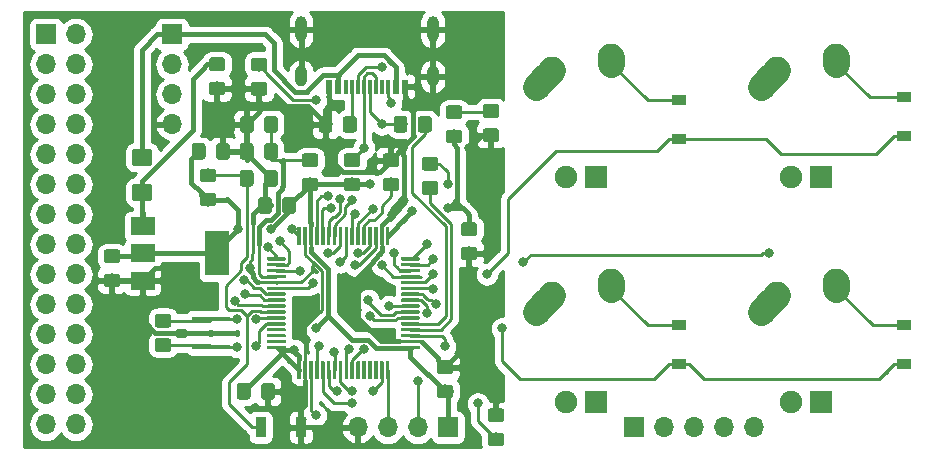
<source format=gbr>
G04 #@! TF.GenerationSoftware,KiCad,Pcbnew,5.1.0*
G04 #@! TF.CreationDate,2019-05-04T21:29:49+08:00*
G04 #@! TF.ProjectId,pcbtest,70636274-6573-4742-9e6b-696361645f70,rev?*
G04 #@! TF.SameCoordinates,Original*
G04 #@! TF.FileFunction,Copper,L2,Bot*
G04 #@! TF.FilePolarity,Positive*
%FSLAX46Y46*%
G04 Gerber Fmt 4.6, Leading zero omitted, Abs format (unit mm)*
G04 Created by KiCad (PCBNEW 5.1.0) date 2019-05-04 21:29:49*
%MOMM*%
%LPD*%
G04 APERTURE LIST*
%ADD10R,1.905000X1.905000*%
%ADD11C,1.905000*%
%ADD12C,2.250000*%
%ADD13C,2.250000*%
%ADD14C,0.100000*%
%ADD15C,0.300000*%
%ADD16C,1.150000*%
%ADD17R,1.200000X0.900000*%
%ADD18C,1.425000*%
%ADD19O,1.000000X1.800000*%
%ADD20O,1.000000X2.200000*%
%ADD21R,0.300000X1.150000*%
%ADD22R,0.600000X1.150000*%
%ADD23R,0.900000X1.700000*%
%ADD24R,2.000000X3.800000*%
%ADD25R,2.000000X1.500000*%
%ADD26R,1.700000X1.700000*%
%ADD27O,1.700000X1.700000*%
%ADD28R,3.200000X0.400000*%
%ADD29C,0.800000*%
%ADD30C,0.381000*%
%ADD31C,0.254000*%
G04 APERTURE END LIST*
D10*
X194945000Y-109855000D03*
D11*
X192405000Y-109855000D03*
D12*
X191175000Y-100775000D03*
X190520001Y-101505000D03*
D13*
X189865000Y-102235000D02*
X191175002Y-100775000D01*
D12*
X196215000Y-99695000D03*
X196195000Y-99985000D03*
D13*
X196175000Y-100275000D02*
X196215000Y-99695000D01*
D10*
X213995000Y-109855000D03*
D11*
X211455000Y-109855000D03*
D12*
X210225000Y-100775000D03*
X209570001Y-101505000D03*
D13*
X208915000Y-102235000D02*
X210225002Y-100775000D01*
D12*
X215265000Y-99695000D03*
X215245000Y-99985000D03*
D13*
X215225000Y-100275000D02*
X215265000Y-99695000D01*
D14*
G36*
X168554351Y-105093361D02*
G01*
X168561632Y-105094441D01*
X168568771Y-105096229D01*
X168575701Y-105098709D01*
X168582355Y-105101856D01*
X168588668Y-105105640D01*
X168594579Y-105110024D01*
X168600033Y-105114967D01*
X168604976Y-105120421D01*
X168609360Y-105126332D01*
X168613144Y-105132645D01*
X168616291Y-105139299D01*
X168618771Y-105146229D01*
X168620559Y-105153368D01*
X168621639Y-105160649D01*
X168622000Y-105168000D01*
X168622000Y-105318000D01*
X168621639Y-105325351D01*
X168620559Y-105332632D01*
X168618771Y-105339771D01*
X168616291Y-105346701D01*
X168613144Y-105353355D01*
X168609360Y-105359668D01*
X168604976Y-105365579D01*
X168600033Y-105371033D01*
X168594579Y-105375976D01*
X168588668Y-105380360D01*
X168582355Y-105384144D01*
X168575701Y-105387291D01*
X168568771Y-105389771D01*
X168561632Y-105391559D01*
X168554351Y-105392639D01*
X168547000Y-105393000D01*
X167147000Y-105393000D01*
X167139649Y-105392639D01*
X167132368Y-105391559D01*
X167125229Y-105389771D01*
X167118299Y-105387291D01*
X167111645Y-105384144D01*
X167105332Y-105380360D01*
X167099421Y-105375976D01*
X167093967Y-105371033D01*
X167089024Y-105365579D01*
X167084640Y-105359668D01*
X167080856Y-105353355D01*
X167077709Y-105346701D01*
X167075229Y-105339771D01*
X167073441Y-105332632D01*
X167072361Y-105325351D01*
X167072000Y-105318000D01*
X167072000Y-105168000D01*
X167072361Y-105160649D01*
X167073441Y-105153368D01*
X167075229Y-105146229D01*
X167077709Y-105139299D01*
X167080856Y-105132645D01*
X167084640Y-105126332D01*
X167089024Y-105120421D01*
X167093967Y-105114967D01*
X167099421Y-105110024D01*
X167105332Y-105105640D01*
X167111645Y-105101856D01*
X167118299Y-105098709D01*
X167125229Y-105096229D01*
X167132368Y-105094441D01*
X167139649Y-105093361D01*
X167147000Y-105093000D01*
X168547000Y-105093000D01*
X168554351Y-105093361D01*
X168554351Y-105093361D01*
G37*
D15*
X167847000Y-105243000D03*
D14*
G36*
X168554351Y-104593361D02*
G01*
X168561632Y-104594441D01*
X168568771Y-104596229D01*
X168575701Y-104598709D01*
X168582355Y-104601856D01*
X168588668Y-104605640D01*
X168594579Y-104610024D01*
X168600033Y-104614967D01*
X168604976Y-104620421D01*
X168609360Y-104626332D01*
X168613144Y-104632645D01*
X168616291Y-104639299D01*
X168618771Y-104646229D01*
X168620559Y-104653368D01*
X168621639Y-104660649D01*
X168622000Y-104668000D01*
X168622000Y-104818000D01*
X168621639Y-104825351D01*
X168620559Y-104832632D01*
X168618771Y-104839771D01*
X168616291Y-104846701D01*
X168613144Y-104853355D01*
X168609360Y-104859668D01*
X168604976Y-104865579D01*
X168600033Y-104871033D01*
X168594579Y-104875976D01*
X168588668Y-104880360D01*
X168582355Y-104884144D01*
X168575701Y-104887291D01*
X168568771Y-104889771D01*
X168561632Y-104891559D01*
X168554351Y-104892639D01*
X168547000Y-104893000D01*
X167147000Y-104893000D01*
X167139649Y-104892639D01*
X167132368Y-104891559D01*
X167125229Y-104889771D01*
X167118299Y-104887291D01*
X167111645Y-104884144D01*
X167105332Y-104880360D01*
X167099421Y-104875976D01*
X167093967Y-104871033D01*
X167089024Y-104865579D01*
X167084640Y-104859668D01*
X167080856Y-104853355D01*
X167077709Y-104846701D01*
X167075229Y-104839771D01*
X167073441Y-104832632D01*
X167072361Y-104825351D01*
X167072000Y-104818000D01*
X167072000Y-104668000D01*
X167072361Y-104660649D01*
X167073441Y-104653368D01*
X167075229Y-104646229D01*
X167077709Y-104639299D01*
X167080856Y-104632645D01*
X167084640Y-104626332D01*
X167089024Y-104620421D01*
X167093967Y-104614967D01*
X167099421Y-104610024D01*
X167105332Y-104605640D01*
X167111645Y-104601856D01*
X167118299Y-104598709D01*
X167125229Y-104596229D01*
X167132368Y-104594441D01*
X167139649Y-104593361D01*
X167147000Y-104593000D01*
X168547000Y-104593000D01*
X168554351Y-104593361D01*
X168554351Y-104593361D01*
G37*
D15*
X167847000Y-104743000D03*
D14*
G36*
X168554351Y-104093361D02*
G01*
X168561632Y-104094441D01*
X168568771Y-104096229D01*
X168575701Y-104098709D01*
X168582355Y-104101856D01*
X168588668Y-104105640D01*
X168594579Y-104110024D01*
X168600033Y-104114967D01*
X168604976Y-104120421D01*
X168609360Y-104126332D01*
X168613144Y-104132645D01*
X168616291Y-104139299D01*
X168618771Y-104146229D01*
X168620559Y-104153368D01*
X168621639Y-104160649D01*
X168622000Y-104168000D01*
X168622000Y-104318000D01*
X168621639Y-104325351D01*
X168620559Y-104332632D01*
X168618771Y-104339771D01*
X168616291Y-104346701D01*
X168613144Y-104353355D01*
X168609360Y-104359668D01*
X168604976Y-104365579D01*
X168600033Y-104371033D01*
X168594579Y-104375976D01*
X168588668Y-104380360D01*
X168582355Y-104384144D01*
X168575701Y-104387291D01*
X168568771Y-104389771D01*
X168561632Y-104391559D01*
X168554351Y-104392639D01*
X168547000Y-104393000D01*
X167147000Y-104393000D01*
X167139649Y-104392639D01*
X167132368Y-104391559D01*
X167125229Y-104389771D01*
X167118299Y-104387291D01*
X167111645Y-104384144D01*
X167105332Y-104380360D01*
X167099421Y-104375976D01*
X167093967Y-104371033D01*
X167089024Y-104365579D01*
X167084640Y-104359668D01*
X167080856Y-104353355D01*
X167077709Y-104346701D01*
X167075229Y-104339771D01*
X167073441Y-104332632D01*
X167072361Y-104325351D01*
X167072000Y-104318000D01*
X167072000Y-104168000D01*
X167072361Y-104160649D01*
X167073441Y-104153368D01*
X167075229Y-104146229D01*
X167077709Y-104139299D01*
X167080856Y-104132645D01*
X167084640Y-104126332D01*
X167089024Y-104120421D01*
X167093967Y-104114967D01*
X167099421Y-104110024D01*
X167105332Y-104105640D01*
X167111645Y-104101856D01*
X167118299Y-104098709D01*
X167125229Y-104096229D01*
X167132368Y-104094441D01*
X167139649Y-104093361D01*
X167147000Y-104093000D01*
X168547000Y-104093000D01*
X168554351Y-104093361D01*
X168554351Y-104093361D01*
G37*
D15*
X167847000Y-104243000D03*
D14*
G36*
X168554351Y-103593361D02*
G01*
X168561632Y-103594441D01*
X168568771Y-103596229D01*
X168575701Y-103598709D01*
X168582355Y-103601856D01*
X168588668Y-103605640D01*
X168594579Y-103610024D01*
X168600033Y-103614967D01*
X168604976Y-103620421D01*
X168609360Y-103626332D01*
X168613144Y-103632645D01*
X168616291Y-103639299D01*
X168618771Y-103646229D01*
X168620559Y-103653368D01*
X168621639Y-103660649D01*
X168622000Y-103668000D01*
X168622000Y-103818000D01*
X168621639Y-103825351D01*
X168620559Y-103832632D01*
X168618771Y-103839771D01*
X168616291Y-103846701D01*
X168613144Y-103853355D01*
X168609360Y-103859668D01*
X168604976Y-103865579D01*
X168600033Y-103871033D01*
X168594579Y-103875976D01*
X168588668Y-103880360D01*
X168582355Y-103884144D01*
X168575701Y-103887291D01*
X168568771Y-103889771D01*
X168561632Y-103891559D01*
X168554351Y-103892639D01*
X168547000Y-103893000D01*
X167147000Y-103893000D01*
X167139649Y-103892639D01*
X167132368Y-103891559D01*
X167125229Y-103889771D01*
X167118299Y-103887291D01*
X167111645Y-103884144D01*
X167105332Y-103880360D01*
X167099421Y-103875976D01*
X167093967Y-103871033D01*
X167089024Y-103865579D01*
X167084640Y-103859668D01*
X167080856Y-103853355D01*
X167077709Y-103846701D01*
X167075229Y-103839771D01*
X167073441Y-103832632D01*
X167072361Y-103825351D01*
X167072000Y-103818000D01*
X167072000Y-103668000D01*
X167072361Y-103660649D01*
X167073441Y-103653368D01*
X167075229Y-103646229D01*
X167077709Y-103639299D01*
X167080856Y-103632645D01*
X167084640Y-103626332D01*
X167089024Y-103620421D01*
X167093967Y-103614967D01*
X167099421Y-103610024D01*
X167105332Y-103605640D01*
X167111645Y-103601856D01*
X167118299Y-103598709D01*
X167125229Y-103596229D01*
X167132368Y-103594441D01*
X167139649Y-103593361D01*
X167147000Y-103593000D01*
X168547000Y-103593000D01*
X168554351Y-103593361D01*
X168554351Y-103593361D01*
G37*
D15*
X167847000Y-103743000D03*
D14*
G36*
X168554351Y-103093361D02*
G01*
X168561632Y-103094441D01*
X168568771Y-103096229D01*
X168575701Y-103098709D01*
X168582355Y-103101856D01*
X168588668Y-103105640D01*
X168594579Y-103110024D01*
X168600033Y-103114967D01*
X168604976Y-103120421D01*
X168609360Y-103126332D01*
X168613144Y-103132645D01*
X168616291Y-103139299D01*
X168618771Y-103146229D01*
X168620559Y-103153368D01*
X168621639Y-103160649D01*
X168622000Y-103168000D01*
X168622000Y-103318000D01*
X168621639Y-103325351D01*
X168620559Y-103332632D01*
X168618771Y-103339771D01*
X168616291Y-103346701D01*
X168613144Y-103353355D01*
X168609360Y-103359668D01*
X168604976Y-103365579D01*
X168600033Y-103371033D01*
X168594579Y-103375976D01*
X168588668Y-103380360D01*
X168582355Y-103384144D01*
X168575701Y-103387291D01*
X168568771Y-103389771D01*
X168561632Y-103391559D01*
X168554351Y-103392639D01*
X168547000Y-103393000D01*
X167147000Y-103393000D01*
X167139649Y-103392639D01*
X167132368Y-103391559D01*
X167125229Y-103389771D01*
X167118299Y-103387291D01*
X167111645Y-103384144D01*
X167105332Y-103380360D01*
X167099421Y-103375976D01*
X167093967Y-103371033D01*
X167089024Y-103365579D01*
X167084640Y-103359668D01*
X167080856Y-103353355D01*
X167077709Y-103346701D01*
X167075229Y-103339771D01*
X167073441Y-103332632D01*
X167072361Y-103325351D01*
X167072000Y-103318000D01*
X167072000Y-103168000D01*
X167072361Y-103160649D01*
X167073441Y-103153368D01*
X167075229Y-103146229D01*
X167077709Y-103139299D01*
X167080856Y-103132645D01*
X167084640Y-103126332D01*
X167089024Y-103120421D01*
X167093967Y-103114967D01*
X167099421Y-103110024D01*
X167105332Y-103105640D01*
X167111645Y-103101856D01*
X167118299Y-103098709D01*
X167125229Y-103096229D01*
X167132368Y-103094441D01*
X167139649Y-103093361D01*
X167147000Y-103093000D01*
X168547000Y-103093000D01*
X168554351Y-103093361D01*
X168554351Y-103093361D01*
G37*
D15*
X167847000Y-103243000D03*
D14*
G36*
X168554351Y-102593361D02*
G01*
X168561632Y-102594441D01*
X168568771Y-102596229D01*
X168575701Y-102598709D01*
X168582355Y-102601856D01*
X168588668Y-102605640D01*
X168594579Y-102610024D01*
X168600033Y-102614967D01*
X168604976Y-102620421D01*
X168609360Y-102626332D01*
X168613144Y-102632645D01*
X168616291Y-102639299D01*
X168618771Y-102646229D01*
X168620559Y-102653368D01*
X168621639Y-102660649D01*
X168622000Y-102668000D01*
X168622000Y-102818000D01*
X168621639Y-102825351D01*
X168620559Y-102832632D01*
X168618771Y-102839771D01*
X168616291Y-102846701D01*
X168613144Y-102853355D01*
X168609360Y-102859668D01*
X168604976Y-102865579D01*
X168600033Y-102871033D01*
X168594579Y-102875976D01*
X168588668Y-102880360D01*
X168582355Y-102884144D01*
X168575701Y-102887291D01*
X168568771Y-102889771D01*
X168561632Y-102891559D01*
X168554351Y-102892639D01*
X168547000Y-102893000D01*
X167147000Y-102893000D01*
X167139649Y-102892639D01*
X167132368Y-102891559D01*
X167125229Y-102889771D01*
X167118299Y-102887291D01*
X167111645Y-102884144D01*
X167105332Y-102880360D01*
X167099421Y-102875976D01*
X167093967Y-102871033D01*
X167089024Y-102865579D01*
X167084640Y-102859668D01*
X167080856Y-102853355D01*
X167077709Y-102846701D01*
X167075229Y-102839771D01*
X167073441Y-102832632D01*
X167072361Y-102825351D01*
X167072000Y-102818000D01*
X167072000Y-102668000D01*
X167072361Y-102660649D01*
X167073441Y-102653368D01*
X167075229Y-102646229D01*
X167077709Y-102639299D01*
X167080856Y-102632645D01*
X167084640Y-102626332D01*
X167089024Y-102620421D01*
X167093967Y-102614967D01*
X167099421Y-102610024D01*
X167105332Y-102605640D01*
X167111645Y-102601856D01*
X167118299Y-102598709D01*
X167125229Y-102596229D01*
X167132368Y-102594441D01*
X167139649Y-102593361D01*
X167147000Y-102593000D01*
X168547000Y-102593000D01*
X168554351Y-102593361D01*
X168554351Y-102593361D01*
G37*
D15*
X167847000Y-102743000D03*
D14*
G36*
X168554351Y-102093361D02*
G01*
X168561632Y-102094441D01*
X168568771Y-102096229D01*
X168575701Y-102098709D01*
X168582355Y-102101856D01*
X168588668Y-102105640D01*
X168594579Y-102110024D01*
X168600033Y-102114967D01*
X168604976Y-102120421D01*
X168609360Y-102126332D01*
X168613144Y-102132645D01*
X168616291Y-102139299D01*
X168618771Y-102146229D01*
X168620559Y-102153368D01*
X168621639Y-102160649D01*
X168622000Y-102168000D01*
X168622000Y-102318000D01*
X168621639Y-102325351D01*
X168620559Y-102332632D01*
X168618771Y-102339771D01*
X168616291Y-102346701D01*
X168613144Y-102353355D01*
X168609360Y-102359668D01*
X168604976Y-102365579D01*
X168600033Y-102371033D01*
X168594579Y-102375976D01*
X168588668Y-102380360D01*
X168582355Y-102384144D01*
X168575701Y-102387291D01*
X168568771Y-102389771D01*
X168561632Y-102391559D01*
X168554351Y-102392639D01*
X168547000Y-102393000D01*
X167147000Y-102393000D01*
X167139649Y-102392639D01*
X167132368Y-102391559D01*
X167125229Y-102389771D01*
X167118299Y-102387291D01*
X167111645Y-102384144D01*
X167105332Y-102380360D01*
X167099421Y-102375976D01*
X167093967Y-102371033D01*
X167089024Y-102365579D01*
X167084640Y-102359668D01*
X167080856Y-102353355D01*
X167077709Y-102346701D01*
X167075229Y-102339771D01*
X167073441Y-102332632D01*
X167072361Y-102325351D01*
X167072000Y-102318000D01*
X167072000Y-102168000D01*
X167072361Y-102160649D01*
X167073441Y-102153368D01*
X167075229Y-102146229D01*
X167077709Y-102139299D01*
X167080856Y-102132645D01*
X167084640Y-102126332D01*
X167089024Y-102120421D01*
X167093967Y-102114967D01*
X167099421Y-102110024D01*
X167105332Y-102105640D01*
X167111645Y-102101856D01*
X167118299Y-102098709D01*
X167125229Y-102096229D01*
X167132368Y-102094441D01*
X167139649Y-102093361D01*
X167147000Y-102093000D01*
X168547000Y-102093000D01*
X168554351Y-102093361D01*
X168554351Y-102093361D01*
G37*
D15*
X167847000Y-102243000D03*
D14*
G36*
X168554351Y-101593361D02*
G01*
X168561632Y-101594441D01*
X168568771Y-101596229D01*
X168575701Y-101598709D01*
X168582355Y-101601856D01*
X168588668Y-101605640D01*
X168594579Y-101610024D01*
X168600033Y-101614967D01*
X168604976Y-101620421D01*
X168609360Y-101626332D01*
X168613144Y-101632645D01*
X168616291Y-101639299D01*
X168618771Y-101646229D01*
X168620559Y-101653368D01*
X168621639Y-101660649D01*
X168622000Y-101668000D01*
X168622000Y-101818000D01*
X168621639Y-101825351D01*
X168620559Y-101832632D01*
X168618771Y-101839771D01*
X168616291Y-101846701D01*
X168613144Y-101853355D01*
X168609360Y-101859668D01*
X168604976Y-101865579D01*
X168600033Y-101871033D01*
X168594579Y-101875976D01*
X168588668Y-101880360D01*
X168582355Y-101884144D01*
X168575701Y-101887291D01*
X168568771Y-101889771D01*
X168561632Y-101891559D01*
X168554351Y-101892639D01*
X168547000Y-101893000D01*
X167147000Y-101893000D01*
X167139649Y-101892639D01*
X167132368Y-101891559D01*
X167125229Y-101889771D01*
X167118299Y-101887291D01*
X167111645Y-101884144D01*
X167105332Y-101880360D01*
X167099421Y-101875976D01*
X167093967Y-101871033D01*
X167089024Y-101865579D01*
X167084640Y-101859668D01*
X167080856Y-101853355D01*
X167077709Y-101846701D01*
X167075229Y-101839771D01*
X167073441Y-101832632D01*
X167072361Y-101825351D01*
X167072000Y-101818000D01*
X167072000Y-101668000D01*
X167072361Y-101660649D01*
X167073441Y-101653368D01*
X167075229Y-101646229D01*
X167077709Y-101639299D01*
X167080856Y-101632645D01*
X167084640Y-101626332D01*
X167089024Y-101620421D01*
X167093967Y-101614967D01*
X167099421Y-101610024D01*
X167105332Y-101605640D01*
X167111645Y-101601856D01*
X167118299Y-101598709D01*
X167125229Y-101596229D01*
X167132368Y-101594441D01*
X167139649Y-101593361D01*
X167147000Y-101593000D01*
X168547000Y-101593000D01*
X168554351Y-101593361D01*
X168554351Y-101593361D01*
G37*
D15*
X167847000Y-101743000D03*
D14*
G36*
X168554351Y-101093361D02*
G01*
X168561632Y-101094441D01*
X168568771Y-101096229D01*
X168575701Y-101098709D01*
X168582355Y-101101856D01*
X168588668Y-101105640D01*
X168594579Y-101110024D01*
X168600033Y-101114967D01*
X168604976Y-101120421D01*
X168609360Y-101126332D01*
X168613144Y-101132645D01*
X168616291Y-101139299D01*
X168618771Y-101146229D01*
X168620559Y-101153368D01*
X168621639Y-101160649D01*
X168622000Y-101168000D01*
X168622000Y-101318000D01*
X168621639Y-101325351D01*
X168620559Y-101332632D01*
X168618771Y-101339771D01*
X168616291Y-101346701D01*
X168613144Y-101353355D01*
X168609360Y-101359668D01*
X168604976Y-101365579D01*
X168600033Y-101371033D01*
X168594579Y-101375976D01*
X168588668Y-101380360D01*
X168582355Y-101384144D01*
X168575701Y-101387291D01*
X168568771Y-101389771D01*
X168561632Y-101391559D01*
X168554351Y-101392639D01*
X168547000Y-101393000D01*
X167147000Y-101393000D01*
X167139649Y-101392639D01*
X167132368Y-101391559D01*
X167125229Y-101389771D01*
X167118299Y-101387291D01*
X167111645Y-101384144D01*
X167105332Y-101380360D01*
X167099421Y-101375976D01*
X167093967Y-101371033D01*
X167089024Y-101365579D01*
X167084640Y-101359668D01*
X167080856Y-101353355D01*
X167077709Y-101346701D01*
X167075229Y-101339771D01*
X167073441Y-101332632D01*
X167072361Y-101325351D01*
X167072000Y-101318000D01*
X167072000Y-101168000D01*
X167072361Y-101160649D01*
X167073441Y-101153368D01*
X167075229Y-101146229D01*
X167077709Y-101139299D01*
X167080856Y-101132645D01*
X167084640Y-101126332D01*
X167089024Y-101120421D01*
X167093967Y-101114967D01*
X167099421Y-101110024D01*
X167105332Y-101105640D01*
X167111645Y-101101856D01*
X167118299Y-101098709D01*
X167125229Y-101096229D01*
X167132368Y-101094441D01*
X167139649Y-101093361D01*
X167147000Y-101093000D01*
X168547000Y-101093000D01*
X168554351Y-101093361D01*
X168554351Y-101093361D01*
G37*
D15*
X167847000Y-101243000D03*
D14*
G36*
X168554351Y-100593361D02*
G01*
X168561632Y-100594441D01*
X168568771Y-100596229D01*
X168575701Y-100598709D01*
X168582355Y-100601856D01*
X168588668Y-100605640D01*
X168594579Y-100610024D01*
X168600033Y-100614967D01*
X168604976Y-100620421D01*
X168609360Y-100626332D01*
X168613144Y-100632645D01*
X168616291Y-100639299D01*
X168618771Y-100646229D01*
X168620559Y-100653368D01*
X168621639Y-100660649D01*
X168622000Y-100668000D01*
X168622000Y-100818000D01*
X168621639Y-100825351D01*
X168620559Y-100832632D01*
X168618771Y-100839771D01*
X168616291Y-100846701D01*
X168613144Y-100853355D01*
X168609360Y-100859668D01*
X168604976Y-100865579D01*
X168600033Y-100871033D01*
X168594579Y-100875976D01*
X168588668Y-100880360D01*
X168582355Y-100884144D01*
X168575701Y-100887291D01*
X168568771Y-100889771D01*
X168561632Y-100891559D01*
X168554351Y-100892639D01*
X168547000Y-100893000D01*
X167147000Y-100893000D01*
X167139649Y-100892639D01*
X167132368Y-100891559D01*
X167125229Y-100889771D01*
X167118299Y-100887291D01*
X167111645Y-100884144D01*
X167105332Y-100880360D01*
X167099421Y-100875976D01*
X167093967Y-100871033D01*
X167089024Y-100865579D01*
X167084640Y-100859668D01*
X167080856Y-100853355D01*
X167077709Y-100846701D01*
X167075229Y-100839771D01*
X167073441Y-100832632D01*
X167072361Y-100825351D01*
X167072000Y-100818000D01*
X167072000Y-100668000D01*
X167072361Y-100660649D01*
X167073441Y-100653368D01*
X167075229Y-100646229D01*
X167077709Y-100639299D01*
X167080856Y-100632645D01*
X167084640Y-100626332D01*
X167089024Y-100620421D01*
X167093967Y-100614967D01*
X167099421Y-100610024D01*
X167105332Y-100605640D01*
X167111645Y-100601856D01*
X167118299Y-100598709D01*
X167125229Y-100596229D01*
X167132368Y-100594441D01*
X167139649Y-100593361D01*
X167147000Y-100593000D01*
X168547000Y-100593000D01*
X168554351Y-100593361D01*
X168554351Y-100593361D01*
G37*
D15*
X167847000Y-100743000D03*
D14*
G36*
X168554351Y-100093361D02*
G01*
X168561632Y-100094441D01*
X168568771Y-100096229D01*
X168575701Y-100098709D01*
X168582355Y-100101856D01*
X168588668Y-100105640D01*
X168594579Y-100110024D01*
X168600033Y-100114967D01*
X168604976Y-100120421D01*
X168609360Y-100126332D01*
X168613144Y-100132645D01*
X168616291Y-100139299D01*
X168618771Y-100146229D01*
X168620559Y-100153368D01*
X168621639Y-100160649D01*
X168622000Y-100168000D01*
X168622000Y-100318000D01*
X168621639Y-100325351D01*
X168620559Y-100332632D01*
X168618771Y-100339771D01*
X168616291Y-100346701D01*
X168613144Y-100353355D01*
X168609360Y-100359668D01*
X168604976Y-100365579D01*
X168600033Y-100371033D01*
X168594579Y-100375976D01*
X168588668Y-100380360D01*
X168582355Y-100384144D01*
X168575701Y-100387291D01*
X168568771Y-100389771D01*
X168561632Y-100391559D01*
X168554351Y-100392639D01*
X168547000Y-100393000D01*
X167147000Y-100393000D01*
X167139649Y-100392639D01*
X167132368Y-100391559D01*
X167125229Y-100389771D01*
X167118299Y-100387291D01*
X167111645Y-100384144D01*
X167105332Y-100380360D01*
X167099421Y-100375976D01*
X167093967Y-100371033D01*
X167089024Y-100365579D01*
X167084640Y-100359668D01*
X167080856Y-100353355D01*
X167077709Y-100346701D01*
X167075229Y-100339771D01*
X167073441Y-100332632D01*
X167072361Y-100325351D01*
X167072000Y-100318000D01*
X167072000Y-100168000D01*
X167072361Y-100160649D01*
X167073441Y-100153368D01*
X167075229Y-100146229D01*
X167077709Y-100139299D01*
X167080856Y-100132645D01*
X167084640Y-100126332D01*
X167089024Y-100120421D01*
X167093967Y-100114967D01*
X167099421Y-100110024D01*
X167105332Y-100105640D01*
X167111645Y-100101856D01*
X167118299Y-100098709D01*
X167125229Y-100096229D01*
X167132368Y-100094441D01*
X167139649Y-100093361D01*
X167147000Y-100093000D01*
X168547000Y-100093000D01*
X168554351Y-100093361D01*
X168554351Y-100093361D01*
G37*
D15*
X167847000Y-100243000D03*
D14*
G36*
X168554351Y-99593361D02*
G01*
X168561632Y-99594441D01*
X168568771Y-99596229D01*
X168575701Y-99598709D01*
X168582355Y-99601856D01*
X168588668Y-99605640D01*
X168594579Y-99610024D01*
X168600033Y-99614967D01*
X168604976Y-99620421D01*
X168609360Y-99626332D01*
X168613144Y-99632645D01*
X168616291Y-99639299D01*
X168618771Y-99646229D01*
X168620559Y-99653368D01*
X168621639Y-99660649D01*
X168622000Y-99668000D01*
X168622000Y-99818000D01*
X168621639Y-99825351D01*
X168620559Y-99832632D01*
X168618771Y-99839771D01*
X168616291Y-99846701D01*
X168613144Y-99853355D01*
X168609360Y-99859668D01*
X168604976Y-99865579D01*
X168600033Y-99871033D01*
X168594579Y-99875976D01*
X168588668Y-99880360D01*
X168582355Y-99884144D01*
X168575701Y-99887291D01*
X168568771Y-99889771D01*
X168561632Y-99891559D01*
X168554351Y-99892639D01*
X168547000Y-99893000D01*
X167147000Y-99893000D01*
X167139649Y-99892639D01*
X167132368Y-99891559D01*
X167125229Y-99889771D01*
X167118299Y-99887291D01*
X167111645Y-99884144D01*
X167105332Y-99880360D01*
X167099421Y-99875976D01*
X167093967Y-99871033D01*
X167089024Y-99865579D01*
X167084640Y-99859668D01*
X167080856Y-99853355D01*
X167077709Y-99846701D01*
X167075229Y-99839771D01*
X167073441Y-99832632D01*
X167072361Y-99825351D01*
X167072000Y-99818000D01*
X167072000Y-99668000D01*
X167072361Y-99660649D01*
X167073441Y-99653368D01*
X167075229Y-99646229D01*
X167077709Y-99639299D01*
X167080856Y-99632645D01*
X167084640Y-99626332D01*
X167089024Y-99620421D01*
X167093967Y-99614967D01*
X167099421Y-99610024D01*
X167105332Y-99605640D01*
X167111645Y-99601856D01*
X167118299Y-99598709D01*
X167125229Y-99596229D01*
X167132368Y-99594441D01*
X167139649Y-99593361D01*
X167147000Y-99593000D01*
X168547000Y-99593000D01*
X168554351Y-99593361D01*
X168554351Y-99593361D01*
G37*
D15*
X167847000Y-99743000D03*
D14*
G36*
X168554351Y-99093361D02*
G01*
X168561632Y-99094441D01*
X168568771Y-99096229D01*
X168575701Y-99098709D01*
X168582355Y-99101856D01*
X168588668Y-99105640D01*
X168594579Y-99110024D01*
X168600033Y-99114967D01*
X168604976Y-99120421D01*
X168609360Y-99126332D01*
X168613144Y-99132645D01*
X168616291Y-99139299D01*
X168618771Y-99146229D01*
X168620559Y-99153368D01*
X168621639Y-99160649D01*
X168622000Y-99168000D01*
X168622000Y-99318000D01*
X168621639Y-99325351D01*
X168620559Y-99332632D01*
X168618771Y-99339771D01*
X168616291Y-99346701D01*
X168613144Y-99353355D01*
X168609360Y-99359668D01*
X168604976Y-99365579D01*
X168600033Y-99371033D01*
X168594579Y-99375976D01*
X168588668Y-99380360D01*
X168582355Y-99384144D01*
X168575701Y-99387291D01*
X168568771Y-99389771D01*
X168561632Y-99391559D01*
X168554351Y-99392639D01*
X168547000Y-99393000D01*
X167147000Y-99393000D01*
X167139649Y-99392639D01*
X167132368Y-99391559D01*
X167125229Y-99389771D01*
X167118299Y-99387291D01*
X167111645Y-99384144D01*
X167105332Y-99380360D01*
X167099421Y-99375976D01*
X167093967Y-99371033D01*
X167089024Y-99365579D01*
X167084640Y-99359668D01*
X167080856Y-99353355D01*
X167077709Y-99346701D01*
X167075229Y-99339771D01*
X167073441Y-99332632D01*
X167072361Y-99325351D01*
X167072000Y-99318000D01*
X167072000Y-99168000D01*
X167072361Y-99160649D01*
X167073441Y-99153368D01*
X167075229Y-99146229D01*
X167077709Y-99139299D01*
X167080856Y-99132645D01*
X167084640Y-99126332D01*
X167089024Y-99120421D01*
X167093967Y-99114967D01*
X167099421Y-99110024D01*
X167105332Y-99105640D01*
X167111645Y-99101856D01*
X167118299Y-99098709D01*
X167125229Y-99096229D01*
X167132368Y-99094441D01*
X167139649Y-99093361D01*
X167147000Y-99093000D01*
X168547000Y-99093000D01*
X168554351Y-99093361D01*
X168554351Y-99093361D01*
G37*
D15*
X167847000Y-99243000D03*
D14*
G36*
X168554351Y-98593361D02*
G01*
X168561632Y-98594441D01*
X168568771Y-98596229D01*
X168575701Y-98598709D01*
X168582355Y-98601856D01*
X168588668Y-98605640D01*
X168594579Y-98610024D01*
X168600033Y-98614967D01*
X168604976Y-98620421D01*
X168609360Y-98626332D01*
X168613144Y-98632645D01*
X168616291Y-98639299D01*
X168618771Y-98646229D01*
X168620559Y-98653368D01*
X168621639Y-98660649D01*
X168622000Y-98668000D01*
X168622000Y-98818000D01*
X168621639Y-98825351D01*
X168620559Y-98832632D01*
X168618771Y-98839771D01*
X168616291Y-98846701D01*
X168613144Y-98853355D01*
X168609360Y-98859668D01*
X168604976Y-98865579D01*
X168600033Y-98871033D01*
X168594579Y-98875976D01*
X168588668Y-98880360D01*
X168582355Y-98884144D01*
X168575701Y-98887291D01*
X168568771Y-98889771D01*
X168561632Y-98891559D01*
X168554351Y-98892639D01*
X168547000Y-98893000D01*
X167147000Y-98893000D01*
X167139649Y-98892639D01*
X167132368Y-98891559D01*
X167125229Y-98889771D01*
X167118299Y-98887291D01*
X167111645Y-98884144D01*
X167105332Y-98880360D01*
X167099421Y-98875976D01*
X167093967Y-98871033D01*
X167089024Y-98865579D01*
X167084640Y-98859668D01*
X167080856Y-98853355D01*
X167077709Y-98846701D01*
X167075229Y-98839771D01*
X167073441Y-98832632D01*
X167072361Y-98825351D01*
X167072000Y-98818000D01*
X167072000Y-98668000D01*
X167072361Y-98660649D01*
X167073441Y-98653368D01*
X167075229Y-98646229D01*
X167077709Y-98639299D01*
X167080856Y-98632645D01*
X167084640Y-98626332D01*
X167089024Y-98620421D01*
X167093967Y-98614967D01*
X167099421Y-98610024D01*
X167105332Y-98605640D01*
X167111645Y-98601856D01*
X167118299Y-98598709D01*
X167125229Y-98596229D01*
X167132368Y-98594441D01*
X167139649Y-98593361D01*
X167147000Y-98593000D01*
X168547000Y-98593000D01*
X168554351Y-98593361D01*
X168554351Y-98593361D01*
G37*
D15*
X167847000Y-98743000D03*
D14*
G36*
X168554351Y-98093361D02*
G01*
X168561632Y-98094441D01*
X168568771Y-98096229D01*
X168575701Y-98098709D01*
X168582355Y-98101856D01*
X168588668Y-98105640D01*
X168594579Y-98110024D01*
X168600033Y-98114967D01*
X168604976Y-98120421D01*
X168609360Y-98126332D01*
X168613144Y-98132645D01*
X168616291Y-98139299D01*
X168618771Y-98146229D01*
X168620559Y-98153368D01*
X168621639Y-98160649D01*
X168622000Y-98168000D01*
X168622000Y-98318000D01*
X168621639Y-98325351D01*
X168620559Y-98332632D01*
X168618771Y-98339771D01*
X168616291Y-98346701D01*
X168613144Y-98353355D01*
X168609360Y-98359668D01*
X168604976Y-98365579D01*
X168600033Y-98371033D01*
X168594579Y-98375976D01*
X168588668Y-98380360D01*
X168582355Y-98384144D01*
X168575701Y-98387291D01*
X168568771Y-98389771D01*
X168561632Y-98391559D01*
X168554351Y-98392639D01*
X168547000Y-98393000D01*
X167147000Y-98393000D01*
X167139649Y-98392639D01*
X167132368Y-98391559D01*
X167125229Y-98389771D01*
X167118299Y-98387291D01*
X167111645Y-98384144D01*
X167105332Y-98380360D01*
X167099421Y-98375976D01*
X167093967Y-98371033D01*
X167089024Y-98365579D01*
X167084640Y-98359668D01*
X167080856Y-98353355D01*
X167077709Y-98346701D01*
X167075229Y-98339771D01*
X167073441Y-98332632D01*
X167072361Y-98325351D01*
X167072000Y-98318000D01*
X167072000Y-98168000D01*
X167072361Y-98160649D01*
X167073441Y-98153368D01*
X167075229Y-98146229D01*
X167077709Y-98139299D01*
X167080856Y-98132645D01*
X167084640Y-98126332D01*
X167089024Y-98120421D01*
X167093967Y-98114967D01*
X167099421Y-98110024D01*
X167105332Y-98105640D01*
X167111645Y-98101856D01*
X167118299Y-98098709D01*
X167125229Y-98096229D01*
X167132368Y-98094441D01*
X167139649Y-98093361D01*
X167147000Y-98093000D01*
X168547000Y-98093000D01*
X168554351Y-98093361D01*
X168554351Y-98093361D01*
G37*
D15*
X167847000Y-98243000D03*
D14*
G36*
X168554351Y-97593361D02*
G01*
X168561632Y-97594441D01*
X168568771Y-97596229D01*
X168575701Y-97598709D01*
X168582355Y-97601856D01*
X168588668Y-97605640D01*
X168594579Y-97610024D01*
X168600033Y-97614967D01*
X168604976Y-97620421D01*
X168609360Y-97626332D01*
X168613144Y-97632645D01*
X168616291Y-97639299D01*
X168618771Y-97646229D01*
X168620559Y-97653368D01*
X168621639Y-97660649D01*
X168622000Y-97668000D01*
X168622000Y-97818000D01*
X168621639Y-97825351D01*
X168620559Y-97832632D01*
X168618771Y-97839771D01*
X168616291Y-97846701D01*
X168613144Y-97853355D01*
X168609360Y-97859668D01*
X168604976Y-97865579D01*
X168600033Y-97871033D01*
X168594579Y-97875976D01*
X168588668Y-97880360D01*
X168582355Y-97884144D01*
X168575701Y-97887291D01*
X168568771Y-97889771D01*
X168561632Y-97891559D01*
X168554351Y-97892639D01*
X168547000Y-97893000D01*
X167147000Y-97893000D01*
X167139649Y-97892639D01*
X167132368Y-97891559D01*
X167125229Y-97889771D01*
X167118299Y-97887291D01*
X167111645Y-97884144D01*
X167105332Y-97880360D01*
X167099421Y-97875976D01*
X167093967Y-97871033D01*
X167089024Y-97865579D01*
X167084640Y-97859668D01*
X167080856Y-97853355D01*
X167077709Y-97846701D01*
X167075229Y-97839771D01*
X167073441Y-97832632D01*
X167072361Y-97825351D01*
X167072000Y-97818000D01*
X167072000Y-97668000D01*
X167072361Y-97660649D01*
X167073441Y-97653368D01*
X167075229Y-97646229D01*
X167077709Y-97639299D01*
X167080856Y-97632645D01*
X167084640Y-97626332D01*
X167089024Y-97620421D01*
X167093967Y-97614967D01*
X167099421Y-97610024D01*
X167105332Y-97605640D01*
X167111645Y-97601856D01*
X167118299Y-97598709D01*
X167125229Y-97596229D01*
X167132368Y-97594441D01*
X167139649Y-97593361D01*
X167147000Y-97593000D01*
X168547000Y-97593000D01*
X168554351Y-97593361D01*
X168554351Y-97593361D01*
G37*
D15*
X167847000Y-97743000D03*
D14*
G36*
X169854351Y-95043361D02*
G01*
X169861632Y-95044441D01*
X169868771Y-95046229D01*
X169875701Y-95048709D01*
X169882355Y-95051856D01*
X169888668Y-95055640D01*
X169894579Y-95060024D01*
X169900033Y-95064967D01*
X169904976Y-95070421D01*
X169909360Y-95076332D01*
X169913144Y-95082645D01*
X169916291Y-95089299D01*
X169918771Y-95096229D01*
X169920559Y-95103368D01*
X169921639Y-95110649D01*
X169922000Y-95118000D01*
X169922000Y-96518000D01*
X169921639Y-96525351D01*
X169920559Y-96532632D01*
X169918771Y-96539771D01*
X169916291Y-96546701D01*
X169913144Y-96553355D01*
X169909360Y-96559668D01*
X169904976Y-96565579D01*
X169900033Y-96571033D01*
X169894579Y-96575976D01*
X169888668Y-96580360D01*
X169882355Y-96584144D01*
X169875701Y-96587291D01*
X169868771Y-96589771D01*
X169861632Y-96591559D01*
X169854351Y-96592639D01*
X169847000Y-96593000D01*
X169697000Y-96593000D01*
X169689649Y-96592639D01*
X169682368Y-96591559D01*
X169675229Y-96589771D01*
X169668299Y-96587291D01*
X169661645Y-96584144D01*
X169655332Y-96580360D01*
X169649421Y-96575976D01*
X169643967Y-96571033D01*
X169639024Y-96565579D01*
X169634640Y-96559668D01*
X169630856Y-96553355D01*
X169627709Y-96546701D01*
X169625229Y-96539771D01*
X169623441Y-96532632D01*
X169622361Y-96525351D01*
X169622000Y-96518000D01*
X169622000Y-95118000D01*
X169622361Y-95110649D01*
X169623441Y-95103368D01*
X169625229Y-95096229D01*
X169627709Y-95089299D01*
X169630856Y-95082645D01*
X169634640Y-95076332D01*
X169639024Y-95070421D01*
X169643967Y-95064967D01*
X169649421Y-95060024D01*
X169655332Y-95055640D01*
X169661645Y-95051856D01*
X169668299Y-95048709D01*
X169675229Y-95046229D01*
X169682368Y-95044441D01*
X169689649Y-95043361D01*
X169697000Y-95043000D01*
X169847000Y-95043000D01*
X169854351Y-95043361D01*
X169854351Y-95043361D01*
G37*
D15*
X169772000Y-95818000D03*
D14*
G36*
X170354351Y-95043361D02*
G01*
X170361632Y-95044441D01*
X170368771Y-95046229D01*
X170375701Y-95048709D01*
X170382355Y-95051856D01*
X170388668Y-95055640D01*
X170394579Y-95060024D01*
X170400033Y-95064967D01*
X170404976Y-95070421D01*
X170409360Y-95076332D01*
X170413144Y-95082645D01*
X170416291Y-95089299D01*
X170418771Y-95096229D01*
X170420559Y-95103368D01*
X170421639Y-95110649D01*
X170422000Y-95118000D01*
X170422000Y-96518000D01*
X170421639Y-96525351D01*
X170420559Y-96532632D01*
X170418771Y-96539771D01*
X170416291Y-96546701D01*
X170413144Y-96553355D01*
X170409360Y-96559668D01*
X170404976Y-96565579D01*
X170400033Y-96571033D01*
X170394579Y-96575976D01*
X170388668Y-96580360D01*
X170382355Y-96584144D01*
X170375701Y-96587291D01*
X170368771Y-96589771D01*
X170361632Y-96591559D01*
X170354351Y-96592639D01*
X170347000Y-96593000D01*
X170197000Y-96593000D01*
X170189649Y-96592639D01*
X170182368Y-96591559D01*
X170175229Y-96589771D01*
X170168299Y-96587291D01*
X170161645Y-96584144D01*
X170155332Y-96580360D01*
X170149421Y-96575976D01*
X170143967Y-96571033D01*
X170139024Y-96565579D01*
X170134640Y-96559668D01*
X170130856Y-96553355D01*
X170127709Y-96546701D01*
X170125229Y-96539771D01*
X170123441Y-96532632D01*
X170122361Y-96525351D01*
X170122000Y-96518000D01*
X170122000Y-95118000D01*
X170122361Y-95110649D01*
X170123441Y-95103368D01*
X170125229Y-95096229D01*
X170127709Y-95089299D01*
X170130856Y-95082645D01*
X170134640Y-95076332D01*
X170139024Y-95070421D01*
X170143967Y-95064967D01*
X170149421Y-95060024D01*
X170155332Y-95055640D01*
X170161645Y-95051856D01*
X170168299Y-95048709D01*
X170175229Y-95046229D01*
X170182368Y-95044441D01*
X170189649Y-95043361D01*
X170197000Y-95043000D01*
X170347000Y-95043000D01*
X170354351Y-95043361D01*
X170354351Y-95043361D01*
G37*
D15*
X170272000Y-95818000D03*
D14*
G36*
X170854351Y-95043361D02*
G01*
X170861632Y-95044441D01*
X170868771Y-95046229D01*
X170875701Y-95048709D01*
X170882355Y-95051856D01*
X170888668Y-95055640D01*
X170894579Y-95060024D01*
X170900033Y-95064967D01*
X170904976Y-95070421D01*
X170909360Y-95076332D01*
X170913144Y-95082645D01*
X170916291Y-95089299D01*
X170918771Y-95096229D01*
X170920559Y-95103368D01*
X170921639Y-95110649D01*
X170922000Y-95118000D01*
X170922000Y-96518000D01*
X170921639Y-96525351D01*
X170920559Y-96532632D01*
X170918771Y-96539771D01*
X170916291Y-96546701D01*
X170913144Y-96553355D01*
X170909360Y-96559668D01*
X170904976Y-96565579D01*
X170900033Y-96571033D01*
X170894579Y-96575976D01*
X170888668Y-96580360D01*
X170882355Y-96584144D01*
X170875701Y-96587291D01*
X170868771Y-96589771D01*
X170861632Y-96591559D01*
X170854351Y-96592639D01*
X170847000Y-96593000D01*
X170697000Y-96593000D01*
X170689649Y-96592639D01*
X170682368Y-96591559D01*
X170675229Y-96589771D01*
X170668299Y-96587291D01*
X170661645Y-96584144D01*
X170655332Y-96580360D01*
X170649421Y-96575976D01*
X170643967Y-96571033D01*
X170639024Y-96565579D01*
X170634640Y-96559668D01*
X170630856Y-96553355D01*
X170627709Y-96546701D01*
X170625229Y-96539771D01*
X170623441Y-96532632D01*
X170622361Y-96525351D01*
X170622000Y-96518000D01*
X170622000Y-95118000D01*
X170622361Y-95110649D01*
X170623441Y-95103368D01*
X170625229Y-95096229D01*
X170627709Y-95089299D01*
X170630856Y-95082645D01*
X170634640Y-95076332D01*
X170639024Y-95070421D01*
X170643967Y-95064967D01*
X170649421Y-95060024D01*
X170655332Y-95055640D01*
X170661645Y-95051856D01*
X170668299Y-95048709D01*
X170675229Y-95046229D01*
X170682368Y-95044441D01*
X170689649Y-95043361D01*
X170697000Y-95043000D01*
X170847000Y-95043000D01*
X170854351Y-95043361D01*
X170854351Y-95043361D01*
G37*
D15*
X170772000Y-95818000D03*
D14*
G36*
X171354351Y-95043361D02*
G01*
X171361632Y-95044441D01*
X171368771Y-95046229D01*
X171375701Y-95048709D01*
X171382355Y-95051856D01*
X171388668Y-95055640D01*
X171394579Y-95060024D01*
X171400033Y-95064967D01*
X171404976Y-95070421D01*
X171409360Y-95076332D01*
X171413144Y-95082645D01*
X171416291Y-95089299D01*
X171418771Y-95096229D01*
X171420559Y-95103368D01*
X171421639Y-95110649D01*
X171422000Y-95118000D01*
X171422000Y-96518000D01*
X171421639Y-96525351D01*
X171420559Y-96532632D01*
X171418771Y-96539771D01*
X171416291Y-96546701D01*
X171413144Y-96553355D01*
X171409360Y-96559668D01*
X171404976Y-96565579D01*
X171400033Y-96571033D01*
X171394579Y-96575976D01*
X171388668Y-96580360D01*
X171382355Y-96584144D01*
X171375701Y-96587291D01*
X171368771Y-96589771D01*
X171361632Y-96591559D01*
X171354351Y-96592639D01*
X171347000Y-96593000D01*
X171197000Y-96593000D01*
X171189649Y-96592639D01*
X171182368Y-96591559D01*
X171175229Y-96589771D01*
X171168299Y-96587291D01*
X171161645Y-96584144D01*
X171155332Y-96580360D01*
X171149421Y-96575976D01*
X171143967Y-96571033D01*
X171139024Y-96565579D01*
X171134640Y-96559668D01*
X171130856Y-96553355D01*
X171127709Y-96546701D01*
X171125229Y-96539771D01*
X171123441Y-96532632D01*
X171122361Y-96525351D01*
X171122000Y-96518000D01*
X171122000Y-95118000D01*
X171122361Y-95110649D01*
X171123441Y-95103368D01*
X171125229Y-95096229D01*
X171127709Y-95089299D01*
X171130856Y-95082645D01*
X171134640Y-95076332D01*
X171139024Y-95070421D01*
X171143967Y-95064967D01*
X171149421Y-95060024D01*
X171155332Y-95055640D01*
X171161645Y-95051856D01*
X171168299Y-95048709D01*
X171175229Y-95046229D01*
X171182368Y-95044441D01*
X171189649Y-95043361D01*
X171197000Y-95043000D01*
X171347000Y-95043000D01*
X171354351Y-95043361D01*
X171354351Y-95043361D01*
G37*
D15*
X171272000Y-95818000D03*
D14*
G36*
X171854351Y-95043361D02*
G01*
X171861632Y-95044441D01*
X171868771Y-95046229D01*
X171875701Y-95048709D01*
X171882355Y-95051856D01*
X171888668Y-95055640D01*
X171894579Y-95060024D01*
X171900033Y-95064967D01*
X171904976Y-95070421D01*
X171909360Y-95076332D01*
X171913144Y-95082645D01*
X171916291Y-95089299D01*
X171918771Y-95096229D01*
X171920559Y-95103368D01*
X171921639Y-95110649D01*
X171922000Y-95118000D01*
X171922000Y-96518000D01*
X171921639Y-96525351D01*
X171920559Y-96532632D01*
X171918771Y-96539771D01*
X171916291Y-96546701D01*
X171913144Y-96553355D01*
X171909360Y-96559668D01*
X171904976Y-96565579D01*
X171900033Y-96571033D01*
X171894579Y-96575976D01*
X171888668Y-96580360D01*
X171882355Y-96584144D01*
X171875701Y-96587291D01*
X171868771Y-96589771D01*
X171861632Y-96591559D01*
X171854351Y-96592639D01*
X171847000Y-96593000D01*
X171697000Y-96593000D01*
X171689649Y-96592639D01*
X171682368Y-96591559D01*
X171675229Y-96589771D01*
X171668299Y-96587291D01*
X171661645Y-96584144D01*
X171655332Y-96580360D01*
X171649421Y-96575976D01*
X171643967Y-96571033D01*
X171639024Y-96565579D01*
X171634640Y-96559668D01*
X171630856Y-96553355D01*
X171627709Y-96546701D01*
X171625229Y-96539771D01*
X171623441Y-96532632D01*
X171622361Y-96525351D01*
X171622000Y-96518000D01*
X171622000Y-95118000D01*
X171622361Y-95110649D01*
X171623441Y-95103368D01*
X171625229Y-95096229D01*
X171627709Y-95089299D01*
X171630856Y-95082645D01*
X171634640Y-95076332D01*
X171639024Y-95070421D01*
X171643967Y-95064967D01*
X171649421Y-95060024D01*
X171655332Y-95055640D01*
X171661645Y-95051856D01*
X171668299Y-95048709D01*
X171675229Y-95046229D01*
X171682368Y-95044441D01*
X171689649Y-95043361D01*
X171697000Y-95043000D01*
X171847000Y-95043000D01*
X171854351Y-95043361D01*
X171854351Y-95043361D01*
G37*
D15*
X171772000Y-95818000D03*
D14*
G36*
X172354351Y-95043361D02*
G01*
X172361632Y-95044441D01*
X172368771Y-95046229D01*
X172375701Y-95048709D01*
X172382355Y-95051856D01*
X172388668Y-95055640D01*
X172394579Y-95060024D01*
X172400033Y-95064967D01*
X172404976Y-95070421D01*
X172409360Y-95076332D01*
X172413144Y-95082645D01*
X172416291Y-95089299D01*
X172418771Y-95096229D01*
X172420559Y-95103368D01*
X172421639Y-95110649D01*
X172422000Y-95118000D01*
X172422000Y-96518000D01*
X172421639Y-96525351D01*
X172420559Y-96532632D01*
X172418771Y-96539771D01*
X172416291Y-96546701D01*
X172413144Y-96553355D01*
X172409360Y-96559668D01*
X172404976Y-96565579D01*
X172400033Y-96571033D01*
X172394579Y-96575976D01*
X172388668Y-96580360D01*
X172382355Y-96584144D01*
X172375701Y-96587291D01*
X172368771Y-96589771D01*
X172361632Y-96591559D01*
X172354351Y-96592639D01*
X172347000Y-96593000D01*
X172197000Y-96593000D01*
X172189649Y-96592639D01*
X172182368Y-96591559D01*
X172175229Y-96589771D01*
X172168299Y-96587291D01*
X172161645Y-96584144D01*
X172155332Y-96580360D01*
X172149421Y-96575976D01*
X172143967Y-96571033D01*
X172139024Y-96565579D01*
X172134640Y-96559668D01*
X172130856Y-96553355D01*
X172127709Y-96546701D01*
X172125229Y-96539771D01*
X172123441Y-96532632D01*
X172122361Y-96525351D01*
X172122000Y-96518000D01*
X172122000Y-95118000D01*
X172122361Y-95110649D01*
X172123441Y-95103368D01*
X172125229Y-95096229D01*
X172127709Y-95089299D01*
X172130856Y-95082645D01*
X172134640Y-95076332D01*
X172139024Y-95070421D01*
X172143967Y-95064967D01*
X172149421Y-95060024D01*
X172155332Y-95055640D01*
X172161645Y-95051856D01*
X172168299Y-95048709D01*
X172175229Y-95046229D01*
X172182368Y-95044441D01*
X172189649Y-95043361D01*
X172197000Y-95043000D01*
X172347000Y-95043000D01*
X172354351Y-95043361D01*
X172354351Y-95043361D01*
G37*
D15*
X172272000Y-95818000D03*
D14*
G36*
X172854351Y-95043361D02*
G01*
X172861632Y-95044441D01*
X172868771Y-95046229D01*
X172875701Y-95048709D01*
X172882355Y-95051856D01*
X172888668Y-95055640D01*
X172894579Y-95060024D01*
X172900033Y-95064967D01*
X172904976Y-95070421D01*
X172909360Y-95076332D01*
X172913144Y-95082645D01*
X172916291Y-95089299D01*
X172918771Y-95096229D01*
X172920559Y-95103368D01*
X172921639Y-95110649D01*
X172922000Y-95118000D01*
X172922000Y-96518000D01*
X172921639Y-96525351D01*
X172920559Y-96532632D01*
X172918771Y-96539771D01*
X172916291Y-96546701D01*
X172913144Y-96553355D01*
X172909360Y-96559668D01*
X172904976Y-96565579D01*
X172900033Y-96571033D01*
X172894579Y-96575976D01*
X172888668Y-96580360D01*
X172882355Y-96584144D01*
X172875701Y-96587291D01*
X172868771Y-96589771D01*
X172861632Y-96591559D01*
X172854351Y-96592639D01*
X172847000Y-96593000D01*
X172697000Y-96593000D01*
X172689649Y-96592639D01*
X172682368Y-96591559D01*
X172675229Y-96589771D01*
X172668299Y-96587291D01*
X172661645Y-96584144D01*
X172655332Y-96580360D01*
X172649421Y-96575976D01*
X172643967Y-96571033D01*
X172639024Y-96565579D01*
X172634640Y-96559668D01*
X172630856Y-96553355D01*
X172627709Y-96546701D01*
X172625229Y-96539771D01*
X172623441Y-96532632D01*
X172622361Y-96525351D01*
X172622000Y-96518000D01*
X172622000Y-95118000D01*
X172622361Y-95110649D01*
X172623441Y-95103368D01*
X172625229Y-95096229D01*
X172627709Y-95089299D01*
X172630856Y-95082645D01*
X172634640Y-95076332D01*
X172639024Y-95070421D01*
X172643967Y-95064967D01*
X172649421Y-95060024D01*
X172655332Y-95055640D01*
X172661645Y-95051856D01*
X172668299Y-95048709D01*
X172675229Y-95046229D01*
X172682368Y-95044441D01*
X172689649Y-95043361D01*
X172697000Y-95043000D01*
X172847000Y-95043000D01*
X172854351Y-95043361D01*
X172854351Y-95043361D01*
G37*
D15*
X172772000Y-95818000D03*
D14*
G36*
X173354351Y-95043361D02*
G01*
X173361632Y-95044441D01*
X173368771Y-95046229D01*
X173375701Y-95048709D01*
X173382355Y-95051856D01*
X173388668Y-95055640D01*
X173394579Y-95060024D01*
X173400033Y-95064967D01*
X173404976Y-95070421D01*
X173409360Y-95076332D01*
X173413144Y-95082645D01*
X173416291Y-95089299D01*
X173418771Y-95096229D01*
X173420559Y-95103368D01*
X173421639Y-95110649D01*
X173422000Y-95118000D01*
X173422000Y-96518000D01*
X173421639Y-96525351D01*
X173420559Y-96532632D01*
X173418771Y-96539771D01*
X173416291Y-96546701D01*
X173413144Y-96553355D01*
X173409360Y-96559668D01*
X173404976Y-96565579D01*
X173400033Y-96571033D01*
X173394579Y-96575976D01*
X173388668Y-96580360D01*
X173382355Y-96584144D01*
X173375701Y-96587291D01*
X173368771Y-96589771D01*
X173361632Y-96591559D01*
X173354351Y-96592639D01*
X173347000Y-96593000D01*
X173197000Y-96593000D01*
X173189649Y-96592639D01*
X173182368Y-96591559D01*
X173175229Y-96589771D01*
X173168299Y-96587291D01*
X173161645Y-96584144D01*
X173155332Y-96580360D01*
X173149421Y-96575976D01*
X173143967Y-96571033D01*
X173139024Y-96565579D01*
X173134640Y-96559668D01*
X173130856Y-96553355D01*
X173127709Y-96546701D01*
X173125229Y-96539771D01*
X173123441Y-96532632D01*
X173122361Y-96525351D01*
X173122000Y-96518000D01*
X173122000Y-95118000D01*
X173122361Y-95110649D01*
X173123441Y-95103368D01*
X173125229Y-95096229D01*
X173127709Y-95089299D01*
X173130856Y-95082645D01*
X173134640Y-95076332D01*
X173139024Y-95070421D01*
X173143967Y-95064967D01*
X173149421Y-95060024D01*
X173155332Y-95055640D01*
X173161645Y-95051856D01*
X173168299Y-95048709D01*
X173175229Y-95046229D01*
X173182368Y-95044441D01*
X173189649Y-95043361D01*
X173197000Y-95043000D01*
X173347000Y-95043000D01*
X173354351Y-95043361D01*
X173354351Y-95043361D01*
G37*
D15*
X173272000Y-95818000D03*
D14*
G36*
X173854351Y-95043361D02*
G01*
X173861632Y-95044441D01*
X173868771Y-95046229D01*
X173875701Y-95048709D01*
X173882355Y-95051856D01*
X173888668Y-95055640D01*
X173894579Y-95060024D01*
X173900033Y-95064967D01*
X173904976Y-95070421D01*
X173909360Y-95076332D01*
X173913144Y-95082645D01*
X173916291Y-95089299D01*
X173918771Y-95096229D01*
X173920559Y-95103368D01*
X173921639Y-95110649D01*
X173922000Y-95118000D01*
X173922000Y-96518000D01*
X173921639Y-96525351D01*
X173920559Y-96532632D01*
X173918771Y-96539771D01*
X173916291Y-96546701D01*
X173913144Y-96553355D01*
X173909360Y-96559668D01*
X173904976Y-96565579D01*
X173900033Y-96571033D01*
X173894579Y-96575976D01*
X173888668Y-96580360D01*
X173882355Y-96584144D01*
X173875701Y-96587291D01*
X173868771Y-96589771D01*
X173861632Y-96591559D01*
X173854351Y-96592639D01*
X173847000Y-96593000D01*
X173697000Y-96593000D01*
X173689649Y-96592639D01*
X173682368Y-96591559D01*
X173675229Y-96589771D01*
X173668299Y-96587291D01*
X173661645Y-96584144D01*
X173655332Y-96580360D01*
X173649421Y-96575976D01*
X173643967Y-96571033D01*
X173639024Y-96565579D01*
X173634640Y-96559668D01*
X173630856Y-96553355D01*
X173627709Y-96546701D01*
X173625229Y-96539771D01*
X173623441Y-96532632D01*
X173622361Y-96525351D01*
X173622000Y-96518000D01*
X173622000Y-95118000D01*
X173622361Y-95110649D01*
X173623441Y-95103368D01*
X173625229Y-95096229D01*
X173627709Y-95089299D01*
X173630856Y-95082645D01*
X173634640Y-95076332D01*
X173639024Y-95070421D01*
X173643967Y-95064967D01*
X173649421Y-95060024D01*
X173655332Y-95055640D01*
X173661645Y-95051856D01*
X173668299Y-95048709D01*
X173675229Y-95046229D01*
X173682368Y-95044441D01*
X173689649Y-95043361D01*
X173697000Y-95043000D01*
X173847000Y-95043000D01*
X173854351Y-95043361D01*
X173854351Y-95043361D01*
G37*
D15*
X173772000Y-95818000D03*
D14*
G36*
X174354351Y-95043361D02*
G01*
X174361632Y-95044441D01*
X174368771Y-95046229D01*
X174375701Y-95048709D01*
X174382355Y-95051856D01*
X174388668Y-95055640D01*
X174394579Y-95060024D01*
X174400033Y-95064967D01*
X174404976Y-95070421D01*
X174409360Y-95076332D01*
X174413144Y-95082645D01*
X174416291Y-95089299D01*
X174418771Y-95096229D01*
X174420559Y-95103368D01*
X174421639Y-95110649D01*
X174422000Y-95118000D01*
X174422000Y-96518000D01*
X174421639Y-96525351D01*
X174420559Y-96532632D01*
X174418771Y-96539771D01*
X174416291Y-96546701D01*
X174413144Y-96553355D01*
X174409360Y-96559668D01*
X174404976Y-96565579D01*
X174400033Y-96571033D01*
X174394579Y-96575976D01*
X174388668Y-96580360D01*
X174382355Y-96584144D01*
X174375701Y-96587291D01*
X174368771Y-96589771D01*
X174361632Y-96591559D01*
X174354351Y-96592639D01*
X174347000Y-96593000D01*
X174197000Y-96593000D01*
X174189649Y-96592639D01*
X174182368Y-96591559D01*
X174175229Y-96589771D01*
X174168299Y-96587291D01*
X174161645Y-96584144D01*
X174155332Y-96580360D01*
X174149421Y-96575976D01*
X174143967Y-96571033D01*
X174139024Y-96565579D01*
X174134640Y-96559668D01*
X174130856Y-96553355D01*
X174127709Y-96546701D01*
X174125229Y-96539771D01*
X174123441Y-96532632D01*
X174122361Y-96525351D01*
X174122000Y-96518000D01*
X174122000Y-95118000D01*
X174122361Y-95110649D01*
X174123441Y-95103368D01*
X174125229Y-95096229D01*
X174127709Y-95089299D01*
X174130856Y-95082645D01*
X174134640Y-95076332D01*
X174139024Y-95070421D01*
X174143967Y-95064967D01*
X174149421Y-95060024D01*
X174155332Y-95055640D01*
X174161645Y-95051856D01*
X174168299Y-95048709D01*
X174175229Y-95046229D01*
X174182368Y-95044441D01*
X174189649Y-95043361D01*
X174197000Y-95043000D01*
X174347000Y-95043000D01*
X174354351Y-95043361D01*
X174354351Y-95043361D01*
G37*
D15*
X174272000Y-95818000D03*
D14*
G36*
X174854351Y-95043361D02*
G01*
X174861632Y-95044441D01*
X174868771Y-95046229D01*
X174875701Y-95048709D01*
X174882355Y-95051856D01*
X174888668Y-95055640D01*
X174894579Y-95060024D01*
X174900033Y-95064967D01*
X174904976Y-95070421D01*
X174909360Y-95076332D01*
X174913144Y-95082645D01*
X174916291Y-95089299D01*
X174918771Y-95096229D01*
X174920559Y-95103368D01*
X174921639Y-95110649D01*
X174922000Y-95118000D01*
X174922000Y-96518000D01*
X174921639Y-96525351D01*
X174920559Y-96532632D01*
X174918771Y-96539771D01*
X174916291Y-96546701D01*
X174913144Y-96553355D01*
X174909360Y-96559668D01*
X174904976Y-96565579D01*
X174900033Y-96571033D01*
X174894579Y-96575976D01*
X174888668Y-96580360D01*
X174882355Y-96584144D01*
X174875701Y-96587291D01*
X174868771Y-96589771D01*
X174861632Y-96591559D01*
X174854351Y-96592639D01*
X174847000Y-96593000D01*
X174697000Y-96593000D01*
X174689649Y-96592639D01*
X174682368Y-96591559D01*
X174675229Y-96589771D01*
X174668299Y-96587291D01*
X174661645Y-96584144D01*
X174655332Y-96580360D01*
X174649421Y-96575976D01*
X174643967Y-96571033D01*
X174639024Y-96565579D01*
X174634640Y-96559668D01*
X174630856Y-96553355D01*
X174627709Y-96546701D01*
X174625229Y-96539771D01*
X174623441Y-96532632D01*
X174622361Y-96525351D01*
X174622000Y-96518000D01*
X174622000Y-95118000D01*
X174622361Y-95110649D01*
X174623441Y-95103368D01*
X174625229Y-95096229D01*
X174627709Y-95089299D01*
X174630856Y-95082645D01*
X174634640Y-95076332D01*
X174639024Y-95070421D01*
X174643967Y-95064967D01*
X174649421Y-95060024D01*
X174655332Y-95055640D01*
X174661645Y-95051856D01*
X174668299Y-95048709D01*
X174675229Y-95046229D01*
X174682368Y-95044441D01*
X174689649Y-95043361D01*
X174697000Y-95043000D01*
X174847000Y-95043000D01*
X174854351Y-95043361D01*
X174854351Y-95043361D01*
G37*
D15*
X174772000Y-95818000D03*
D14*
G36*
X175354351Y-95043361D02*
G01*
X175361632Y-95044441D01*
X175368771Y-95046229D01*
X175375701Y-95048709D01*
X175382355Y-95051856D01*
X175388668Y-95055640D01*
X175394579Y-95060024D01*
X175400033Y-95064967D01*
X175404976Y-95070421D01*
X175409360Y-95076332D01*
X175413144Y-95082645D01*
X175416291Y-95089299D01*
X175418771Y-95096229D01*
X175420559Y-95103368D01*
X175421639Y-95110649D01*
X175422000Y-95118000D01*
X175422000Y-96518000D01*
X175421639Y-96525351D01*
X175420559Y-96532632D01*
X175418771Y-96539771D01*
X175416291Y-96546701D01*
X175413144Y-96553355D01*
X175409360Y-96559668D01*
X175404976Y-96565579D01*
X175400033Y-96571033D01*
X175394579Y-96575976D01*
X175388668Y-96580360D01*
X175382355Y-96584144D01*
X175375701Y-96587291D01*
X175368771Y-96589771D01*
X175361632Y-96591559D01*
X175354351Y-96592639D01*
X175347000Y-96593000D01*
X175197000Y-96593000D01*
X175189649Y-96592639D01*
X175182368Y-96591559D01*
X175175229Y-96589771D01*
X175168299Y-96587291D01*
X175161645Y-96584144D01*
X175155332Y-96580360D01*
X175149421Y-96575976D01*
X175143967Y-96571033D01*
X175139024Y-96565579D01*
X175134640Y-96559668D01*
X175130856Y-96553355D01*
X175127709Y-96546701D01*
X175125229Y-96539771D01*
X175123441Y-96532632D01*
X175122361Y-96525351D01*
X175122000Y-96518000D01*
X175122000Y-95118000D01*
X175122361Y-95110649D01*
X175123441Y-95103368D01*
X175125229Y-95096229D01*
X175127709Y-95089299D01*
X175130856Y-95082645D01*
X175134640Y-95076332D01*
X175139024Y-95070421D01*
X175143967Y-95064967D01*
X175149421Y-95060024D01*
X175155332Y-95055640D01*
X175161645Y-95051856D01*
X175168299Y-95048709D01*
X175175229Y-95046229D01*
X175182368Y-95044441D01*
X175189649Y-95043361D01*
X175197000Y-95043000D01*
X175347000Y-95043000D01*
X175354351Y-95043361D01*
X175354351Y-95043361D01*
G37*
D15*
X175272000Y-95818000D03*
D14*
G36*
X175854351Y-95043361D02*
G01*
X175861632Y-95044441D01*
X175868771Y-95046229D01*
X175875701Y-95048709D01*
X175882355Y-95051856D01*
X175888668Y-95055640D01*
X175894579Y-95060024D01*
X175900033Y-95064967D01*
X175904976Y-95070421D01*
X175909360Y-95076332D01*
X175913144Y-95082645D01*
X175916291Y-95089299D01*
X175918771Y-95096229D01*
X175920559Y-95103368D01*
X175921639Y-95110649D01*
X175922000Y-95118000D01*
X175922000Y-96518000D01*
X175921639Y-96525351D01*
X175920559Y-96532632D01*
X175918771Y-96539771D01*
X175916291Y-96546701D01*
X175913144Y-96553355D01*
X175909360Y-96559668D01*
X175904976Y-96565579D01*
X175900033Y-96571033D01*
X175894579Y-96575976D01*
X175888668Y-96580360D01*
X175882355Y-96584144D01*
X175875701Y-96587291D01*
X175868771Y-96589771D01*
X175861632Y-96591559D01*
X175854351Y-96592639D01*
X175847000Y-96593000D01*
X175697000Y-96593000D01*
X175689649Y-96592639D01*
X175682368Y-96591559D01*
X175675229Y-96589771D01*
X175668299Y-96587291D01*
X175661645Y-96584144D01*
X175655332Y-96580360D01*
X175649421Y-96575976D01*
X175643967Y-96571033D01*
X175639024Y-96565579D01*
X175634640Y-96559668D01*
X175630856Y-96553355D01*
X175627709Y-96546701D01*
X175625229Y-96539771D01*
X175623441Y-96532632D01*
X175622361Y-96525351D01*
X175622000Y-96518000D01*
X175622000Y-95118000D01*
X175622361Y-95110649D01*
X175623441Y-95103368D01*
X175625229Y-95096229D01*
X175627709Y-95089299D01*
X175630856Y-95082645D01*
X175634640Y-95076332D01*
X175639024Y-95070421D01*
X175643967Y-95064967D01*
X175649421Y-95060024D01*
X175655332Y-95055640D01*
X175661645Y-95051856D01*
X175668299Y-95048709D01*
X175675229Y-95046229D01*
X175682368Y-95044441D01*
X175689649Y-95043361D01*
X175697000Y-95043000D01*
X175847000Y-95043000D01*
X175854351Y-95043361D01*
X175854351Y-95043361D01*
G37*
D15*
X175772000Y-95818000D03*
D14*
G36*
X176354351Y-95043361D02*
G01*
X176361632Y-95044441D01*
X176368771Y-95046229D01*
X176375701Y-95048709D01*
X176382355Y-95051856D01*
X176388668Y-95055640D01*
X176394579Y-95060024D01*
X176400033Y-95064967D01*
X176404976Y-95070421D01*
X176409360Y-95076332D01*
X176413144Y-95082645D01*
X176416291Y-95089299D01*
X176418771Y-95096229D01*
X176420559Y-95103368D01*
X176421639Y-95110649D01*
X176422000Y-95118000D01*
X176422000Y-96518000D01*
X176421639Y-96525351D01*
X176420559Y-96532632D01*
X176418771Y-96539771D01*
X176416291Y-96546701D01*
X176413144Y-96553355D01*
X176409360Y-96559668D01*
X176404976Y-96565579D01*
X176400033Y-96571033D01*
X176394579Y-96575976D01*
X176388668Y-96580360D01*
X176382355Y-96584144D01*
X176375701Y-96587291D01*
X176368771Y-96589771D01*
X176361632Y-96591559D01*
X176354351Y-96592639D01*
X176347000Y-96593000D01*
X176197000Y-96593000D01*
X176189649Y-96592639D01*
X176182368Y-96591559D01*
X176175229Y-96589771D01*
X176168299Y-96587291D01*
X176161645Y-96584144D01*
X176155332Y-96580360D01*
X176149421Y-96575976D01*
X176143967Y-96571033D01*
X176139024Y-96565579D01*
X176134640Y-96559668D01*
X176130856Y-96553355D01*
X176127709Y-96546701D01*
X176125229Y-96539771D01*
X176123441Y-96532632D01*
X176122361Y-96525351D01*
X176122000Y-96518000D01*
X176122000Y-95118000D01*
X176122361Y-95110649D01*
X176123441Y-95103368D01*
X176125229Y-95096229D01*
X176127709Y-95089299D01*
X176130856Y-95082645D01*
X176134640Y-95076332D01*
X176139024Y-95070421D01*
X176143967Y-95064967D01*
X176149421Y-95060024D01*
X176155332Y-95055640D01*
X176161645Y-95051856D01*
X176168299Y-95048709D01*
X176175229Y-95046229D01*
X176182368Y-95044441D01*
X176189649Y-95043361D01*
X176197000Y-95043000D01*
X176347000Y-95043000D01*
X176354351Y-95043361D01*
X176354351Y-95043361D01*
G37*
D15*
X176272000Y-95818000D03*
D14*
G36*
X176854351Y-95043361D02*
G01*
X176861632Y-95044441D01*
X176868771Y-95046229D01*
X176875701Y-95048709D01*
X176882355Y-95051856D01*
X176888668Y-95055640D01*
X176894579Y-95060024D01*
X176900033Y-95064967D01*
X176904976Y-95070421D01*
X176909360Y-95076332D01*
X176913144Y-95082645D01*
X176916291Y-95089299D01*
X176918771Y-95096229D01*
X176920559Y-95103368D01*
X176921639Y-95110649D01*
X176922000Y-95118000D01*
X176922000Y-96518000D01*
X176921639Y-96525351D01*
X176920559Y-96532632D01*
X176918771Y-96539771D01*
X176916291Y-96546701D01*
X176913144Y-96553355D01*
X176909360Y-96559668D01*
X176904976Y-96565579D01*
X176900033Y-96571033D01*
X176894579Y-96575976D01*
X176888668Y-96580360D01*
X176882355Y-96584144D01*
X176875701Y-96587291D01*
X176868771Y-96589771D01*
X176861632Y-96591559D01*
X176854351Y-96592639D01*
X176847000Y-96593000D01*
X176697000Y-96593000D01*
X176689649Y-96592639D01*
X176682368Y-96591559D01*
X176675229Y-96589771D01*
X176668299Y-96587291D01*
X176661645Y-96584144D01*
X176655332Y-96580360D01*
X176649421Y-96575976D01*
X176643967Y-96571033D01*
X176639024Y-96565579D01*
X176634640Y-96559668D01*
X176630856Y-96553355D01*
X176627709Y-96546701D01*
X176625229Y-96539771D01*
X176623441Y-96532632D01*
X176622361Y-96525351D01*
X176622000Y-96518000D01*
X176622000Y-95118000D01*
X176622361Y-95110649D01*
X176623441Y-95103368D01*
X176625229Y-95096229D01*
X176627709Y-95089299D01*
X176630856Y-95082645D01*
X176634640Y-95076332D01*
X176639024Y-95070421D01*
X176643967Y-95064967D01*
X176649421Y-95060024D01*
X176655332Y-95055640D01*
X176661645Y-95051856D01*
X176668299Y-95048709D01*
X176675229Y-95046229D01*
X176682368Y-95044441D01*
X176689649Y-95043361D01*
X176697000Y-95043000D01*
X176847000Y-95043000D01*
X176854351Y-95043361D01*
X176854351Y-95043361D01*
G37*
D15*
X176772000Y-95818000D03*
D14*
G36*
X177354351Y-95043361D02*
G01*
X177361632Y-95044441D01*
X177368771Y-95046229D01*
X177375701Y-95048709D01*
X177382355Y-95051856D01*
X177388668Y-95055640D01*
X177394579Y-95060024D01*
X177400033Y-95064967D01*
X177404976Y-95070421D01*
X177409360Y-95076332D01*
X177413144Y-95082645D01*
X177416291Y-95089299D01*
X177418771Y-95096229D01*
X177420559Y-95103368D01*
X177421639Y-95110649D01*
X177422000Y-95118000D01*
X177422000Y-96518000D01*
X177421639Y-96525351D01*
X177420559Y-96532632D01*
X177418771Y-96539771D01*
X177416291Y-96546701D01*
X177413144Y-96553355D01*
X177409360Y-96559668D01*
X177404976Y-96565579D01*
X177400033Y-96571033D01*
X177394579Y-96575976D01*
X177388668Y-96580360D01*
X177382355Y-96584144D01*
X177375701Y-96587291D01*
X177368771Y-96589771D01*
X177361632Y-96591559D01*
X177354351Y-96592639D01*
X177347000Y-96593000D01*
X177197000Y-96593000D01*
X177189649Y-96592639D01*
X177182368Y-96591559D01*
X177175229Y-96589771D01*
X177168299Y-96587291D01*
X177161645Y-96584144D01*
X177155332Y-96580360D01*
X177149421Y-96575976D01*
X177143967Y-96571033D01*
X177139024Y-96565579D01*
X177134640Y-96559668D01*
X177130856Y-96553355D01*
X177127709Y-96546701D01*
X177125229Y-96539771D01*
X177123441Y-96532632D01*
X177122361Y-96525351D01*
X177122000Y-96518000D01*
X177122000Y-95118000D01*
X177122361Y-95110649D01*
X177123441Y-95103368D01*
X177125229Y-95096229D01*
X177127709Y-95089299D01*
X177130856Y-95082645D01*
X177134640Y-95076332D01*
X177139024Y-95070421D01*
X177143967Y-95064967D01*
X177149421Y-95060024D01*
X177155332Y-95055640D01*
X177161645Y-95051856D01*
X177168299Y-95048709D01*
X177175229Y-95046229D01*
X177182368Y-95044441D01*
X177189649Y-95043361D01*
X177197000Y-95043000D01*
X177347000Y-95043000D01*
X177354351Y-95043361D01*
X177354351Y-95043361D01*
G37*
D15*
X177272000Y-95818000D03*
D14*
G36*
X179904351Y-97593361D02*
G01*
X179911632Y-97594441D01*
X179918771Y-97596229D01*
X179925701Y-97598709D01*
X179932355Y-97601856D01*
X179938668Y-97605640D01*
X179944579Y-97610024D01*
X179950033Y-97614967D01*
X179954976Y-97620421D01*
X179959360Y-97626332D01*
X179963144Y-97632645D01*
X179966291Y-97639299D01*
X179968771Y-97646229D01*
X179970559Y-97653368D01*
X179971639Y-97660649D01*
X179972000Y-97668000D01*
X179972000Y-97818000D01*
X179971639Y-97825351D01*
X179970559Y-97832632D01*
X179968771Y-97839771D01*
X179966291Y-97846701D01*
X179963144Y-97853355D01*
X179959360Y-97859668D01*
X179954976Y-97865579D01*
X179950033Y-97871033D01*
X179944579Y-97875976D01*
X179938668Y-97880360D01*
X179932355Y-97884144D01*
X179925701Y-97887291D01*
X179918771Y-97889771D01*
X179911632Y-97891559D01*
X179904351Y-97892639D01*
X179897000Y-97893000D01*
X178497000Y-97893000D01*
X178489649Y-97892639D01*
X178482368Y-97891559D01*
X178475229Y-97889771D01*
X178468299Y-97887291D01*
X178461645Y-97884144D01*
X178455332Y-97880360D01*
X178449421Y-97875976D01*
X178443967Y-97871033D01*
X178439024Y-97865579D01*
X178434640Y-97859668D01*
X178430856Y-97853355D01*
X178427709Y-97846701D01*
X178425229Y-97839771D01*
X178423441Y-97832632D01*
X178422361Y-97825351D01*
X178422000Y-97818000D01*
X178422000Y-97668000D01*
X178422361Y-97660649D01*
X178423441Y-97653368D01*
X178425229Y-97646229D01*
X178427709Y-97639299D01*
X178430856Y-97632645D01*
X178434640Y-97626332D01*
X178439024Y-97620421D01*
X178443967Y-97614967D01*
X178449421Y-97610024D01*
X178455332Y-97605640D01*
X178461645Y-97601856D01*
X178468299Y-97598709D01*
X178475229Y-97596229D01*
X178482368Y-97594441D01*
X178489649Y-97593361D01*
X178497000Y-97593000D01*
X179897000Y-97593000D01*
X179904351Y-97593361D01*
X179904351Y-97593361D01*
G37*
D15*
X179197000Y-97743000D03*
D14*
G36*
X179904351Y-98093361D02*
G01*
X179911632Y-98094441D01*
X179918771Y-98096229D01*
X179925701Y-98098709D01*
X179932355Y-98101856D01*
X179938668Y-98105640D01*
X179944579Y-98110024D01*
X179950033Y-98114967D01*
X179954976Y-98120421D01*
X179959360Y-98126332D01*
X179963144Y-98132645D01*
X179966291Y-98139299D01*
X179968771Y-98146229D01*
X179970559Y-98153368D01*
X179971639Y-98160649D01*
X179972000Y-98168000D01*
X179972000Y-98318000D01*
X179971639Y-98325351D01*
X179970559Y-98332632D01*
X179968771Y-98339771D01*
X179966291Y-98346701D01*
X179963144Y-98353355D01*
X179959360Y-98359668D01*
X179954976Y-98365579D01*
X179950033Y-98371033D01*
X179944579Y-98375976D01*
X179938668Y-98380360D01*
X179932355Y-98384144D01*
X179925701Y-98387291D01*
X179918771Y-98389771D01*
X179911632Y-98391559D01*
X179904351Y-98392639D01*
X179897000Y-98393000D01*
X178497000Y-98393000D01*
X178489649Y-98392639D01*
X178482368Y-98391559D01*
X178475229Y-98389771D01*
X178468299Y-98387291D01*
X178461645Y-98384144D01*
X178455332Y-98380360D01*
X178449421Y-98375976D01*
X178443967Y-98371033D01*
X178439024Y-98365579D01*
X178434640Y-98359668D01*
X178430856Y-98353355D01*
X178427709Y-98346701D01*
X178425229Y-98339771D01*
X178423441Y-98332632D01*
X178422361Y-98325351D01*
X178422000Y-98318000D01*
X178422000Y-98168000D01*
X178422361Y-98160649D01*
X178423441Y-98153368D01*
X178425229Y-98146229D01*
X178427709Y-98139299D01*
X178430856Y-98132645D01*
X178434640Y-98126332D01*
X178439024Y-98120421D01*
X178443967Y-98114967D01*
X178449421Y-98110024D01*
X178455332Y-98105640D01*
X178461645Y-98101856D01*
X178468299Y-98098709D01*
X178475229Y-98096229D01*
X178482368Y-98094441D01*
X178489649Y-98093361D01*
X178497000Y-98093000D01*
X179897000Y-98093000D01*
X179904351Y-98093361D01*
X179904351Y-98093361D01*
G37*
D15*
X179197000Y-98243000D03*
D14*
G36*
X179904351Y-98593361D02*
G01*
X179911632Y-98594441D01*
X179918771Y-98596229D01*
X179925701Y-98598709D01*
X179932355Y-98601856D01*
X179938668Y-98605640D01*
X179944579Y-98610024D01*
X179950033Y-98614967D01*
X179954976Y-98620421D01*
X179959360Y-98626332D01*
X179963144Y-98632645D01*
X179966291Y-98639299D01*
X179968771Y-98646229D01*
X179970559Y-98653368D01*
X179971639Y-98660649D01*
X179972000Y-98668000D01*
X179972000Y-98818000D01*
X179971639Y-98825351D01*
X179970559Y-98832632D01*
X179968771Y-98839771D01*
X179966291Y-98846701D01*
X179963144Y-98853355D01*
X179959360Y-98859668D01*
X179954976Y-98865579D01*
X179950033Y-98871033D01*
X179944579Y-98875976D01*
X179938668Y-98880360D01*
X179932355Y-98884144D01*
X179925701Y-98887291D01*
X179918771Y-98889771D01*
X179911632Y-98891559D01*
X179904351Y-98892639D01*
X179897000Y-98893000D01*
X178497000Y-98893000D01*
X178489649Y-98892639D01*
X178482368Y-98891559D01*
X178475229Y-98889771D01*
X178468299Y-98887291D01*
X178461645Y-98884144D01*
X178455332Y-98880360D01*
X178449421Y-98875976D01*
X178443967Y-98871033D01*
X178439024Y-98865579D01*
X178434640Y-98859668D01*
X178430856Y-98853355D01*
X178427709Y-98846701D01*
X178425229Y-98839771D01*
X178423441Y-98832632D01*
X178422361Y-98825351D01*
X178422000Y-98818000D01*
X178422000Y-98668000D01*
X178422361Y-98660649D01*
X178423441Y-98653368D01*
X178425229Y-98646229D01*
X178427709Y-98639299D01*
X178430856Y-98632645D01*
X178434640Y-98626332D01*
X178439024Y-98620421D01*
X178443967Y-98614967D01*
X178449421Y-98610024D01*
X178455332Y-98605640D01*
X178461645Y-98601856D01*
X178468299Y-98598709D01*
X178475229Y-98596229D01*
X178482368Y-98594441D01*
X178489649Y-98593361D01*
X178497000Y-98593000D01*
X179897000Y-98593000D01*
X179904351Y-98593361D01*
X179904351Y-98593361D01*
G37*
D15*
X179197000Y-98743000D03*
D14*
G36*
X179904351Y-99093361D02*
G01*
X179911632Y-99094441D01*
X179918771Y-99096229D01*
X179925701Y-99098709D01*
X179932355Y-99101856D01*
X179938668Y-99105640D01*
X179944579Y-99110024D01*
X179950033Y-99114967D01*
X179954976Y-99120421D01*
X179959360Y-99126332D01*
X179963144Y-99132645D01*
X179966291Y-99139299D01*
X179968771Y-99146229D01*
X179970559Y-99153368D01*
X179971639Y-99160649D01*
X179972000Y-99168000D01*
X179972000Y-99318000D01*
X179971639Y-99325351D01*
X179970559Y-99332632D01*
X179968771Y-99339771D01*
X179966291Y-99346701D01*
X179963144Y-99353355D01*
X179959360Y-99359668D01*
X179954976Y-99365579D01*
X179950033Y-99371033D01*
X179944579Y-99375976D01*
X179938668Y-99380360D01*
X179932355Y-99384144D01*
X179925701Y-99387291D01*
X179918771Y-99389771D01*
X179911632Y-99391559D01*
X179904351Y-99392639D01*
X179897000Y-99393000D01*
X178497000Y-99393000D01*
X178489649Y-99392639D01*
X178482368Y-99391559D01*
X178475229Y-99389771D01*
X178468299Y-99387291D01*
X178461645Y-99384144D01*
X178455332Y-99380360D01*
X178449421Y-99375976D01*
X178443967Y-99371033D01*
X178439024Y-99365579D01*
X178434640Y-99359668D01*
X178430856Y-99353355D01*
X178427709Y-99346701D01*
X178425229Y-99339771D01*
X178423441Y-99332632D01*
X178422361Y-99325351D01*
X178422000Y-99318000D01*
X178422000Y-99168000D01*
X178422361Y-99160649D01*
X178423441Y-99153368D01*
X178425229Y-99146229D01*
X178427709Y-99139299D01*
X178430856Y-99132645D01*
X178434640Y-99126332D01*
X178439024Y-99120421D01*
X178443967Y-99114967D01*
X178449421Y-99110024D01*
X178455332Y-99105640D01*
X178461645Y-99101856D01*
X178468299Y-99098709D01*
X178475229Y-99096229D01*
X178482368Y-99094441D01*
X178489649Y-99093361D01*
X178497000Y-99093000D01*
X179897000Y-99093000D01*
X179904351Y-99093361D01*
X179904351Y-99093361D01*
G37*
D15*
X179197000Y-99243000D03*
D14*
G36*
X179904351Y-99593361D02*
G01*
X179911632Y-99594441D01*
X179918771Y-99596229D01*
X179925701Y-99598709D01*
X179932355Y-99601856D01*
X179938668Y-99605640D01*
X179944579Y-99610024D01*
X179950033Y-99614967D01*
X179954976Y-99620421D01*
X179959360Y-99626332D01*
X179963144Y-99632645D01*
X179966291Y-99639299D01*
X179968771Y-99646229D01*
X179970559Y-99653368D01*
X179971639Y-99660649D01*
X179972000Y-99668000D01*
X179972000Y-99818000D01*
X179971639Y-99825351D01*
X179970559Y-99832632D01*
X179968771Y-99839771D01*
X179966291Y-99846701D01*
X179963144Y-99853355D01*
X179959360Y-99859668D01*
X179954976Y-99865579D01*
X179950033Y-99871033D01*
X179944579Y-99875976D01*
X179938668Y-99880360D01*
X179932355Y-99884144D01*
X179925701Y-99887291D01*
X179918771Y-99889771D01*
X179911632Y-99891559D01*
X179904351Y-99892639D01*
X179897000Y-99893000D01*
X178497000Y-99893000D01*
X178489649Y-99892639D01*
X178482368Y-99891559D01*
X178475229Y-99889771D01*
X178468299Y-99887291D01*
X178461645Y-99884144D01*
X178455332Y-99880360D01*
X178449421Y-99875976D01*
X178443967Y-99871033D01*
X178439024Y-99865579D01*
X178434640Y-99859668D01*
X178430856Y-99853355D01*
X178427709Y-99846701D01*
X178425229Y-99839771D01*
X178423441Y-99832632D01*
X178422361Y-99825351D01*
X178422000Y-99818000D01*
X178422000Y-99668000D01*
X178422361Y-99660649D01*
X178423441Y-99653368D01*
X178425229Y-99646229D01*
X178427709Y-99639299D01*
X178430856Y-99632645D01*
X178434640Y-99626332D01*
X178439024Y-99620421D01*
X178443967Y-99614967D01*
X178449421Y-99610024D01*
X178455332Y-99605640D01*
X178461645Y-99601856D01*
X178468299Y-99598709D01*
X178475229Y-99596229D01*
X178482368Y-99594441D01*
X178489649Y-99593361D01*
X178497000Y-99593000D01*
X179897000Y-99593000D01*
X179904351Y-99593361D01*
X179904351Y-99593361D01*
G37*
D15*
X179197000Y-99743000D03*
D14*
G36*
X179904351Y-100093361D02*
G01*
X179911632Y-100094441D01*
X179918771Y-100096229D01*
X179925701Y-100098709D01*
X179932355Y-100101856D01*
X179938668Y-100105640D01*
X179944579Y-100110024D01*
X179950033Y-100114967D01*
X179954976Y-100120421D01*
X179959360Y-100126332D01*
X179963144Y-100132645D01*
X179966291Y-100139299D01*
X179968771Y-100146229D01*
X179970559Y-100153368D01*
X179971639Y-100160649D01*
X179972000Y-100168000D01*
X179972000Y-100318000D01*
X179971639Y-100325351D01*
X179970559Y-100332632D01*
X179968771Y-100339771D01*
X179966291Y-100346701D01*
X179963144Y-100353355D01*
X179959360Y-100359668D01*
X179954976Y-100365579D01*
X179950033Y-100371033D01*
X179944579Y-100375976D01*
X179938668Y-100380360D01*
X179932355Y-100384144D01*
X179925701Y-100387291D01*
X179918771Y-100389771D01*
X179911632Y-100391559D01*
X179904351Y-100392639D01*
X179897000Y-100393000D01*
X178497000Y-100393000D01*
X178489649Y-100392639D01*
X178482368Y-100391559D01*
X178475229Y-100389771D01*
X178468299Y-100387291D01*
X178461645Y-100384144D01*
X178455332Y-100380360D01*
X178449421Y-100375976D01*
X178443967Y-100371033D01*
X178439024Y-100365579D01*
X178434640Y-100359668D01*
X178430856Y-100353355D01*
X178427709Y-100346701D01*
X178425229Y-100339771D01*
X178423441Y-100332632D01*
X178422361Y-100325351D01*
X178422000Y-100318000D01*
X178422000Y-100168000D01*
X178422361Y-100160649D01*
X178423441Y-100153368D01*
X178425229Y-100146229D01*
X178427709Y-100139299D01*
X178430856Y-100132645D01*
X178434640Y-100126332D01*
X178439024Y-100120421D01*
X178443967Y-100114967D01*
X178449421Y-100110024D01*
X178455332Y-100105640D01*
X178461645Y-100101856D01*
X178468299Y-100098709D01*
X178475229Y-100096229D01*
X178482368Y-100094441D01*
X178489649Y-100093361D01*
X178497000Y-100093000D01*
X179897000Y-100093000D01*
X179904351Y-100093361D01*
X179904351Y-100093361D01*
G37*
D15*
X179197000Y-100243000D03*
D14*
G36*
X179904351Y-100593361D02*
G01*
X179911632Y-100594441D01*
X179918771Y-100596229D01*
X179925701Y-100598709D01*
X179932355Y-100601856D01*
X179938668Y-100605640D01*
X179944579Y-100610024D01*
X179950033Y-100614967D01*
X179954976Y-100620421D01*
X179959360Y-100626332D01*
X179963144Y-100632645D01*
X179966291Y-100639299D01*
X179968771Y-100646229D01*
X179970559Y-100653368D01*
X179971639Y-100660649D01*
X179972000Y-100668000D01*
X179972000Y-100818000D01*
X179971639Y-100825351D01*
X179970559Y-100832632D01*
X179968771Y-100839771D01*
X179966291Y-100846701D01*
X179963144Y-100853355D01*
X179959360Y-100859668D01*
X179954976Y-100865579D01*
X179950033Y-100871033D01*
X179944579Y-100875976D01*
X179938668Y-100880360D01*
X179932355Y-100884144D01*
X179925701Y-100887291D01*
X179918771Y-100889771D01*
X179911632Y-100891559D01*
X179904351Y-100892639D01*
X179897000Y-100893000D01*
X178497000Y-100893000D01*
X178489649Y-100892639D01*
X178482368Y-100891559D01*
X178475229Y-100889771D01*
X178468299Y-100887291D01*
X178461645Y-100884144D01*
X178455332Y-100880360D01*
X178449421Y-100875976D01*
X178443967Y-100871033D01*
X178439024Y-100865579D01*
X178434640Y-100859668D01*
X178430856Y-100853355D01*
X178427709Y-100846701D01*
X178425229Y-100839771D01*
X178423441Y-100832632D01*
X178422361Y-100825351D01*
X178422000Y-100818000D01*
X178422000Y-100668000D01*
X178422361Y-100660649D01*
X178423441Y-100653368D01*
X178425229Y-100646229D01*
X178427709Y-100639299D01*
X178430856Y-100632645D01*
X178434640Y-100626332D01*
X178439024Y-100620421D01*
X178443967Y-100614967D01*
X178449421Y-100610024D01*
X178455332Y-100605640D01*
X178461645Y-100601856D01*
X178468299Y-100598709D01*
X178475229Y-100596229D01*
X178482368Y-100594441D01*
X178489649Y-100593361D01*
X178497000Y-100593000D01*
X179897000Y-100593000D01*
X179904351Y-100593361D01*
X179904351Y-100593361D01*
G37*
D15*
X179197000Y-100743000D03*
D14*
G36*
X179904351Y-101093361D02*
G01*
X179911632Y-101094441D01*
X179918771Y-101096229D01*
X179925701Y-101098709D01*
X179932355Y-101101856D01*
X179938668Y-101105640D01*
X179944579Y-101110024D01*
X179950033Y-101114967D01*
X179954976Y-101120421D01*
X179959360Y-101126332D01*
X179963144Y-101132645D01*
X179966291Y-101139299D01*
X179968771Y-101146229D01*
X179970559Y-101153368D01*
X179971639Y-101160649D01*
X179972000Y-101168000D01*
X179972000Y-101318000D01*
X179971639Y-101325351D01*
X179970559Y-101332632D01*
X179968771Y-101339771D01*
X179966291Y-101346701D01*
X179963144Y-101353355D01*
X179959360Y-101359668D01*
X179954976Y-101365579D01*
X179950033Y-101371033D01*
X179944579Y-101375976D01*
X179938668Y-101380360D01*
X179932355Y-101384144D01*
X179925701Y-101387291D01*
X179918771Y-101389771D01*
X179911632Y-101391559D01*
X179904351Y-101392639D01*
X179897000Y-101393000D01*
X178497000Y-101393000D01*
X178489649Y-101392639D01*
X178482368Y-101391559D01*
X178475229Y-101389771D01*
X178468299Y-101387291D01*
X178461645Y-101384144D01*
X178455332Y-101380360D01*
X178449421Y-101375976D01*
X178443967Y-101371033D01*
X178439024Y-101365579D01*
X178434640Y-101359668D01*
X178430856Y-101353355D01*
X178427709Y-101346701D01*
X178425229Y-101339771D01*
X178423441Y-101332632D01*
X178422361Y-101325351D01*
X178422000Y-101318000D01*
X178422000Y-101168000D01*
X178422361Y-101160649D01*
X178423441Y-101153368D01*
X178425229Y-101146229D01*
X178427709Y-101139299D01*
X178430856Y-101132645D01*
X178434640Y-101126332D01*
X178439024Y-101120421D01*
X178443967Y-101114967D01*
X178449421Y-101110024D01*
X178455332Y-101105640D01*
X178461645Y-101101856D01*
X178468299Y-101098709D01*
X178475229Y-101096229D01*
X178482368Y-101094441D01*
X178489649Y-101093361D01*
X178497000Y-101093000D01*
X179897000Y-101093000D01*
X179904351Y-101093361D01*
X179904351Y-101093361D01*
G37*
D15*
X179197000Y-101243000D03*
D14*
G36*
X179904351Y-101593361D02*
G01*
X179911632Y-101594441D01*
X179918771Y-101596229D01*
X179925701Y-101598709D01*
X179932355Y-101601856D01*
X179938668Y-101605640D01*
X179944579Y-101610024D01*
X179950033Y-101614967D01*
X179954976Y-101620421D01*
X179959360Y-101626332D01*
X179963144Y-101632645D01*
X179966291Y-101639299D01*
X179968771Y-101646229D01*
X179970559Y-101653368D01*
X179971639Y-101660649D01*
X179972000Y-101668000D01*
X179972000Y-101818000D01*
X179971639Y-101825351D01*
X179970559Y-101832632D01*
X179968771Y-101839771D01*
X179966291Y-101846701D01*
X179963144Y-101853355D01*
X179959360Y-101859668D01*
X179954976Y-101865579D01*
X179950033Y-101871033D01*
X179944579Y-101875976D01*
X179938668Y-101880360D01*
X179932355Y-101884144D01*
X179925701Y-101887291D01*
X179918771Y-101889771D01*
X179911632Y-101891559D01*
X179904351Y-101892639D01*
X179897000Y-101893000D01*
X178497000Y-101893000D01*
X178489649Y-101892639D01*
X178482368Y-101891559D01*
X178475229Y-101889771D01*
X178468299Y-101887291D01*
X178461645Y-101884144D01*
X178455332Y-101880360D01*
X178449421Y-101875976D01*
X178443967Y-101871033D01*
X178439024Y-101865579D01*
X178434640Y-101859668D01*
X178430856Y-101853355D01*
X178427709Y-101846701D01*
X178425229Y-101839771D01*
X178423441Y-101832632D01*
X178422361Y-101825351D01*
X178422000Y-101818000D01*
X178422000Y-101668000D01*
X178422361Y-101660649D01*
X178423441Y-101653368D01*
X178425229Y-101646229D01*
X178427709Y-101639299D01*
X178430856Y-101632645D01*
X178434640Y-101626332D01*
X178439024Y-101620421D01*
X178443967Y-101614967D01*
X178449421Y-101610024D01*
X178455332Y-101605640D01*
X178461645Y-101601856D01*
X178468299Y-101598709D01*
X178475229Y-101596229D01*
X178482368Y-101594441D01*
X178489649Y-101593361D01*
X178497000Y-101593000D01*
X179897000Y-101593000D01*
X179904351Y-101593361D01*
X179904351Y-101593361D01*
G37*
D15*
X179197000Y-101743000D03*
D14*
G36*
X179904351Y-102093361D02*
G01*
X179911632Y-102094441D01*
X179918771Y-102096229D01*
X179925701Y-102098709D01*
X179932355Y-102101856D01*
X179938668Y-102105640D01*
X179944579Y-102110024D01*
X179950033Y-102114967D01*
X179954976Y-102120421D01*
X179959360Y-102126332D01*
X179963144Y-102132645D01*
X179966291Y-102139299D01*
X179968771Y-102146229D01*
X179970559Y-102153368D01*
X179971639Y-102160649D01*
X179972000Y-102168000D01*
X179972000Y-102318000D01*
X179971639Y-102325351D01*
X179970559Y-102332632D01*
X179968771Y-102339771D01*
X179966291Y-102346701D01*
X179963144Y-102353355D01*
X179959360Y-102359668D01*
X179954976Y-102365579D01*
X179950033Y-102371033D01*
X179944579Y-102375976D01*
X179938668Y-102380360D01*
X179932355Y-102384144D01*
X179925701Y-102387291D01*
X179918771Y-102389771D01*
X179911632Y-102391559D01*
X179904351Y-102392639D01*
X179897000Y-102393000D01*
X178497000Y-102393000D01*
X178489649Y-102392639D01*
X178482368Y-102391559D01*
X178475229Y-102389771D01*
X178468299Y-102387291D01*
X178461645Y-102384144D01*
X178455332Y-102380360D01*
X178449421Y-102375976D01*
X178443967Y-102371033D01*
X178439024Y-102365579D01*
X178434640Y-102359668D01*
X178430856Y-102353355D01*
X178427709Y-102346701D01*
X178425229Y-102339771D01*
X178423441Y-102332632D01*
X178422361Y-102325351D01*
X178422000Y-102318000D01*
X178422000Y-102168000D01*
X178422361Y-102160649D01*
X178423441Y-102153368D01*
X178425229Y-102146229D01*
X178427709Y-102139299D01*
X178430856Y-102132645D01*
X178434640Y-102126332D01*
X178439024Y-102120421D01*
X178443967Y-102114967D01*
X178449421Y-102110024D01*
X178455332Y-102105640D01*
X178461645Y-102101856D01*
X178468299Y-102098709D01*
X178475229Y-102096229D01*
X178482368Y-102094441D01*
X178489649Y-102093361D01*
X178497000Y-102093000D01*
X179897000Y-102093000D01*
X179904351Y-102093361D01*
X179904351Y-102093361D01*
G37*
D15*
X179197000Y-102243000D03*
D14*
G36*
X179904351Y-102593361D02*
G01*
X179911632Y-102594441D01*
X179918771Y-102596229D01*
X179925701Y-102598709D01*
X179932355Y-102601856D01*
X179938668Y-102605640D01*
X179944579Y-102610024D01*
X179950033Y-102614967D01*
X179954976Y-102620421D01*
X179959360Y-102626332D01*
X179963144Y-102632645D01*
X179966291Y-102639299D01*
X179968771Y-102646229D01*
X179970559Y-102653368D01*
X179971639Y-102660649D01*
X179972000Y-102668000D01*
X179972000Y-102818000D01*
X179971639Y-102825351D01*
X179970559Y-102832632D01*
X179968771Y-102839771D01*
X179966291Y-102846701D01*
X179963144Y-102853355D01*
X179959360Y-102859668D01*
X179954976Y-102865579D01*
X179950033Y-102871033D01*
X179944579Y-102875976D01*
X179938668Y-102880360D01*
X179932355Y-102884144D01*
X179925701Y-102887291D01*
X179918771Y-102889771D01*
X179911632Y-102891559D01*
X179904351Y-102892639D01*
X179897000Y-102893000D01*
X178497000Y-102893000D01*
X178489649Y-102892639D01*
X178482368Y-102891559D01*
X178475229Y-102889771D01*
X178468299Y-102887291D01*
X178461645Y-102884144D01*
X178455332Y-102880360D01*
X178449421Y-102875976D01*
X178443967Y-102871033D01*
X178439024Y-102865579D01*
X178434640Y-102859668D01*
X178430856Y-102853355D01*
X178427709Y-102846701D01*
X178425229Y-102839771D01*
X178423441Y-102832632D01*
X178422361Y-102825351D01*
X178422000Y-102818000D01*
X178422000Y-102668000D01*
X178422361Y-102660649D01*
X178423441Y-102653368D01*
X178425229Y-102646229D01*
X178427709Y-102639299D01*
X178430856Y-102632645D01*
X178434640Y-102626332D01*
X178439024Y-102620421D01*
X178443967Y-102614967D01*
X178449421Y-102610024D01*
X178455332Y-102605640D01*
X178461645Y-102601856D01*
X178468299Y-102598709D01*
X178475229Y-102596229D01*
X178482368Y-102594441D01*
X178489649Y-102593361D01*
X178497000Y-102593000D01*
X179897000Y-102593000D01*
X179904351Y-102593361D01*
X179904351Y-102593361D01*
G37*
D15*
X179197000Y-102743000D03*
D14*
G36*
X179904351Y-103093361D02*
G01*
X179911632Y-103094441D01*
X179918771Y-103096229D01*
X179925701Y-103098709D01*
X179932355Y-103101856D01*
X179938668Y-103105640D01*
X179944579Y-103110024D01*
X179950033Y-103114967D01*
X179954976Y-103120421D01*
X179959360Y-103126332D01*
X179963144Y-103132645D01*
X179966291Y-103139299D01*
X179968771Y-103146229D01*
X179970559Y-103153368D01*
X179971639Y-103160649D01*
X179972000Y-103168000D01*
X179972000Y-103318000D01*
X179971639Y-103325351D01*
X179970559Y-103332632D01*
X179968771Y-103339771D01*
X179966291Y-103346701D01*
X179963144Y-103353355D01*
X179959360Y-103359668D01*
X179954976Y-103365579D01*
X179950033Y-103371033D01*
X179944579Y-103375976D01*
X179938668Y-103380360D01*
X179932355Y-103384144D01*
X179925701Y-103387291D01*
X179918771Y-103389771D01*
X179911632Y-103391559D01*
X179904351Y-103392639D01*
X179897000Y-103393000D01*
X178497000Y-103393000D01*
X178489649Y-103392639D01*
X178482368Y-103391559D01*
X178475229Y-103389771D01*
X178468299Y-103387291D01*
X178461645Y-103384144D01*
X178455332Y-103380360D01*
X178449421Y-103375976D01*
X178443967Y-103371033D01*
X178439024Y-103365579D01*
X178434640Y-103359668D01*
X178430856Y-103353355D01*
X178427709Y-103346701D01*
X178425229Y-103339771D01*
X178423441Y-103332632D01*
X178422361Y-103325351D01*
X178422000Y-103318000D01*
X178422000Y-103168000D01*
X178422361Y-103160649D01*
X178423441Y-103153368D01*
X178425229Y-103146229D01*
X178427709Y-103139299D01*
X178430856Y-103132645D01*
X178434640Y-103126332D01*
X178439024Y-103120421D01*
X178443967Y-103114967D01*
X178449421Y-103110024D01*
X178455332Y-103105640D01*
X178461645Y-103101856D01*
X178468299Y-103098709D01*
X178475229Y-103096229D01*
X178482368Y-103094441D01*
X178489649Y-103093361D01*
X178497000Y-103093000D01*
X179897000Y-103093000D01*
X179904351Y-103093361D01*
X179904351Y-103093361D01*
G37*
D15*
X179197000Y-103243000D03*
D14*
G36*
X179904351Y-103593361D02*
G01*
X179911632Y-103594441D01*
X179918771Y-103596229D01*
X179925701Y-103598709D01*
X179932355Y-103601856D01*
X179938668Y-103605640D01*
X179944579Y-103610024D01*
X179950033Y-103614967D01*
X179954976Y-103620421D01*
X179959360Y-103626332D01*
X179963144Y-103632645D01*
X179966291Y-103639299D01*
X179968771Y-103646229D01*
X179970559Y-103653368D01*
X179971639Y-103660649D01*
X179972000Y-103668000D01*
X179972000Y-103818000D01*
X179971639Y-103825351D01*
X179970559Y-103832632D01*
X179968771Y-103839771D01*
X179966291Y-103846701D01*
X179963144Y-103853355D01*
X179959360Y-103859668D01*
X179954976Y-103865579D01*
X179950033Y-103871033D01*
X179944579Y-103875976D01*
X179938668Y-103880360D01*
X179932355Y-103884144D01*
X179925701Y-103887291D01*
X179918771Y-103889771D01*
X179911632Y-103891559D01*
X179904351Y-103892639D01*
X179897000Y-103893000D01*
X178497000Y-103893000D01*
X178489649Y-103892639D01*
X178482368Y-103891559D01*
X178475229Y-103889771D01*
X178468299Y-103887291D01*
X178461645Y-103884144D01*
X178455332Y-103880360D01*
X178449421Y-103875976D01*
X178443967Y-103871033D01*
X178439024Y-103865579D01*
X178434640Y-103859668D01*
X178430856Y-103853355D01*
X178427709Y-103846701D01*
X178425229Y-103839771D01*
X178423441Y-103832632D01*
X178422361Y-103825351D01*
X178422000Y-103818000D01*
X178422000Y-103668000D01*
X178422361Y-103660649D01*
X178423441Y-103653368D01*
X178425229Y-103646229D01*
X178427709Y-103639299D01*
X178430856Y-103632645D01*
X178434640Y-103626332D01*
X178439024Y-103620421D01*
X178443967Y-103614967D01*
X178449421Y-103610024D01*
X178455332Y-103605640D01*
X178461645Y-103601856D01*
X178468299Y-103598709D01*
X178475229Y-103596229D01*
X178482368Y-103594441D01*
X178489649Y-103593361D01*
X178497000Y-103593000D01*
X179897000Y-103593000D01*
X179904351Y-103593361D01*
X179904351Y-103593361D01*
G37*
D15*
X179197000Y-103743000D03*
D14*
G36*
X179904351Y-104093361D02*
G01*
X179911632Y-104094441D01*
X179918771Y-104096229D01*
X179925701Y-104098709D01*
X179932355Y-104101856D01*
X179938668Y-104105640D01*
X179944579Y-104110024D01*
X179950033Y-104114967D01*
X179954976Y-104120421D01*
X179959360Y-104126332D01*
X179963144Y-104132645D01*
X179966291Y-104139299D01*
X179968771Y-104146229D01*
X179970559Y-104153368D01*
X179971639Y-104160649D01*
X179972000Y-104168000D01*
X179972000Y-104318000D01*
X179971639Y-104325351D01*
X179970559Y-104332632D01*
X179968771Y-104339771D01*
X179966291Y-104346701D01*
X179963144Y-104353355D01*
X179959360Y-104359668D01*
X179954976Y-104365579D01*
X179950033Y-104371033D01*
X179944579Y-104375976D01*
X179938668Y-104380360D01*
X179932355Y-104384144D01*
X179925701Y-104387291D01*
X179918771Y-104389771D01*
X179911632Y-104391559D01*
X179904351Y-104392639D01*
X179897000Y-104393000D01*
X178497000Y-104393000D01*
X178489649Y-104392639D01*
X178482368Y-104391559D01*
X178475229Y-104389771D01*
X178468299Y-104387291D01*
X178461645Y-104384144D01*
X178455332Y-104380360D01*
X178449421Y-104375976D01*
X178443967Y-104371033D01*
X178439024Y-104365579D01*
X178434640Y-104359668D01*
X178430856Y-104353355D01*
X178427709Y-104346701D01*
X178425229Y-104339771D01*
X178423441Y-104332632D01*
X178422361Y-104325351D01*
X178422000Y-104318000D01*
X178422000Y-104168000D01*
X178422361Y-104160649D01*
X178423441Y-104153368D01*
X178425229Y-104146229D01*
X178427709Y-104139299D01*
X178430856Y-104132645D01*
X178434640Y-104126332D01*
X178439024Y-104120421D01*
X178443967Y-104114967D01*
X178449421Y-104110024D01*
X178455332Y-104105640D01*
X178461645Y-104101856D01*
X178468299Y-104098709D01*
X178475229Y-104096229D01*
X178482368Y-104094441D01*
X178489649Y-104093361D01*
X178497000Y-104093000D01*
X179897000Y-104093000D01*
X179904351Y-104093361D01*
X179904351Y-104093361D01*
G37*
D15*
X179197000Y-104243000D03*
D14*
G36*
X179904351Y-104593361D02*
G01*
X179911632Y-104594441D01*
X179918771Y-104596229D01*
X179925701Y-104598709D01*
X179932355Y-104601856D01*
X179938668Y-104605640D01*
X179944579Y-104610024D01*
X179950033Y-104614967D01*
X179954976Y-104620421D01*
X179959360Y-104626332D01*
X179963144Y-104632645D01*
X179966291Y-104639299D01*
X179968771Y-104646229D01*
X179970559Y-104653368D01*
X179971639Y-104660649D01*
X179972000Y-104668000D01*
X179972000Y-104818000D01*
X179971639Y-104825351D01*
X179970559Y-104832632D01*
X179968771Y-104839771D01*
X179966291Y-104846701D01*
X179963144Y-104853355D01*
X179959360Y-104859668D01*
X179954976Y-104865579D01*
X179950033Y-104871033D01*
X179944579Y-104875976D01*
X179938668Y-104880360D01*
X179932355Y-104884144D01*
X179925701Y-104887291D01*
X179918771Y-104889771D01*
X179911632Y-104891559D01*
X179904351Y-104892639D01*
X179897000Y-104893000D01*
X178497000Y-104893000D01*
X178489649Y-104892639D01*
X178482368Y-104891559D01*
X178475229Y-104889771D01*
X178468299Y-104887291D01*
X178461645Y-104884144D01*
X178455332Y-104880360D01*
X178449421Y-104875976D01*
X178443967Y-104871033D01*
X178439024Y-104865579D01*
X178434640Y-104859668D01*
X178430856Y-104853355D01*
X178427709Y-104846701D01*
X178425229Y-104839771D01*
X178423441Y-104832632D01*
X178422361Y-104825351D01*
X178422000Y-104818000D01*
X178422000Y-104668000D01*
X178422361Y-104660649D01*
X178423441Y-104653368D01*
X178425229Y-104646229D01*
X178427709Y-104639299D01*
X178430856Y-104632645D01*
X178434640Y-104626332D01*
X178439024Y-104620421D01*
X178443967Y-104614967D01*
X178449421Y-104610024D01*
X178455332Y-104605640D01*
X178461645Y-104601856D01*
X178468299Y-104598709D01*
X178475229Y-104596229D01*
X178482368Y-104594441D01*
X178489649Y-104593361D01*
X178497000Y-104593000D01*
X179897000Y-104593000D01*
X179904351Y-104593361D01*
X179904351Y-104593361D01*
G37*
D15*
X179197000Y-104743000D03*
D14*
G36*
X179904351Y-105093361D02*
G01*
X179911632Y-105094441D01*
X179918771Y-105096229D01*
X179925701Y-105098709D01*
X179932355Y-105101856D01*
X179938668Y-105105640D01*
X179944579Y-105110024D01*
X179950033Y-105114967D01*
X179954976Y-105120421D01*
X179959360Y-105126332D01*
X179963144Y-105132645D01*
X179966291Y-105139299D01*
X179968771Y-105146229D01*
X179970559Y-105153368D01*
X179971639Y-105160649D01*
X179972000Y-105168000D01*
X179972000Y-105318000D01*
X179971639Y-105325351D01*
X179970559Y-105332632D01*
X179968771Y-105339771D01*
X179966291Y-105346701D01*
X179963144Y-105353355D01*
X179959360Y-105359668D01*
X179954976Y-105365579D01*
X179950033Y-105371033D01*
X179944579Y-105375976D01*
X179938668Y-105380360D01*
X179932355Y-105384144D01*
X179925701Y-105387291D01*
X179918771Y-105389771D01*
X179911632Y-105391559D01*
X179904351Y-105392639D01*
X179897000Y-105393000D01*
X178497000Y-105393000D01*
X178489649Y-105392639D01*
X178482368Y-105391559D01*
X178475229Y-105389771D01*
X178468299Y-105387291D01*
X178461645Y-105384144D01*
X178455332Y-105380360D01*
X178449421Y-105375976D01*
X178443967Y-105371033D01*
X178439024Y-105365579D01*
X178434640Y-105359668D01*
X178430856Y-105353355D01*
X178427709Y-105346701D01*
X178425229Y-105339771D01*
X178423441Y-105332632D01*
X178422361Y-105325351D01*
X178422000Y-105318000D01*
X178422000Y-105168000D01*
X178422361Y-105160649D01*
X178423441Y-105153368D01*
X178425229Y-105146229D01*
X178427709Y-105139299D01*
X178430856Y-105132645D01*
X178434640Y-105126332D01*
X178439024Y-105120421D01*
X178443967Y-105114967D01*
X178449421Y-105110024D01*
X178455332Y-105105640D01*
X178461645Y-105101856D01*
X178468299Y-105098709D01*
X178475229Y-105096229D01*
X178482368Y-105094441D01*
X178489649Y-105093361D01*
X178497000Y-105093000D01*
X179897000Y-105093000D01*
X179904351Y-105093361D01*
X179904351Y-105093361D01*
G37*
D15*
X179197000Y-105243000D03*
D14*
G36*
X177354351Y-106393361D02*
G01*
X177361632Y-106394441D01*
X177368771Y-106396229D01*
X177375701Y-106398709D01*
X177382355Y-106401856D01*
X177388668Y-106405640D01*
X177394579Y-106410024D01*
X177400033Y-106414967D01*
X177404976Y-106420421D01*
X177409360Y-106426332D01*
X177413144Y-106432645D01*
X177416291Y-106439299D01*
X177418771Y-106446229D01*
X177420559Y-106453368D01*
X177421639Y-106460649D01*
X177422000Y-106468000D01*
X177422000Y-107868000D01*
X177421639Y-107875351D01*
X177420559Y-107882632D01*
X177418771Y-107889771D01*
X177416291Y-107896701D01*
X177413144Y-107903355D01*
X177409360Y-107909668D01*
X177404976Y-107915579D01*
X177400033Y-107921033D01*
X177394579Y-107925976D01*
X177388668Y-107930360D01*
X177382355Y-107934144D01*
X177375701Y-107937291D01*
X177368771Y-107939771D01*
X177361632Y-107941559D01*
X177354351Y-107942639D01*
X177347000Y-107943000D01*
X177197000Y-107943000D01*
X177189649Y-107942639D01*
X177182368Y-107941559D01*
X177175229Y-107939771D01*
X177168299Y-107937291D01*
X177161645Y-107934144D01*
X177155332Y-107930360D01*
X177149421Y-107925976D01*
X177143967Y-107921033D01*
X177139024Y-107915579D01*
X177134640Y-107909668D01*
X177130856Y-107903355D01*
X177127709Y-107896701D01*
X177125229Y-107889771D01*
X177123441Y-107882632D01*
X177122361Y-107875351D01*
X177122000Y-107868000D01*
X177122000Y-106468000D01*
X177122361Y-106460649D01*
X177123441Y-106453368D01*
X177125229Y-106446229D01*
X177127709Y-106439299D01*
X177130856Y-106432645D01*
X177134640Y-106426332D01*
X177139024Y-106420421D01*
X177143967Y-106414967D01*
X177149421Y-106410024D01*
X177155332Y-106405640D01*
X177161645Y-106401856D01*
X177168299Y-106398709D01*
X177175229Y-106396229D01*
X177182368Y-106394441D01*
X177189649Y-106393361D01*
X177197000Y-106393000D01*
X177347000Y-106393000D01*
X177354351Y-106393361D01*
X177354351Y-106393361D01*
G37*
D15*
X177272000Y-107168000D03*
D14*
G36*
X176854351Y-106393361D02*
G01*
X176861632Y-106394441D01*
X176868771Y-106396229D01*
X176875701Y-106398709D01*
X176882355Y-106401856D01*
X176888668Y-106405640D01*
X176894579Y-106410024D01*
X176900033Y-106414967D01*
X176904976Y-106420421D01*
X176909360Y-106426332D01*
X176913144Y-106432645D01*
X176916291Y-106439299D01*
X176918771Y-106446229D01*
X176920559Y-106453368D01*
X176921639Y-106460649D01*
X176922000Y-106468000D01*
X176922000Y-107868000D01*
X176921639Y-107875351D01*
X176920559Y-107882632D01*
X176918771Y-107889771D01*
X176916291Y-107896701D01*
X176913144Y-107903355D01*
X176909360Y-107909668D01*
X176904976Y-107915579D01*
X176900033Y-107921033D01*
X176894579Y-107925976D01*
X176888668Y-107930360D01*
X176882355Y-107934144D01*
X176875701Y-107937291D01*
X176868771Y-107939771D01*
X176861632Y-107941559D01*
X176854351Y-107942639D01*
X176847000Y-107943000D01*
X176697000Y-107943000D01*
X176689649Y-107942639D01*
X176682368Y-107941559D01*
X176675229Y-107939771D01*
X176668299Y-107937291D01*
X176661645Y-107934144D01*
X176655332Y-107930360D01*
X176649421Y-107925976D01*
X176643967Y-107921033D01*
X176639024Y-107915579D01*
X176634640Y-107909668D01*
X176630856Y-107903355D01*
X176627709Y-107896701D01*
X176625229Y-107889771D01*
X176623441Y-107882632D01*
X176622361Y-107875351D01*
X176622000Y-107868000D01*
X176622000Y-106468000D01*
X176622361Y-106460649D01*
X176623441Y-106453368D01*
X176625229Y-106446229D01*
X176627709Y-106439299D01*
X176630856Y-106432645D01*
X176634640Y-106426332D01*
X176639024Y-106420421D01*
X176643967Y-106414967D01*
X176649421Y-106410024D01*
X176655332Y-106405640D01*
X176661645Y-106401856D01*
X176668299Y-106398709D01*
X176675229Y-106396229D01*
X176682368Y-106394441D01*
X176689649Y-106393361D01*
X176697000Y-106393000D01*
X176847000Y-106393000D01*
X176854351Y-106393361D01*
X176854351Y-106393361D01*
G37*
D15*
X176772000Y-107168000D03*
D14*
G36*
X176354351Y-106393361D02*
G01*
X176361632Y-106394441D01*
X176368771Y-106396229D01*
X176375701Y-106398709D01*
X176382355Y-106401856D01*
X176388668Y-106405640D01*
X176394579Y-106410024D01*
X176400033Y-106414967D01*
X176404976Y-106420421D01*
X176409360Y-106426332D01*
X176413144Y-106432645D01*
X176416291Y-106439299D01*
X176418771Y-106446229D01*
X176420559Y-106453368D01*
X176421639Y-106460649D01*
X176422000Y-106468000D01*
X176422000Y-107868000D01*
X176421639Y-107875351D01*
X176420559Y-107882632D01*
X176418771Y-107889771D01*
X176416291Y-107896701D01*
X176413144Y-107903355D01*
X176409360Y-107909668D01*
X176404976Y-107915579D01*
X176400033Y-107921033D01*
X176394579Y-107925976D01*
X176388668Y-107930360D01*
X176382355Y-107934144D01*
X176375701Y-107937291D01*
X176368771Y-107939771D01*
X176361632Y-107941559D01*
X176354351Y-107942639D01*
X176347000Y-107943000D01*
X176197000Y-107943000D01*
X176189649Y-107942639D01*
X176182368Y-107941559D01*
X176175229Y-107939771D01*
X176168299Y-107937291D01*
X176161645Y-107934144D01*
X176155332Y-107930360D01*
X176149421Y-107925976D01*
X176143967Y-107921033D01*
X176139024Y-107915579D01*
X176134640Y-107909668D01*
X176130856Y-107903355D01*
X176127709Y-107896701D01*
X176125229Y-107889771D01*
X176123441Y-107882632D01*
X176122361Y-107875351D01*
X176122000Y-107868000D01*
X176122000Y-106468000D01*
X176122361Y-106460649D01*
X176123441Y-106453368D01*
X176125229Y-106446229D01*
X176127709Y-106439299D01*
X176130856Y-106432645D01*
X176134640Y-106426332D01*
X176139024Y-106420421D01*
X176143967Y-106414967D01*
X176149421Y-106410024D01*
X176155332Y-106405640D01*
X176161645Y-106401856D01*
X176168299Y-106398709D01*
X176175229Y-106396229D01*
X176182368Y-106394441D01*
X176189649Y-106393361D01*
X176197000Y-106393000D01*
X176347000Y-106393000D01*
X176354351Y-106393361D01*
X176354351Y-106393361D01*
G37*
D15*
X176272000Y-107168000D03*
D14*
G36*
X175854351Y-106393361D02*
G01*
X175861632Y-106394441D01*
X175868771Y-106396229D01*
X175875701Y-106398709D01*
X175882355Y-106401856D01*
X175888668Y-106405640D01*
X175894579Y-106410024D01*
X175900033Y-106414967D01*
X175904976Y-106420421D01*
X175909360Y-106426332D01*
X175913144Y-106432645D01*
X175916291Y-106439299D01*
X175918771Y-106446229D01*
X175920559Y-106453368D01*
X175921639Y-106460649D01*
X175922000Y-106468000D01*
X175922000Y-107868000D01*
X175921639Y-107875351D01*
X175920559Y-107882632D01*
X175918771Y-107889771D01*
X175916291Y-107896701D01*
X175913144Y-107903355D01*
X175909360Y-107909668D01*
X175904976Y-107915579D01*
X175900033Y-107921033D01*
X175894579Y-107925976D01*
X175888668Y-107930360D01*
X175882355Y-107934144D01*
X175875701Y-107937291D01*
X175868771Y-107939771D01*
X175861632Y-107941559D01*
X175854351Y-107942639D01*
X175847000Y-107943000D01*
X175697000Y-107943000D01*
X175689649Y-107942639D01*
X175682368Y-107941559D01*
X175675229Y-107939771D01*
X175668299Y-107937291D01*
X175661645Y-107934144D01*
X175655332Y-107930360D01*
X175649421Y-107925976D01*
X175643967Y-107921033D01*
X175639024Y-107915579D01*
X175634640Y-107909668D01*
X175630856Y-107903355D01*
X175627709Y-107896701D01*
X175625229Y-107889771D01*
X175623441Y-107882632D01*
X175622361Y-107875351D01*
X175622000Y-107868000D01*
X175622000Y-106468000D01*
X175622361Y-106460649D01*
X175623441Y-106453368D01*
X175625229Y-106446229D01*
X175627709Y-106439299D01*
X175630856Y-106432645D01*
X175634640Y-106426332D01*
X175639024Y-106420421D01*
X175643967Y-106414967D01*
X175649421Y-106410024D01*
X175655332Y-106405640D01*
X175661645Y-106401856D01*
X175668299Y-106398709D01*
X175675229Y-106396229D01*
X175682368Y-106394441D01*
X175689649Y-106393361D01*
X175697000Y-106393000D01*
X175847000Y-106393000D01*
X175854351Y-106393361D01*
X175854351Y-106393361D01*
G37*
D15*
X175772000Y-107168000D03*
D14*
G36*
X175354351Y-106393361D02*
G01*
X175361632Y-106394441D01*
X175368771Y-106396229D01*
X175375701Y-106398709D01*
X175382355Y-106401856D01*
X175388668Y-106405640D01*
X175394579Y-106410024D01*
X175400033Y-106414967D01*
X175404976Y-106420421D01*
X175409360Y-106426332D01*
X175413144Y-106432645D01*
X175416291Y-106439299D01*
X175418771Y-106446229D01*
X175420559Y-106453368D01*
X175421639Y-106460649D01*
X175422000Y-106468000D01*
X175422000Y-107868000D01*
X175421639Y-107875351D01*
X175420559Y-107882632D01*
X175418771Y-107889771D01*
X175416291Y-107896701D01*
X175413144Y-107903355D01*
X175409360Y-107909668D01*
X175404976Y-107915579D01*
X175400033Y-107921033D01*
X175394579Y-107925976D01*
X175388668Y-107930360D01*
X175382355Y-107934144D01*
X175375701Y-107937291D01*
X175368771Y-107939771D01*
X175361632Y-107941559D01*
X175354351Y-107942639D01*
X175347000Y-107943000D01*
X175197000Y-107943000D01*
X175189649Y-107942639D01*
X175182368Y-107941559D01*
X175175229Y-107939771D01*
X175168299Y-107937291D01*
X175161645Y-107934144D01*
X175155332Y-107930360D01*
X175149421Y-107925976D01*
X175143967Y-107921033D01*
X175139024Y-107915579D01*
X175134640Y-107909668D01*
X175130856Y-107903355D01*
X175127709Y-107896701D01*
X175125229Y-107889771D01*
X175123441Y-107882632D01*
X175122361Y-107875351D01*
X175122000Y-107868000D01*
X175122000Y-106468000D01*
X175122361Y-106460649D01*
X175123441Y-106453368D01*
X175125229Y-106446229D01*
X175127709Y-106439299D01*
X175130856Y-106432645D01*
X175134640Y-106426332D01*
X175139024Y-106420421D01*
X175143967Y-106414967D01*
X175149421Y-106410024D01*
X175155332Y-106405640D01*
X175161645Y-106401856D01*
X175168299Y-106398709D01*
X175175229Y-106396229D01*
X175182368Y-106394441D01*
X175189649Y-106393361D01*
X175197000Y-106393000D01*
X175347000Y-106393000D01*
X175354351Y-106393361D01*
X175354351Y-106393361D01*
G37*
D15*
X175272000Y-107168000D03*
D14*
G36*
X174854351Y-106393361D02*
G01*
X174861632Y-106394441D01*
X174868771Y-106396229D01*
X174875701Y-106398709D01*
X174882355Y-106401856D01*
X174888668Y-106405640D01*
X174894579Y-106410024D01*
X174900033Y-106414967D01*
X174904976Y-106420421D01*
X174909360Y-106426332D01*
X174913144Y-106432645D01*
X174916291Y-106439299D01*
X174918771Y-106446229D01*
X174920559Y-106453368D01*
X174921639Y-106460649D01*
X174922000Y-106468000D01*
X174922000Y-107868000D01*
X174921639Y-107875351D01*
X174920559Y-107882632D01*
X174918771Y-107889771D01*
X174916291Y-107896701D01*
X174913144Y-107903355D01*
X174909360Y-107909668D01*
X174904976Y-107915579D01*
X174900033Y-107921033D01*
X174894579Y-107925976D01*
X174888668Y-107930360D01*
X174882355Y-107934144D01*
X174875701Y-107937291D01*
X174868771Y-107939771D01*
X174861632Y-107941559D01*
X174854351Y-107942639D01*
X174847000Y-107943000D01*
X174697000Y-107943000D01*
X174689649Y-107942639D01*
X174682368Y-107941559D01*
X174675229Y-107939771D01*
X174668299Y-107937291D01*
X174661645Y-107934144D01*
X174655332Y-107930360D01*
X174649421Y-107925976D01*
X174643967Y-107921033D01*
X174639024Y-107915579D01*
X174634640Y-107909668D01*
X174630856Y-107903355D01*
X174627709Y-107896701D01*
X174625229Y-107889771D01*
X174623441Y-107882632D01*
X174622361Y-107875351D01*
X174622000Y-107868000D01*
X174622000Y-106468000D01*
X174622361Y-106460649D01*
X174623441Y-106453368D01*
X174625229Y-106446229D01*
X174627709Y-106439299D01*
X174630856Y-106432645D01*
X174634640Y-106426332D01*
X174639024Y-106420421D01*
X174643967Y-106414967D01*
X174649421Y-106410024D01*
X174655332Y-106405640D01*
X174661645Y-106401856D01*
X174668299Y-106398709D01*
X174675229Y-106396229D01*
X174682368Y-106394441D01*
X174689649Y-106393361D01*
X174697000Y-106393000D01*
X174847000Y-106393000D01*
X174854351Y-106393361D01*
X174854351Y-106393361D01*
G37*
D15*
X174772000Y-107168000D03*
D14*
G36*
X174354351Y-106393361D02*
G01*
X174361632Y-106394441D01*
X174368771Y-106396229D01*
X174375701Y-106398709D01*
X174382355Y-106401856D01*
X174388668Y-106405640D01*
X174394579Y-106410024D01*
X174400033Y-106414967D01*
X174404976Y-106420421D01*
X174409360Y-106426332D01*
X174413144Y-106432645D01*
X174416291Y-106439299D01*
X174418771Y-106446229D01*
X174420559Y-106453368D01*
X174421639Y-106460649D01*
X174422000Y-106468000D01*
X174422000Y-107868000D01*
X174421639Y-107875351D01*
X174420559Y-107882632D01*
X174418771Y-107889771D01*
X174416291Y-107896701D01*
X174413144Y-107903355D01*
X174409360Y-107909668D01*
X174404976Y-107915579D01*
X174400033Y-107921033D01*
X174394579Y-107925976D01*
X174388668Y-107930360D01*
X174382355Y-107934144D01*
X174375701Y-107937291D01*
X174368771Y-107939771D01*
X174361632Y-107941559D01*
X174354351Y-107942639D01*
X174347000Y-107943000D01*
X174197000Y-107943000D01*
X174189649Y-107942639D01*
X174182368Y-107941559D01*
X174175229Y-107939771D01*
X174168299Y-107937291D01*
X174161645Y-107934144D01*
X174155332Y-107930360D01*
X174149421Y-107925976D01*
X174143967Y-107921033D01*
X174139024Y-107915579D01*
X174134640Y-107909668D01*
X174130856Y-107903355D01*
X174127709Y-107896701D01*
X174125229Y-107889771D01*
X174123441Y-107882632D01*
X174122361Y-107875351D01*
X174122000Y-107868000D01*
X174122000Y-106468000D01*
X174122361Y-106460649D01*
X174123441Y-106453368D01*
X174125229Y-106446229D01*
X174127709Y-106439299D01*
X174130856Y-106432645D01*
X174134640Y-106426332D01*
X174139024Y-106420421D01*
X174143967Y-106414967D01*
X174149421Y-106410024D01*
X174155332Y-106405640D01*
X174161645Y-106401856D01*
X174168299Y-106398709D01*
X174175229Y-106396229D01*
X174182368Y-106394441D01*
X174189649Y-106393361D01*
X174197000Y-106393000D01*
X174347000Y-106393000D01*
X174354351Y-106393361D01*
X174354351Y-106393361D01*
G37*
D15*
X174272000Y-107168000D03*
D14*
G36*
X173854351Y-106393361D02*
G01*
X173861632Y-106394441D01*
X173868771Y-106396229D01*
X173875701Y-106398709D01*
X173882355Y-106401856D01*
X173888668Y-106405640D01*
X173894579Y-106410024D01*
X173900033Y-106414967D01*
X173904976Y-106420421D01*
X173909360Y-106426332D01*
X173913144Y-106432645D01*
X173916291Y-106439299D01*
X173918771Y-106446229D01*
X173920559Y-106453368D01*
X173921639Y-106460649D01*
X173922000Y-106468000D01*
X173922000Y-107868000D01*
X173921639Y-107875351D01*
X173920559Y-107882632D01*
X173918771Y-107889771D01*
X173916291Y-107896701D01*
X173913144Y-107903355D01*
X173909360Y-107909668D01*
X173904976Y-107915579D01*
X173900033Y-107921033D01*
X173894579Y-107925976D01*
X173888668Y-107930360D01*
X173882355Y-107934144D01*
X173875701Y-107937291D01*
X173868771Y-107939771D01*
X173861632Y-107941559D01*
X173854351Y-107942639D01*
X173847000Y-107943000D01*
X173697000Y-107943000D01*
X173689649Y-107942639D01*
X173682368Y-107941559D01*
X173675229Y-107939771D01*
X173668299Y-107937291D01*
X173661645Y-107934144D01*
X173655332Y-107930360D01*
X173649421Y-107925976D01*
X173643967Y-107921033D01*
X173639024Y-107915579D01*
X173634640Y-107909668D01*
X173630856Y-107903355D01*
X173627709Y-107896701D01*
X173625229Y-107889771D01*
X173623441Y-107882632D01*
X173622361Y-107875351D01*
X173622000Y-107868000D01*
X173622000Y-106468000D01*
X173622361Y-106460649D01*
X173623441Y-106453368D01*
X173625229Y-106446229D01*
X173627709Y-106439299D01*
X173630856Y-106432645D01*
X173634640Y-106426332D01*
X173639024Y-106420421D01*
X173643967Y-106414967D01*
X173649421Y-106410024D01*
X173655332Y-106405640D01*
X173661645Y-106401856D01*
X173668299Y-106398709D01*
X173675229Y-106396229D01*
X173682368Y-106394441D01*
X173689649Y-106393361D01*
X173697000Y-106393000D01*
X173847000Y-106393000D01*
X173854351Y-106393361D01*
X173854351Y-106393361D01*
G37*
D15*
X173772000Y-107168000D03*
D14*
G36*
X173354351Y-106393361D02*
G01*
X173361632Y-106394441D01*
X173368771Y-106396229D01*
X173375701Y-106398709D01*
X173382355Y-106401856D01*
X173388668Y-106405640D01*
X173394579Y-106410024D01*
X173400033Y-106414967D01*
X173404976Y-106420421D01*
X173409360Y-106426332D01*
X173413144Y-106432645D01*
X173416291Y-106439299D01*
X173418771Y-106446229D01*
X173420559Y-106453368D01*
X173421639Y-106460649D01*
X173422000Y-106468000D01*
X173422000Y-107868000D01*
X173421639Y-107875351D01*
X173420559Y-107882632D01*
X173418771Y-107889771D01*
X173416291Y-107896701D01*
X173413144Y-107903355D01*
X173409360Y-107909668D01*
X173404976Y-107915579D01*
X173400033Y-107921033D01*
X173394579Y-107925976D01*
X173388668Y-107930360D01*
X173382355Y-107934144D01*
X173375701Y-107937291D01*
X173368771Y-107939771D01*
X173361632Y-107941559D01*
X173354351Y-107942639D01*
X173347000Y-107943000D01*
X173197000Y-107943000D01*
X173189649Y-107942639D01*
X173182368Y-107941559D01*
X173175229Y-107939771D01*
X173168299Y-107937291D01*
X173161645Y-107934144D01*
X173155332Y-107930360D01*
X173149421Y-107925976D01*
X173143967Y-107921033D01*
X173139024Y-107915579D01*
X173134640Y-107909668D01*
X173130856Y-107903355D01*
X173127709Y-107896701D01*
X173125229Y-107889771D01*
X173123441Y-107882632D01*
X173122361Y-107875351D01*
X173122000Y-107868000D01*
X173122000Y-106468000D01*
X173122361Y-106460649D01*
X173123441Y-106453368D01*
X173125229Y-106446229D01*
X173127709Y-106439299D01*
X173130856Y-106432645D01*
X173134640Y-106426332D01*
X173139024Y-106420421D01*
X173143967Y-106414967D01*
X173149421Y-106410024D01*
X173155332Y-106405640D01*
X173161645Y-106401856D01*
X173168299Y-106398709D01*
X173175229Y-106396229D01*
X173182368Y-106394441D01*
X173189649Y-106393361D01*
X173197000Y-106393000D01*
X173347000Y-106393000D01*
X173354351Y-106393361D01*
X173354351Y-106393361D01*
G37*
D15*
X173272000Y-107168000D03*
D14*
G36*
X172854351Y-106393361D02*
G01*
X172861632Y-106394441D01*
X172868771Y-106396229D01*
X172875701Y-106398709D01*
X172882355Y-106401856D01*
X172888668Y-106405640D01*
X172894579Y-106410024D01*
X172900033Y-106414967D01*
X172904976Y-106420421D01*
X172909360Y-106426332D01*
X172913144Y-106432645D01*
X172916291Y-106439299D01*
X172918771Y-106446229D01*
X172920559Y-106453368D01*
X172921639Y-106460649D01*
X172922000Y-106468000D01*
X172922000Y-107868000D01*
X172921639Y-107875351D01*
X172920559Y-107882632D01*
X172918771Y-107889771D01*
X172916291Y-107896701D01*
X172913144Y-107903355D01*
X172909360Y-107909668D01*
X172904976Y-107915579D01*
X172900033Y-107921033D01*
X172894579Y-107925976D01*
X172888668Y-107930360D01*
X172882355Y-107934144D01*
X172875701Y-107937291D01*
X172868771Y-107939771D01*
X172861632Y-107941559D01*
X172854351Y-107942639D01*
X172847000Y-107943000D01*
X172697000Y-107943000D01*
X172689649Y-107942639D01*
X172682368Y-107941559D01*
X172675229Y-107939771D01*
X172668299Y-107937291D01*
X172661645Y-107934144D01*
X172655332Y-107930360D01*
X172649421Y-107925976D01*
X172643967Y-107921033D01*
X172639024Y-107915579D01*
X172634640Y-107909668D01*
X172630856Y-107903355D01*
X172627709Y-107896701D01*
X172625229Y-107889771D01*
X172623441Y-107882632D01*
X172622361Y-107875351D01*
X172622000Y-107868000D01*
X172622000Y-106468000D01*
X172622361Y-106460649D01*
X172623441Y-106453368D01*
X172625229Y-106446229D01*
X172627709Y-106439299D01*
X172630856Y-106432645D01*
X172634640Y-106426332D01*
X172639024Y-106420421D01*
X172643967Y-106414967D01*
X172649421Y-106410024D01*
X172655332Y-106405640D01*
X172661645Y-106401856D01*
X172668299Y-106398709D01*
X172675229Y-106396229D01*
X172682368Y-106394441D01*
X172689649Y-106393361D01*
X172697000Y-106393000D01*
X172847000Y-106393000D01*
X172854351Y-106393361D01*
X172854351Y-106393361D01*
G37*
D15*
X172772000Y-107168000D03*
D14*
G36*
X172354351Y-106393361D02*
G01*
X172361632Y-106394441D01*
X172368771Y-106396229D01*
X172375701Y-106398709D01*
X172382355Y-106401856D01*
X172388668Y-106405640D01*
X172394579Y-106410024D01*
X172400033Y-106414967D01*
X172404976Y-106420421D01*
X172409360Y-106426332D01*
X172413144Y-106432645D01*
X172416291Y-106439299D01*
X172418771Y-106446229D01*
X172420559Y-106453368D01*
X172421639Y-106460649D01*
X172422000Y-106468000D01*
X172422000Y-107868000D01*
X172421639Y-107875351D01*
X172420559Y-107882632D01*
X172418771Y-107889771D01*
X172416291Y-107896701D01*
X172413144Y-107903355D01*
X172409360Y-107909668D01*
X172404976Y-107915579D01*
X172400033Y-107921033D01*
X172394579Y-107925976D01*
X172388668Y-107930360D01*
X172382355Y-107934144D01*
X172375701Y-107937291D01*
X172368771Y-107939771D01*
X172361632Y-107941559D01*
X172354351Y-107942639D01*
X172347000Y-107943000D01*
X172197000Y-107943000D01*
X172189649Y-107942639D01*
X172182368Y-107941559D01*
X172175229Y-107939771D01*
X172168299Y-107937291D01*
X172161645Y-107934144D01*
X172155332Y-107930360D01*
X172149421Y-107925976D01*
X172143967Y-107921033D01*
X172139024Y-107915579D01*
X172134640Y-107909668D01*
X172130856Y-107903355D01*
X172127709Y-107896701D01*
X172125229Y-107889771D01*
X172123441Y-107882632D01*
X172122361Y-107875351D01*
X172122000Y-107868000D01*
X172122000Y-106468000D01*
X172122361Y-106460649D01*
X172123441Y-106453368D01*
X172125229Y-106446229D01*
X172127709Y-106439299D01*
X172130856Y-106432645D01*
X172134640Y-106426332D01*
X172139024Y-106420421D01*
X172143967Y-106414967D01*
X172149421Y-106410024D01*
X172155332Y-106405640D01*
X172161645Y-106401856D01*
X172168299Y-106398709D01*
X172175229Y-106396229D01*
X172182368Y-106394441D01*
X172189649Y-106393361D01*
X172197000Y-106393000D01*
X172347000Y-106393000D01*
X172354351Y-106393361D01*
X172354351Y-106393361D01*
G37*
D15*
X172272000Y-107168000D03*
D14*
G36*
X171854351Y-106393361D02*
G01*
X171861632Y-106394441D01*
X171868771Y-106396229D01*
X171875701Y-106398709D01*
X171882355Y-106401856D01*
X171888668Y-106405640D01*
X171894579Y-106410024D01*
X171900033Y-106414967D01*
X171904976Y-106420421D01*
X171909360Y-106426332D01*
X171913144Y-106432645D01*
X171916291Y-106439299D01*
X171918771Y-106446229D01*
X171920559Y-106453368D01*
X171921639Y-106460649D01*
X171922000Y-106468000D01*
X171922000Y-107868000D01*
X171921639Y-107875351D01*
X171920559Y-107882632D01*
X171918771Y-107889771D01*
X171916291Y-107896701D01*
X171913144Y-107903355D01*
X171909360Y-107909668D01*
X171904976Y-107915579D01*
X171900033Y-107921033D01*
X171894579Y-107925976D01*
X171888668Y-107930360D01*
X171882355Y-107934144D01*
X171875701Y-107937291D01*
X171868771Y-107939771D01*
X171861632Y-107941559D01*
X171854351Y-107942639D01*
X171847000Y-107943000D01*
X171697000Y-107943000D01*
X171689649Y-107942639D01*
X171682368Y-107941559D01*
X171675229Y-107939771D01*
X171668299Y-107937291D01*
X171661645Y-107934144D01*
X171655332Y-107930360D01*
X171649421Y-107925976D01*
X171643967Y-107921033D01*
X171639024Y-107915579D01*
X171634640Y-107909668D01*
X171630856Y-107903355D01*
X171627709Y-107896701D01*
X171625229Y-107889771D01*
X171623441Y-107882632D01*
X171622361Y-107875351D01*
X171622000Y-107868000D01*
X171622000Y-106468000D01*
X171622361Y-106460649D01*
X171623441Y-106453368D01*
X171625229Y-106446229D01*
X171627709Y-106439299D01*
X171630856Y-106432645D01*
X171634640Y-106426332D01*
X171639024Y-106420421D01*
X171643967Y-106414967D01*
X171649421Y-106410024D01*
X171655332Y-106405640D01*
X171661645Y-106401856D01*
X171668299Y-106398709D01*
X171675229Y-106396229D01*
X171682368Y-106394441D01*
X171689649Y-106393361D01*
X171697000Y-106393000D01*
X171847000Y-106393000D01*
X171854351Y-106393361D01*
X171854351Y-106393361D01*
G37*
D15*
X171772000Y-107168000D03*
D14*
G36*
X171354351Y-106393361D02*
G01*
X171361632Y-106394441D01*
X171368771Y-106396229D01*
X171375701Y-106398709D01*
X171382355Y-106401856D01*
X171388668Y-106405640D01*
X171394579Y-106410024D01*
X171400033Y-106414967D01*
X171404976Y-106420421D01*
X171409360Y-106426332D01*
X171413144Y-106432645D01*
X171416291Y-106439299D01*
X171418771Y-106446229D01*
X171420559Y-106453368D01*
X171421639Y-106460649D01*
X171422000Y-106468000D01*
X171422000Y-107868000D01*
X171421639Y-107875351D01*
X171420559Y-107882632D01*
X171418771Y-107889771D01*
X171416291Y-107896701D01*
X171413144Y-107903355D01*
X171409360Y-107909668D01*
X171404976Y-107915579D01*
X171400033Y-107921033D01*
X171394579Y-107925976D01*
X171388668Y-107930360D01*
X171382355Y-107934144D01*
X171375701Y-107937291D01*
X171368771Y-107939771D01*
X171361632Y-107941559D01*
X171354351Y-107942639D01*
X171347000Y-107943000D01*
X171197000Y-107943000D01*
X171189649Y-107942639D01*
X171182368Y-107941559D01*
X171175229Y-107939771D01*
X171168299Y-107937291D01*
X171161645Y-107934144D01*
X171155332Y-107930360D01*
X171149421Y-107925976D01*
X171143967Y-107921033D01*
X171139024Y-107915579D01*
X171134640Y-107909668D01*
X171130856Y-107903355D01*
X171127709Y-107896701D01*
X171125229Y-107889771D01*
X171123441Y-107882632D01*
X171122361Y-107875351D01*
X171122000Y-107868000D01*
X171122000Y-106468000D01*
X171122361Y-106460649D01*
X171123441Y-106453368D01*
X171125229Y-106446229D01*
X171127709Y-106439299D01*
X171130856Y-106432645D01*
X171134640Y-106426332D01*
X171139024Y-106420421D01*
X171143967Y-106414967D01*
X171149421Y-106410024D01*
X171155332Y-106405640D01*
X171161645Y-106401856D01*
X171168299Y-106398709D01*
X171175229Y-106396229D01*
X171182368Y-106394441D01*
X171189649Y-106393361D01*
X171197000Y-106393000D01*
X171347000Y-106393000D01*
X171354351Y-106393361D01*
X171354351Y-106393361D01*
G37*
D15*
X171272000Y-107168000D03*
D14*
G36*
X170854351Y-106393361D02*
G01*
X170861632Y-106394441D01*
X170868771Y-106396229D01*
X170875701Y-106398709D01*
X170882355Y-106401856D01*
X170888668Y-106405640D01*
X170894579Y-106410024D01*
X170900033Y-106414967D01*
X170904976Y-106420421D01*
X170909360Y-106426332D01*
X170913144Y-106432645D01*
X170916291Y-106439299D01*
X170918771Y-106446229D01*
X170920559Y-106453368D01*
X170921639Y-106460649D01*
X170922000Y-106468000D01*
X170922000Y-107868000D01*
X170921639Y-107875351D01*
X170920559Y-107882632D01*
X170918771Y-107889771D01*
X170916291Y-107896701D01*
X170913144Y-107903355D01*
X170909360Y-107909668D01*
X170904976Y-107915579D01*
X170900033Y-107921033D01*
X170894579Y-107925976D01*
X170888668Y-107930360D01*
X170882355Y-107934144D01*
X170875701Y-107937291D01*
X170868771Y-107939771D01*
X170861632Y-107941559D01*
X170854351Y-107942639D01*
X170847000Y-107943000D01*
X170697000Y-107943000D01*
X170689649Y-107942639D01*
X170682368Y-107941559D01*
X170675229Y-107939771D01*
X170668299Y-107937291D01*
X170661645Y-107934144D01*
X170655332Y-107930360D01*
X170649421Y-107925976D01*
X170643967Y-107921033D01*
X170639024Y-107915579D01*
X170634640Y-107909668D01*
X170630856Y-107903355D01*
X170627709Y-107896701D01*
X170625229Y-107889771D01*
X170623441Y-107882632D01*
X170622361Y-107875351D01*
X170622000Y-107868000D01*
X170622000Y-106468000D01*
X170622361Y-106460649D01*
X170623441Y-106453368D01*
X170625229Y-106446229D01*
X170627709Y-106439299D01*
X170630856Y-106432645D01*
X170634640Y-106426332D01*
X170639024Y-106420421D01*
X170643967Y-106414967D01*
X170649421Y-106410024D01*
X170655332Y-106405640D01*
X170661645Y-106401856D01*
X170668299Y-106398709D01*
X170675229Y-106396229D01*
X170682368Y-106394441D01*
X170689649Y-106393361D01*
X170697000Y-106393000D01*
X170847000Y-106393000D01*
X170854351Y-106393361D01*
X170854351Y-106393361D01*
G37*
D15*
X170772000Y-107168000D03*
D14*
G36*
X170354351Y-106393361D02*
G01*
X170361632Y-106394441D01*
X170368771Y-106396229D01*
X170375701Y-106398709D01*
X170382355Y-106401856D01*
X170388668Y-106405640D01*
X170394579Y-106410024D01*
X170400033Y-106414967D01*
X170404976Y-106420421D01*
X170409360Y-106426332D01*
X170413144Y-106432645D01*
X170416291Y-106439299D01*
X170418771Y-106446229D01*
X170420559Y-106453368D01*
X170421639Y-106460649D01*
X170422000Y-106468000D01*
X170422000Y-107868000D01*
X170421639Y-107875351D01*
X170420559Y-107882632D01*
X170418771Y-107889771D01*
X170416291Y-107896701D01*
X170413144Y-107903355D01*
X170409360Y-107909668D01*
X170404976Y-107915579D01*
X170400033Y-107921033D01*
X170394579Y-107925976D01*
X170388668Y-107930360D01*
X170382355Y-107934144D01*
X170375701Y-107937291D01*
X170368771Y-107939771D01*
X170361632Y-107941559D01*
X170354351Y-107942639D01*
X170347000Y-107943000D01*
X170197000Y-107943000D01*
X170189649Y-107942639D01*
X170182368Y-107941559D01*
X170175229Y-107939771D01*
X170168299Y-107937291D01*
X170161645Y-107934144D01*
X170155332Y-107930360D01*
X170149421Y-107925976D01*
X170143967Y-107921033D01*
X170139024Y-107915579D01*
X170134640Y-107909668D01*
X170130856Y-107903355D01*
X170127709Y-107896701D01*
X170125229Y-107889771D01*
X170123441Y-107882632D01*
X170122361Y-107875351D01*
X170122000Y-107868000D01*
X170122000Y-106468000D01*
X170122361Y-106460649D01*
X170123441Y-106453368D01*
X170125229Y-106446229D01*
X170127709Y-106439299D01*
X170130856Y-106432645D01*
X170134640Y-106426332D01*
X170139024Y-106420421D01*
X170143967Y-106414967D01*
X170149421Y-106410024D01*
X170155332Y-106405640D01*
X170161645Y-106401856D01*
X170168299Y-106398709D01*
X170175229Y-106396229D01*
X170182368Y-106394441D01*
X170189649Y-106393361D01*
X170197000Y-106393000D01*
X170347000Y-106393000D01*
X170354351Y-106393361D01*
X170354351Y-106393361D01*
G37*
D15*
X170272000Y-107168000D03*
D14*
G36*
X169854351Y-106393361D02*
G01*
X169861632Y-106394441D01*
X169868771Y-106396229D01*
X169875701Y-106398709D01*
X169882355Y-106401856D01*
X169888668Y-106405640D01*
X169894579Y-106410024D01*
X169900033Y-106414967D01*
X169904976Y-106420421D01*
X169909360Y-106426332D01*
X169913144Y-106432645D01*
X169916291Y-106439299D01*
X169918771Y-106446229D01*
X169920559Y-106453368D01*
X169921639Y-106460649D01*
X169922000Y-106468000D01*
X169922000Y-107868000D01*
X169921639Y-107875351D01*
X169920559Y-107882632D01*
X169918771Y-107889771D01*
X169916291Y-107896701D01*
X169913144Y-107903355D01*
X169909360Y-107909668D01*
X169904976Y-107915579D01*
X169900033Y-107921033D01*
X169894579Y-107925976D01*
X169888668Y-107930360D01*
X169882355Y-107934144D01*
X169875701Y-107937291D01*
X169868771Y-107939771D01*
X169861632Y-107941559D01*
X169854351Y-107942639D01*
X169847000Y-107943000D01*
X169697000Y-107943000D01*
X169689649Y-107942639D01*
X169682368Y-107941559D01*
X169675229Y-107939771D01*
X169668299Y-107937291D01*
X169661645Y-107934144D01*
X169655332Y-107930360D01*
X169649421Y-107925976D01*
X169643967Y-107921033D01*
X169639024Y-107915579D01*
X169634640Y-107909668D01*
X169630856Y-107903355D01*
X169627709Y-107896701D01*
X169625229Y-107889771D01*
X169623441Y-107882632D01*
X169622361Y-107875351D01*
X169622000Y-107868000D01*
X169622000Y-106468000D01*
X169622361Y-106460649D01*
X169623441Y-106453368D01*
X169625229Y-106446229D01*
X169627709Y-106439299D01*
X169630856Y-106432645D01*
X169634640Y-106426332D01*
X169639024Y-106420421D01*
X169643967Y-106414967D01*
X169649421Y-106410024D01*
X169655332Y-106405640D01*
X169661645Y-106401856D01*
X169668299Y-106398709D01*
X169675229Y-106396229D01*
X169682368Y-106394441D01*
X169689649Y-106393361D01*
X169697000Y-106393000D01*
X169847000Y-106393000D01*
X169854351Y-106393361D01*
X169854351Y-106393361D01*
G37*
D15*
X169772000Y-107168000D03*
D14*
G36*
X163288505Y-80697204D02*
G01*
X163312773Y-80700804D01*
X163336572Y-80706765D01*
X163359671Y-80715030D01*
X163381850Y-80725520D01*
X163402893Y-80738132D01*
X163422599Y-80752747D01*
X163440777Y-80769223D01*
X163457253Y-80787401D01*
X163471868Y-80807107D01*
X163484480Y-80828150D01*
X163494970Y-80850329D01*
X163503235Y-80873428D01*
X163509196Y-80897227D01*
X163512796Y-80921495D01*
X163514000Y-80945999D01*
X163514000Y-81596001D01*
X163512796Y-81620505D01*
X163509196Y-81644773D01*
X163503235Y-81668572D01*
X163494970Y-81691671D01*
X163484480Y-81713850D01*
X163471868Y-81734893D01*
X163457253Y-81754599D01*
X163440777Y-81772777D01*
X163422599Y-81789253D01*
X163402893Y-81803868D01*
X163381850Y-81816480D01*
X163359671Y-81826970D01*
X163336572Y-81835235D01*
X163312773Y-81841196D01*
X163288505Y-81844796D01*
X163264001Y-81846000D01*
X162363999Y-81846000D01*
X162339495Y-81844796D01*
X162315227Y-81841196D01*
X162291428Y-81835235D01*
X162268329Y-81826970D01*
X162246150Y-81816480D01*
X162225107Y-81803868D01*
X162205401Y-81789253D01*
X162187223Y-81772777D01*
X162170747Y-81754599D01*
X162156132Y-81734893D01*
X162143520Y-81713850D01*
X162133030Y-81691671D01*
X162124765Y-81668572D01*
X162118804Y-81644773D01*
X162115204Y-81620505D01*
X162114000Y-81596001D01*
X162114000Y-80945999D01*
X162115204Y-80921495D01*
X162118804Y-80897227D01*
X162124765Y-80873428D01*
X162133030Y-80850329D01*
X162143520Y-80828150D01*
X162156132Y-80807107D01*
X162170747Y-80787401D01*
X162187223Y-80769223D01*
X162205401Y-80752747D01*
X162225107Y-80738132D01*
X162246150Y-80725520D01*
X162268329Y-80715030D01*
X162291428Y-80706765D01*
X162315227Y-80700804D01*
X162339495Y-80697204D01*
X162363999Y-80696000D01*
X163264001Y-80696000D01*
X163288505Y-80697204D01*
X163288505Y-80697204D01*
G37*
D16*
X162814000Y-81271000D03*
D14*
G36*
X163288505Y-82747204D02*
G01*
X163312773Y-82750804D01*
X163336572Y-82756765D01*
X163359671Y-82765030D01*
X163381850Y-82775520D01*
X163402893Y-82788132D01*
X163422599Y-82802747D01*
X163440777Y-82819223D01*
X163457253Y-82837401D01*
X163471868Y-82857107D01*
X163484480Y-82878150D01*
X163494970Y-82900329D01*
X163503235Y-82923428D01*
X163509196Y-82947227D01*
X163512796Y-82971495D01*
X163514000Y-82995999D01*
X163514000Y-83646001D01*
X163512796Y-83670505D01*
X163509196Y-83694773D01*
X163503235Y-83718572D01*
X163494970Y-83741671D01*
X163484480Y-83763850D01*
X163471868Y-83784893D01*
X163457253Y-83804599D01*
X163440777Y-83822777D01*
X163422599Y-83839253D01*
X163402893Y-83853868D01*
X163381850Y-83866480D01*
X163359671Y-83876970D01*
X163336572Y-83885235D01*
X163312773Y-83891196D01*
X163288505Y-83894796D01*
X163264001Y-83896000D01*
X162363999Y-83896000D01*
X162339495Y-83894796D01*
X162315227Y-83891196D01*
X162291428Y-83885235D01*
X162268329Y-83876970D01*
X162246150Y-83866480D01*
X162225107Y-83853868D01*
X162205401Y-83839253D01*
X162187223Y-83822777D01*
X162170747Y-83804599D01*
X162156132Y-83784893D01*
X162143520Y-83763850D01*
X162133030Y-83741671D01*
X162124765Y-83718572D01*
X162118804Y-83694773D01*
X162115204Y-83670505D01*
X162114000Y-83646001D01*
X162114000Y-82995999D01*
X162115204Y-82971495D01*
X162118804Y-82947227D01*
X162124765Y-82923428D01*
X162133030Y-82900329D01*
X162143520Y-82878150D01*
X162156132Y-82857107D01*
X162170747Y-82837401D01*
X162187223Y-82819223D01*
X162205401Y-82802747D01*
X162225107Y-82788132D01*
X162246150Y-82775520D01*
X162268329Y-82765030D01*
X162291428Y-82756765D01*
X162315227Y-82750804D01*
X162339495Y-82747204D01*
X162363999Y-82746000D01*
X163264001Y-82746000D01*
X163288505Y-82747204D01*
X163288505Y-82747204D01*
G37*
D16*
X162814000Y-83321000D03*
D14*
G36*
X167227505Y-92519204D02*
G01*
X167251773Y-92522804D01*
X167275572Y-92528765D01*
X167298671Y-92537030D01*
X167320850Y-92547520D01*
X167341893Y-92560132D01*
X167361599Y-92574747D01*
X167379777Y-92591223D01*
X167396253Y-92609401D01*
X167410868Y-92629107D01*
X167423480Y-92650150D01*
X167433970Y-92672329D01*
X167442235Y-92695428D01*
X167448196Y-92719227D01*
X167451796Y-92743495D01*
X167453000Y-92767999D01*
X167453000Y-93668001D01*
X167451796Y-93692505D01*
X167448196Y-93716773D01*
X167442235Y-93740572D01*
X167433970Y-93763671D01*
X167423480Y-93785850D01*
X167410868Y-93806893D01*
X167396253Y-93826599D01*
X167379777Y-93844777D01*
X167361599Y-93861253D01*
X167341893Y-93875868D01*
X167320850Y-93888480D01*
X167298671Y-93898970D01*
X167275572Y-93907235D01*
X167251773Y-93913196D01*
X167227505Y-93916796D01*
X167203001Y-93918000D01*
X166552999Y-93918000D01*
X166528495Y-93916796D01*
X166504227Y-93913196D01*
X166480428Y-93907235D01*
X166457329Y-93898970D01*
X166435150Y-93888480D01*
X166414107Y-93875868D01*
X166394401Y-93861253D01*
X166376223Y-93844777D01*
X166359747Y-93826599D01*
X166345132Y-93806893D01*
X166332520Y-93785850D01*
X166322030Y-93763671D01*
X166313765Y-93740572D01*
X166307804Y-93716773D01*
X166304204Y-93692505D01*
X166303000Y-93668001D01*
X166303000Y-92767999D01*
X166304204Y-92743495D01*
X166307804Y-92719227D01*
X166313765Y-92695428D01*
X166322030Y-92672329D01*
X166332520Y-92650150D01*
X166345132Y-92629107D01*
X166359747Y-92609401D01*
X166376223Y-92591223D01*
X166394401Y-92574747D01*
X166414107Y-92560132D01*
X166435150Y-92547520D01*
X166457329Y-92537030D01*
X166480428Y-92528765D01*
X166504227Y-92522804D01*
X166528495Y-92519204D01*
X166552999Y-92518000D01*
X167203001Y-92518000D01*
X167227505Y-92519204D01*
X167227505Y-92519204D01*
G37*
D16*
X166878000Y-93218000D03*
D14*
G36*
X169277505Y-92519204D02*
G01*
X169301773Y-92522804D01*
X169325572Y-92528765D01*
X169348671Y-92537030D01*
X169370850Y-92547520D01*
X169391893Y-92560132D01*
X169411599Y-92574747D01*
X169429777Y-92591223D01*
X169446253Y-92609401D01*
X169460868Y-92629107D01*
X169473480Y-92650150D01*
X169483970Y-92672329D01*
X169492235Y-92695428D01*
X169498196Y-92719227D01*
X169501796Y-92743495D01*
X169503000Y-92767999D01*
X169503000Y-93668001D01*
X169501796Y-93692505D01*
X169498196Y-93716773D01*
X169492235Y-93740572D01*
X169483970Y-93763671D01*
X169473480Y-93785850D01*
X169460868Y-93806893D01*
X169446253Y-93826599D01*
X169429777Y-93844777D01*
X169411599Y-93861253D01*
X169391893Y-93875868D01*
X169370850Y-93888480D01*
X169348671Y-93898970D01*
X169325572Y-93907235D01*
X169301773Y-93913196D01*
X169277505Y-93916796D01*
X169253001Y-93918000D01*
X168602999Y-93918000D01*
X168578495Y-93916796D01*
X168554227Y-93913196D01*
X168530428Y-93907235D01*
X168507329Y-93898970D01*
X168485150Y-93888480D01*
X168464107Y-93875868D01*
X168444401Y-93861253D01*
X168426223Y-93844777D01*
X168409747Y-93826599D01*
X168395132Y-93806893D01*
X168382520Y-93785850D01*
X168372030Y-93763671D01*
X168363765Y-93740572D01*
X168357804Y-93716773D01*
X168354204Y-93692505D01*
X168353000Y-93668001D01*
X168353000Y-92767999D01*
X168354204Y-92743495D01*
X168357804Y-92719227D01*
X168363765Y-92695428D01*
X168372030Y-92672329D01*
X168382520Y-92650150D01*
X168395132Y-92629107D01*
X168409747Y-92609401D01*
X168426223Y-92591223D01*
X168444401Y-92574747D01*
X168464107Y-92560132D01*
X168485150Y-92547520D01*
X168507329Y-92537030D01*
X168530428Y-92528765D01*
X168554227Y-92522804D01*
X168578495Y-92519204D01*
X168602999Y-92518000D01*
X169253001Y-92518000D01*
X169277505Y-92519204D01*
X169277505Y-92519204D01*
G37*
D16*
X168928000Y-93218000D03*
D14*
G36*
X182592505Y-108392204D02*
G01*
X182616773Y-108395804D01*
X182640572Y-108401765D01*
X182663671Y-108410030D01*
X182685850Y-108420520D01*
X182706893Y-108433132D01*
X182726599Y-108447747D01*
X182744777Y-108464223D01*
X182761253Y-108482401D01*
X182775868Y-108502107D01*
X182788480Y-108523150D01*
X182798970Y-108545329D01*
X182807235Y-108568428D01*
X182813196Y-108592227D01*
X182816796Y-108616495D01*
X182818000Y-108640999D01*
X182818000Y-109291001D01*
X182816796Y-109315505D01*
X182813196Y-109339773D01*
X182807235Y-109363572D01*
X182798970Y-109386671D01*
X182788480Y-109408850D01*
X182775868Y-109429893D01*
X182761253Y-109449599D01*
X182744777Y-109467777D01*
X182726599Y-109484253D01*
X182706893Y-109498868D01*
X182685850Y-109511480D01*
X182663671Y-109521970D01*
X182640572Y-109530235D01*
X182616773Y-109536196D01*
X182592505Y-109539796D01*
X182568001Y-109541000D01*
X181667999Y-109541000D01*
X181643495Y-109539796D01*
X181619227Y-109536196D01*
X181595428Y-109530235D01*
X181572329Y-109521970D01*
X181550150Y-109511480D01*
X181529107Y-109498868D01*
X181509401Y-109484253D01*
X181491223Y-109467777D01*
X181474747Y-109449599D01*
X181460132Y-109429893D01*
X181447520Y-109408850D01*
X181437030Y-109386671D01*
X181428765Y-109363572D01*
X181422804Y-109339773D01*
X181419204Y-109315505D01*
X181418000Y-109291001D01*
X181418000Y-108640999D01*
X181419204Y-108616495D01*
X181422804Y-108592227D01*
X181428765Y-108568428D01*
X181437030Y-108545329D01*
X181447520Y-108523150D01*
X181460132Y-108502107D01*
X181474747Y-108482401D01*
X181491223Y-108464223D01*
X181509401Y-108447747D01*
X181529107Y-108433132D01*
X181550150Y-108420520D01*
X181572329Y-108410030D01*
X181595428Y-108401765D01*
X181619227Y-108395804D01*
X181643495Y-108392204D01*
X181667999Y-108391000D01*
X182568001Y-108391000D01*
X182592505Y-108392204D01*
X182592505Y-108392204D01*
G37*
D16*
X182118000Y-108966000D03*
D14*
G36*
X182592505Y-106342204D02*
G01*
X182616773Y-106345804D01*
X182640572Y-106351765D01*
X182663671Y-106360030D01*
X182685850Y-106370520D01*
X182706893Y-106383132D01*
X182726599Y-106397747D01*
X182744777Y-106414223D01*
X182761253Y-106432401D01*
X182775868Y-106452107D01*
X182788480Y-106473150D01*
X182798970Y-106495329D01*
X182807235Y-106518428D01*
X182813196Y-106542227D01*
X182816796Y-106566495D01*
X182818000Y-106590999D01*
X182818000Y-107241001D01*
X182816796Y-107265505D01*
X182813196Y-107289773D01*
X182807235Y-107313572D01*
X182798970Y-107336671D01*
X182788480Y-107358850D01*
X182775868Y-107379893D01*
X182761253Y-107399599D01*
X182744777Y-107417777D01*
X182726599Y-107434253D01*
X182706893Y-107448868D01*
X182685850Y-107461480D01*
X182663671Y-107471970D01*
X182640572Y-107480235D01*
X182616773Y-107486196D01*
X182592505Y-107489796D01*
X182568001Y-107491000D01*
X181667999Y-107491000D01*
X181643495Y-107489796D01*
X181619227Y-107486196D01*
X181595428Y-107480235D01*
X181572329Y-107471970D01*
X181550150Y-107461480D01*
X181529107Y-107448868D01*
X181509401Y-107434253D01*
X181491223Y-107417777D01*
X181474747Y-107399599D01*
X181460132Y-107379893D01*
X181447520Y-107358850D01*
X181437030Y-107336671D01*
X181428765Y-107313572D01*
X181422804Y-107289773D01*
X181419204Y-107265505D01*
X181418000Y-107241001D01*
X181418000Y-106590999D01*
X181419204Y-106566495D01*
X181422804Y-106542227D01*
X181428765Y-106518428D01*
X181437030Y-106495329D01*
X181447520Y-106473150D01*
X181460132Y-106452107D01*
X181474747Y-106432401D01*
X181491223Y-106414223D01*
X181509401Y-106397747D01*
X181529107Y-106383132D01*
X181550150Y-106370520D01*
X181572329Y-106360030D01*
X181595428Y-106351765D01*
X181619227Y-106345804D01*
X181643495Y-106342204D01*
X181667999Y-106341000D01*
X182568001Y-106341000D01*
X182592505Y-106342204D01*
X182592505Y-106342204D01*
G37*
D16*
X182118000Y-106916000D03*
D14*
G36*
X163671505Y-87947204D02*
G01*
X163695773Y-87950804D01*
X163719572Y-87956765D01*
X163742671Y-87965030D01*
X163764850Y-87975520D01*
X163785893Y-87988132D01*
X163805599Y-88002747D01*
X163823777Y-88019223D01*
X163840253Y-88037401D01*
X163854868Y-88057107D01*
X163867480Y-88078150D01*
X163877970Y-88100329D01*
X163886235Y-88123428D01*
X163892196Y-88147227D01*
X163895796Y-88171495D01*
X163897000Y-88195999D01*
X163897000Y-89096001D01*
X163895796Y-89120505D01*
X163892196Y-89144773D01*
X163886235Y-89168572D01*
X163877970Y-89191671D01*
X163867480Y-89213850D01*
X163854868Y-89234893D01*
X163840253Y-89254599D01*
X163823777Y-89272777D01*
X163805599Y-89289253D01*
X163785893Y-89303868D01*
X163764850Y-89316480D01*
X163742671Y-89326970D01*
X163719572Y-89335235D01*
X163695773Y-89341196D01*
X163671505Y-89344796D01*
X163647001Y-89346000D01*
X162996999Y-89346000D01*
X162972495Y-89344796D01*
X162948227Y-89341196D01*
X162924428Y-89335235D01*
X162901329Y-89326970D01*
X162879150Y-89316480D01*
X162858107Y-89303868D01*
X162838401Y-89289253D01*
X162820223Y-89272777D01*
X162803747Y-89254599D01*
X162789132Y-89234893D01*
X162776520Y-89213850D01*
X162766030Y-89191671D01*
X162757765Y-89168572D01*
X162751804Y-89144773D01*
X162748204Y-89120505D01*
X162747000Y-89096001D01*
X162747000Y-88195999D01*
X162748204Y-88171495D01*
X162751804Y-88147227D01*
X162757765Y-88123428D01*
X162766030Y-88100329D01*
X162776520Y-88078150D01*
X162789132Y-88057107D01*
X162803747Y-88037401D01*
X162820223Y-88019223D01*
X162838401Y-88002747D01*
X162858107Y-87988132D01*
X162879150Y-87975520D01*
X162901329Y-87965030D01*
X162924428Y-87956765D01*
X162948227Y-87950804D01*
X162972495Y-87947204D01*
X162996999Y-87946000D01*
X163647001Y-87946000D01*
X163671505Y-87947204D01*
X163671505Y-87947204D01*
G37*
D16*
X163322000Y-88646000D03*
D14*
G36*
X161621505Y-87947204D02*
G01*
X161645773Y-87950804D01*
X161669572Y-87956765D01*
X161692671Y-87965030D01*
X161714850Y-87975520D01*
X161735893Y-87988132D01*
X161755599Y-88002747D01*
X161773777Y-88019223D01*
X161790253Y-88037401D01*
X161804868Y-88057107D01*
X161817480Y-88078150D01*
X161827970Y-88100329D01*
X161836235Y-88123428D01*
X161842196Y-88147227D01*
X161845796Y-88171495D01*
X161847000Y-88195999D01*
X161847000Y-89096001D01*
X161845796Y-89120505D01*
X161842196Y-89144773D01*
X161836235Y-89168572D01*
X161827970Y-89191671D01*
X161817480Y-89213850D01*
X161804868Y-89234893D01*
X161790253Y-89254599D01*
X161773777Y-89272777D01*
X161755599Y-89289253D01*
X161735893Y-89303868D01*
X161714850Y-89316480D01*
X161692671Y-89326970D01*
X161669572Y-89335235D01*
X161645773Y-89341196D01*
X161621505Y-89344796D01*
X161597001Y-89346000D01*
X160946999Y-89346000D01*
X160922495Y-89344796D01*
X160898227Y-89341196D01*
X160874428Y-89335235D01*
X160851329Y-89326970D01*
X160829150Y-89316480D01*
X160808107Y-89303868D01*
X160788401Y-89289253D01*
X160770223Y-89272777D01*
X160753747Y-89254599D01*
X160739132Y-89234893D01*
X160726520Y-89213850D01*
X160716030Y-89191671D01*
X160707765Y-89168572D01*
X160701804Y-89144773D01*
X160698204Y-89120505D01*
X160697000Y-89096001D01*
X160697000Y-88195999D01*
X160698204Y-88171495D01*
X160701804Y-88147227D01*
X160707765Y-88123428D01*
X160716030Y-88100329D01*
X160726520Y-88078150D01*
X160739132Y-88057107D01*
X160753747Y-88037401D01*
X160770223Y-88019223D01*
X160788401Y-88002747D01*
X160808107Y-87988132D01*
X160829150Y-87975520D01*
X160851329Y-87965030D01*
X160874428Y-87956765D01*
X160898227Y-87950804D01*
X160922495Y-87947204D01*
X160946999Y-87946000D01*
X161597001Y-87946000D01*
X161621505Y-87947204D01*
X161621505Y-87947204D01*
G37*
D16*
X161272000Y-88646000D03*
D14*
G36*
X167481505Y-108267204D02*
G01*
X167505773Y-108270804D01*
X167529572Y-108276765D01*
X167552671Y-108285030D01*
X167574850Y-108295520D01*
X167595893Y-108308132D01*
X167615599Y-108322747D01*
X167633777Y-108339223D01*
X167650253Y-108357401D01*
X167664868Y-108377107D01*
X167677480Y-108398150D01*
X167687970Y-108420329D01*
X167696235Y-108443428D01*
X167702196Y-108467227D01*
X167705796Y-108491495D01*
X167707000Y-108515999D01*
X167707000Y-109416001D01*
X167705796Y-109440505D01*
X167702196Y-109464773D01*
X167696235Y-109488572D01*
X167687970Y-109511671D01*
X167677480Y-109533850D01*
X167664868Y-109554893D01*
X167650253Y-109574599D01*
X167633777Y-109592777D01*
X167615599Y-109609253D01*
X167595893Y-109623868D01*
X167574850Y-109636480D01*
X167552671Y-109646970D01*
X167529572Y-109655235D01*
X167505773Y-109661196D01*
X167481505Y-109664796D01*
X167457001Y-109666000D01*
X166806999Y-109666000D01*
X166782495Y-109664796D01*
X166758227Y-109661196D01*
X166734428Y-109655235D01*
X166711329Y-109646970D01*
X166689150Y-109636480D01*
X166668107Y-109623868D01*
X166648401Y-109609253D01*
X166630223Y-109592777D01*
X166613747Y-109574599D01*
X166599132Y-109554893D01*
X166586520Y-109533850D01*
X166576030Y-109511671D01*
X166567765Y-109488572D01*
X166561804Y-109464773D01*
X166558204Y-109440505D01*
X166557000Y-109416001D01*
X166557000Y-108515999D01*
X166558204Y-108491495D01*
X166561804Y-108467227D01*
X166567765Y-108443428D01*
X166576030Y-108420329D01*
X166586520Y-108398150D01*
X166599132Y-108377107D01*
X166613747Y-108357401D01*
X166630223Y-108339223D01*
X166648401Y-108322747D01*
X166668107Y-108308132D01*
X166689150Y-108295520D01*
X166711329Y-108285030D01*
X166734428Y-108276765D01*
X166758227Y-108270804D01*
X166782495Y-108267204D01*
X166806999Y-108266000D01*
X167457001Y-108266000D01*
X167481505Y-108267204D01*
X167481505Y-108267204D01*
G37*
D16*
X167132000Y-108966000D03*
D14*
G36*
X165431505Y-108267204D02*
G01*
X165455773Y-108270804D01*
X165479572Y-108276765D01*
X165502671Y-108285030D01*
X165524850Y-108295520D01*
X165545893Y-108308132D01*
X165565599Y-108322747D01*
X165583777Y-108339223D01*
X165600253Y-108357401D01*
X165614868Y-108377107D01*
X165627480Y-108398150D01*
X165637970Y-108420329D01*
X165646235Y-108443428D01*
X165652196Y-108467227D01*
X165655796Y-108491495D01*
X165657000Y-108515999D01*
X165657000Y-109416001D01*
X165655796Y-109440505D01*
X165652196Y-109464773D01*
X165646235Y-109488572D01*
X165637970Y-109511671D01*
X165627480Y-109533850D01*
X165614868Y-109554893D01*
X165600253Y-109574599D01*
X165583777Y-109592777D01*
X165565599Y-109609253D01*
X165545893Y-109623868D01*
X165524850Y-109636480D01*
X165502671Y-109646970D01*
X165479572Y-109655235D01*
X165455773Y-109661196D01*
X165431505Y-109664796D01*
X165407001Y-109666000D01*
X164756999Y-109666000D01*
X164732495Y-109664796D01*
X164708227Y-109661196D01*
X164684428Y-109655235D01*
X164661329Y-109646970D01*
X164639150Y-109636480D01*
X164618107Y-109623868D01*
X164598401Y-109609253D01*
X164580223Y-109592777D01*
X164563747Y-109574599D01*
X164549132Y-109554893D01*
X164536520Y-109533850D01*
X164526030Y-109511671D01*
X164517765Y-109488572D01*
X164511804Y-109464773D01*
X164508204Y-109440505D01*
X164507000Y-109416001D01*
X164507000Y-108515999D01*
X164508204Y-108491495D01*
X164511804Y-108467227D01*
X164517765Y-108443428D01*
X164526030Y-108420329D01*
X164536520Y-108398150D01*
X164549132Y-108377107D01*
X164563747Y-108357401D01*
X164580223Y-108339223D01*
X164598401Y-108322747D01*
X164618107Y-108308132D01*
X164639150Y-108295520D01*
X164661329Y-108285030D01*
X164684428Y-108276765D01*
X164708227Y-108270804D01*
X164732495Y-108267204D01*
X164756999Y-108266000D01*
X165407001Y-108266000D01*
X165431505Y-108267204D01*
X165431505Y-108267204D01*
G37*
D16*
X165082000Y-108966000D03*
D14*
G36*
X154398505Y-98994204D02*
G01*
X154422773Y-98997804D01*
X154446572Y-99003765D01*
X154469671Y-99012030D01*
X154491850Y-99022520D01*
X154512893Y-99035132D01*
X154532599Y-99049747D01*
X154550777Y-99066223D01*
X154567253Y-99084401D01*
X154581868Y-99104107D01*
X154594480Y-99125150D01*
X154604970Y-99147329D01*
X154613235Y-99170428D01*
X154619196Y-99194227D01*
X154622796Y-99218495D01*
X154624000Y-99242999D01*
X154624000Y-99893001D01*
X154622796Y-99917505D01*
X154619196Y-99941773D01*
X154613235Y-99965572D01*
X154604970Y-99988671D01*
X154594480Y-100010850D01*
X154581868Y-100031893D01*
X154567253Y-100051599D01*
X154550777Y-100069777D01*
X154532599Y-100086253D01*
X154512893Y-100100868D01*
X154491850Y-100113480D01*
X154469671Y-100123970D01*
X154446572Y-100132235D01*
X154422773Y-100138196D01*
X154398505Y-100141796D01*
X154374001Y-100143000D01*
X153473999Y-100143000D01*
X153449495Y-100141796D01*
X153425227Y-100138196D01*
X153401428Y-100132235D01*
X153378329Y-100123970D01*
X153356150Y-100113480D01*
X153335107Y-100100868D01*
X153315401Y-100086253D01*
X153297223Y-100069777D01*
X153280747Y-100051599D01*
X153266132Y-100031893D01*
X153253520Y-100010850D01*
X153243030Y-99988671D01*
X153234765Y-99965572D01*
X153228804Y-99941773D01*
X153225204Y-99917505D01*
X153224000Y-99893001D01*
X153224000Y-99242999D01*
X153225204Y-99218495D01*
X153228804Y-99194227D01*
X153234765Y-99170428D01*
X153243030Y-99147329D01*
X153253520Y-99125150D01*
X153266132Y-99104107D01*
X153280747Y-99084401D01*
X153297223Y-99066223D01*
X153315401Y-99049747D01*
X153335107Y-99035132D01*
X153356150Y-99022520D01*
X153378329Y-99012030D01*
X153401428Y-99003765D01*
X153425227Y-98997804D01*
X153449495Y-98994204D01*
X153473999Y-98993000D01*
X154374001Y-98993000D01*
X154398505Y-98994204D01*
X154398505Y-98994204D01*
G37*
D16*
X153924000Y-99568000D03*
D14*
G36*
X154398505Y-96944204D02*
G01*
X154422773Y-96947804D01*
X154446572Y-96953765D01*
X154469671Y-96962030D01*
X154491850Y-96972520D01*
X154512893Y-96985132D01*
X154532599Y-96999747D01*
X154550777Y-97016223D01*
X154567253Y-97034401D01*
X154581868Y-97054107D01*
X154594480Y-97075150D01*
X154604970Y-97097329D01*
X154613235Y-97120428D01*
X154619196Y-97144227D01*
X154622796Y-97168495D01*
X154624000Y-97192999D01*
X154624000Y-97843001D01*
X154622796Y-97867505D01*
X154619196Y-97891773D01*
X154613235Y-97915572D01*
X154604970Y-97938671D01*
X154594480Y-97960850D01*
X154581868Y-97981893D01*
X154567253Y-98001599D01*
X154550777Y-98019777D01*
X154532599Y-98036253D01*
X154512893Y-98050868D01*
X154491850Y-98063480D01*
X154469671Y-98073970D01*
X154446572Y-98082235D01*
X154422773Y-98088196D01*
X154398505Y-98091796D01*
X154374001Y-98093000D01*
X153473999Y-98093000D01*
X153449495Y-98091796D01*
X153425227Y-98088196D01*
X153401428Y-98082235D01*
X153378329Y-98073970D01*
X153356150Y-98063480D01*
X153335107Y-98050868D01*
X153315401Y-98036253D01*
X153297223Y-98019777D01*
X153280747Y-98001599D01*
X153266132Y-97981893D01*
X153253520Y-97960850D01*
X153243030Y-97938671D01*
X153234765Y-97915572D01*
X153228804Y-97891773D01*
X153225204Y-97867505D01*
X153224000Y-97843001D01*
X153224000Y-97192999D01*
X153225204Y-97168495D01*
X153228804Y-97144227D01*
X153234765Y-97120428D01*
X153243030Y-97097329D01*
X153253520Y-97075150D01*
X153266132Y-97054107D01*
X153280747Y-97034401D01*
X153297223Y-97016223D01*
X153315401Y-96999747D01*
X153335107Y-96985132D01*
X153356150Y-96972520D01*
X153378329Y-96962030D01*
X153401428Y-96953765D01*
X153425227Y-96947804D01*
X153449495Y-96944204D01*
X153473999Y-96943000D01*
X154374001Y-96943000D01*
X154398505Y-96944204D01*
X154398505Y-96944204D01*
G37*
D16*
X153924000Y-97518000D03*
D14*
G36*
X184624505Y-94667204D02*
G01*
X184648773Y-94670804D01*
X184672572Y-94676765D01*
X184695671Y-94685030D01*
X184717850Y-94695520D01*
X184738893Y-94708132D01*
X184758599Y-94722747D01*
X184776777Y-94739223D01*
X184793253Y-94757401D01*
X184807868Y-94777107D01*
X184820480Y-94798150D01*
X184830970Y-94820329D01*
X184839235Y-94843428D01*
X184845196Y-94867227D01*
X184848796Y-94891495D01*
X184850000Y-94915999D01*
X184850000Y-95566001D01*
X184848796Y-95590505D01*
X184845196Y-95614773D01*
X184839235Y-95638572D01*
X184830970Y-95661671D01*
X184820480Y-95683850D01*
X184807868Y-95704893D01*
X184793253Y-95724599D01*
X184776777Y-95742777D01*
X184758599Y-95759253D01*
X184738893Y-95773868D01*
X184717850Y-95786480D01*
X184695671Y-95796970D01*
X184672572Y-95805235D01*
X184648773Y-95811196D01*
X184624505Y-95814796D01*
X184600001Y-95816000D01*
X183699999Y-95816000D01*
X183675495Y-95814796D01*
X183651227Y-95811196D01*
X183627428Y-95805235D01*
X183604329Y-95796970D01*
X183582150Y-95786480D01*
X183561107Y-95773868D01*
X183541401Y-95759253D01*
X183523223Y-95742777D01*
X183506747Y-95724599D01*
X183492132Y-95704893D01*
X183479520Y-95683850D01*
X183469030Y-95661671D01*
X183460765Y-95638572D01*
X183454804Y-95614773D01*
X183451204Y-95590505D01*
X183450000Y-95566001D01*
X183450000Y-94915999D01*
X183451204Y-94891495D01*
X183454804Y-94867227D01*
X183460765Y-94843428D01*
X183469030Y-94820329D01*
X183479520Y-94798150D01*
X183492132Y-94777107D01*
X183506747Y-94757401D01*
X183523223Y-94739223D01*
X183541401Y-94722747D01*
X183561107Y-94708132D01*
X183582150Y-94695520D01*
X183604329Y-94685030D01*
X183627428Y-94676765D01*
X183651227Y-94670804D01*
X183675495Y-94667204D01*
X183699999Y-94666000D01*
X184600001Y-94666000D01*
X184624505Y-94667204D01*
X184624505Y-94667204D01*
G37*
D16*
X184150000Y-95241000D03*
D14*
G36*
X184624505Y-96717204D02*
G01*
X184648773Y-96720804D01*
X184672572Y-96726765D01*
X184695671Y-96735030D01*
X184717850Y-96745520D01*
X184738893Y-96758132D01*
X184758599Y-96772747D01*
X184776777Y-96789223D01*
X184793253Y-96807401D01*
X184807868Y-96827107D01*
X184820480Y-96848150D01*
X184830970Y-96870329D01*
X184839235Y-96893428D01*
X184845196Y-96917227D01*
X184848796Y-96941495D01*
X184850000Y-96965999D01*
X184850000Y-97616001D01*
X184848796Y-97640505D01*
X184845196Y-97664773D01*
X184839235Y-97688572D01*
X184830970Y-97711671D01*
X184820480Y-97733850D01*
X184807868Y-97754893D01*
X184793253Y-97774599D01*
X184776777Y-97792777D01*
X184758599Y-97809253D01*
X184738893Y-97823868D01*
X184717850Y-97836480D01*
X184695671Y-97846970D01*
X184672572Y-97855235D01*
X184648773Y-97861196D01*
X184624505Y-97864796D01*
X184600001Y-97866000D01*
X183699999Y-97866000D01*
X183675495Y-97864796D01*
X183651227Y-97861196D01*
X183627428Y-97855235D01*
X183604329Y-97846970D01*
X183582150Y-97836480D01*
X183561107Y-97823868D01*
X183541401Y-97809253D01*
X183523223Y-97792777D01*
X183506747Y-97774599D01*
X183492132Y-97754893D01*
X183479520Y-97733850D01*
X183469030Y-97711671D01*
X183460765Y-97688572D01*
X183454804Y-97664773D01*
X183451204Y-97640505D01*
X183450000Y-97616001D01*
X183450000Y-96965999D01*
X183451204Y-96941495D01*
X183454804Y-96917227D01*
X183460765Y-96893428D01*
X183469030Y-96870329D01*
X183479520Y-96848150D01*
X183492132Y-96827107D01*
X183506747Y-96807401D01*
X183523223Y-96789223D01*
X183541401Y-96772747D01*
X183561107Y-96758132D01*
X183582150Y-96745520D01*
X183604329Y-96735030D01*
X183627428Y-96726765D01*
X183651227Y-96720804D01*
X183675495Y-96717204D01*
X183699999Y-96716000D01*
X184600001Y-96716000D01*
X184624505Y-96717204D01*
X184624505Y-96717204D01*
G37*
D16*
X184150000Y-97291000D03*
D14*
G36*
X167735505Y-87947204D02*
G01*
X167759773Y-87950804D01*
X167783572Y-87956765D01*
X167806671Y-87965030D01*
X167828850Y-87975520D01*
X167849893Y-87988132D01*
X167869599Y-88002747D01*
X167887777Y-88019223D01*
X167904253Y-88037401D01*
X167918868Y-88057107D01*
X167931480Y-88078150D01*
X167941970Y-88100329D01*
X167950235Y-88123428D01*
X167956196Y-88147227D01*
X167959796Y-88171495D01*
X167961000Y-88195999D01*
X167961000Y-89096001D01*
X167959796Y-89120505D01*
X167956196Y-89144773D01*
X167950235Y-89168572D01*
X167941970Y-89191671D01*
X167931480Y-89213850D01*
X167918868Y-89234893D01*
X167904253Y-89254599D01*
X167887777Y-89272777D01*
X167869599Y-89289253D01*
X167849893Y-89303868D01*
X167828850Y-89316480D01*
X167806671Y-89326970D01*
X167783572Y-89335235D01*
X167759773Y-89341196D01*
X167735505Y-89344796D01*
X167711001Y-89346000D01*
X167060999Y-89346000D01*
X167036495Y-89344796D01*
X167012227Y-89341196D01*
X166988428Y-89335235D01*
X166965329Y-89326970D01*
X166943150Y-89316480D01*
X166922107Y-89303868D01*
X166902401Y-89289253D01*
X166884223Y-89272777D01*
X166867747Y-89254599D01*
X166853132Y-89234893D01*
X166840520Y-89213850D01*
X166830030Y-89191671D01*
X166821765Y-89168572D01*
X166815804Y-89144773D01*
X166812204Y-89120505D01*
X166811000Y-89096001D01*
X166811000Y-88195999D01*
X166812204Y-88171495D01*
X166815804Y-88147227D01*
X166821765Y-88123428D01*
X166830030Y-88100329D01*
X166840520Y-88078150D01*
X166853132Y-88057107D01*
X166867747Y-88037401D01*
X166884223Y-88019223D01*
X166902401Y-88002747D01*
X166922107Y-87988132D01*
X166943150Y-87975520D01*
X166965329Y-87965030D01*
X166988428Y-87956765D01*
X167012227Y-87950804D01*
X167036495Y-87947204D01*
X167060999Y-87946000D01*
X167711001Y-87946000D01*
X167735505Y-87947204D01*
X167735505Y-87947204D01*
G37*
D16*
X167386000Y-88646000D03*
D14*
G36*
X165685505Y-87947204D02*
G01*
X165709773Y-87950804D01*
X165733572Y-87956765D01*
X165756671Y-87965030D01*
X165778850Y-87975520D01*
X165799893Y-87988132D01*
X165819599Y-88002747D01*
X165837777Y-88019223D01*
X165854253Y-88037401D01*
X165868868Y-88057107D01*
X165881480Y-88078150D01*
X165891970Y-88100329D01*
X165900235Y-88123428D01*
X165906196Y-88147227D01*
X165909796Y-88171495D01*
X165911000Y-88195999D01*
X165911000Y-89096001D01*
X165909796Y-89120505D01*
X165906196Y-89144773D01*
X165900235Y-89168572D01*
X165891970Y-89191671D01*
X165881480Y-89213850D01*
X165868868Y-89234893D01*
X165854253Y-89254599D01*
X165837777Y-89272777D01*
X165819599Y-89289253D01*
X165799893Y-89303868D01*
X165778850Y-89316480D01*
X165756671Y-89326970D01*
X165733572Y-89335235D01*
X165709773Y-89341196D01*
X165685505Y-89344796D01*
X165661001Y-89346000D01*
X165010999Y-89346000D01*
X164986495Y-89344796D01*
X164962227Y-89341196D01*
X164938428Y-89335235D01*
X164915329Y-89326970D01*
X164893150Y-89316480D01*
X164872107Y-89303868D01*
X164852401Y-89289253D01*
X164834223Y-89272777D01*
X164817747Y-89254599D01*
X164803132Y-89234893D01*
X164790520Y-89213850D01*
X164780030Y-89191671D01*
X164771765Y-89168572D01*
X164765804Y-89144773D01*
X164762204Y-89120505D01*
X164761000Y-89096001D01*
X164761000Y-88195999D01*
X164762204Y-88171495D01*
X164765804Y-88147227D01*
X164771765Y-88123428D01*
X164780030Y-88100329D01*
X164790520Y-88078150D01*
X164803132Y-88057107D01*
X164817747Y-88037401D01*
X164834223Y-88019223D01*
X164852401Y-88002747D01*
X164872107Y-87988132D01*
X164893150Y-87975520D01*
X164915329Y-87965030D01*
X164938428Y-87956765D01*
X164962227Y-87950804D01*
X164986495Y-87947204D01*
X165010999Y-87946000D01*
X165661001Y-87946000D01*
X165685505Y-87947204D01*
X165685505Y-87947204D01*
G37*
D16*
X165336000Y-88646000D03*
D14*
G36*
X167744505Y-85661204D02*
G01*
X167768773Y-85664804D01*
X167792572Y-85670765D01*
X167815671Y-85679030D01*
X167837850Y-85689520D01*
X167858893Y-85702132D01*
X167878599Y-85716747D01*
X167896777Y-85733223D01*
X167913253Y-85751401D01*
X167927868Y-85771107D01*
X167940480Y-85792150D01*
X167950970Y-85814329D01*
X167959235Y-85837428D01*
X167965196Y-85861227D01*
X167968796Y-85885495D01*
X167970000Y-85909999D01*
X167970000Y-86810001D01*
X167968796Y-86834505D01*
X167965196Y-86858773D01*
X167959235Y-86882572D01*
X167950970Y-86905671D01*
X167940480Y-86927850D01*
X167927868Y-86948893D01*
X167913253Y-86968599D01*
X167896777Y-86986777D01*
X167878599Y-87003253D01*
X167858893Y-87017868D01*
X167837850Y-87030480D01*
X167815671Y-87040970D01*
X167792572Y-87049235D01*
X167768773Y-87055196D01*
X167744505Y-87058796D01*
X167720001Y-87060000D01*
X167069999Y-87060000D01*
X167045495Y-87058796D01*
X167021227Y-87055196D01*
X166997428Y-87049235D01*
X166974329Y-87040970D01*
X166952150Y-87030480D01*
X166931107Y-87017868D01*
X166911401Y-87003253D01*
X166893223Y-86986777D01*
X166876747Y-86968599D01*
X166862132Y-86948893D01*
X166849520Y-86927850D01*
X166839030Y-86905671D01*
X166830765Y-86882572D01*
X166824804Y-86858773D01*
X166821204Y-86834505D01*
X166820000Y-86810001D01*
X166820000Y-85909999D01*
X166821204Y-85885495D01*
X166824804Y-85861227D01*
X166830765Y-85837428D01*
X166839030Y-85814329D01*
X166849520Y-85792150D01*
X166862132Y-85771107D01*
X166876747Y-85751401D01*
X166893223Y-85733223D01*
X166911401Y-85716747D01*
X166931107Y-85702132D01*
X166952150Y-85689520D01*
X166974329Y-85679030D01*
X166997428Y-85670765D01*
X167021227Y-85664804D01*
X167045495Y-85661204D01*
X167069999Y-85660000D01*
X167720001Y-85660000D01*
X167744505Y-85661204D01*
X167744505Y-85661204D01*
G37*
D16*
X167395000Y-86360000D03*
D14*
G36*
X165694505Y-85661204D02*
G01*
X165718773Y-85664804D01*
X165742572Y-85670765D01*
X165765671Y-85679030D01*
X165787850Y-85689520D01*
X165808893Y-85702132D01*
X165828599Y-85716747D01*
X165846777Y-85733223D01*
X165863253Y-85751401D01*
X165877868Y-85771107D01*
X165890480Y-85792150D01*
X165900970Y-85814329D01*
X165909235Y-85837428D01*
X165915196Y-85861227D01*
X165918796Y-85885495D01*
X165920000Y-85909999D01*
X165920000Y-86810001D01*
X165918796Y-86834505D01*
X165915196Y-86858773D01*
X165909235Y-86882572D01*
X165900970Y-86905671D01*
X165890480Y-86927850D01*
X165877868Y-86948893D01*
X165863253Y-86968599D01*
X165846777Y-86986777D01*
X165828599Y-87003253D01*
X165808893Y-87017868D01*
X165787850Y-87030480D01*
X165765671Y-87040970D01*
X165742572Y-87049235D01*
X165718773Y-87055196D01*
X165694505Y-87058796D01*
X165670001Y-87060000D01*
X165019999Y-87060000D01*
X164995495Y-87058796D01*
X164971227Y-87055196D01*
X164947428Y-87049235D01*
X164924329Y-87040970D01*
X164902150Y-87030480D01*
X164881107Y-87017868D01*
X164861401Y-87003253D01*
X164843223Y-86986777D01*
X164826747Y-86968599D01*
X164812132Y-86948893D01*
X164799520Y-86927850D01*
X164789030Y-86905671D01*
X164780765Y-86882572D01*
X164774804Y-86858773D01*
X164771204Y-86834505D01*
X164770000Y-86810001D01*
X164770000Y-85909999D01*
X164771204Y-85885495D01*
X164774804Y-85861227D01*
X164780765Y-85837428D01*
X164789030Y-85814329D01*
X164799520Y-85792150D01*
X164812132Y-85771107D01*
X164826747Y-85751401D01*
X164843223Y-85733223D01*
X164861401Y-85716747D01*
X164881107Y-85702132D01*
X164902150Y-85689520D01*
X164924329Y-85679030D01*
X164947428Y-85670765D01*
X164971227Y-85664804D01*
X164995495Y-85661204D01*
X165019999Y-85660000D01*
X165670001Y-85660000D01*
X165694505Y-85661204D01*
X165694505Y-85661204D01*
G37*
D16*
X165345000Y-86360000D03*
D14*
G36*
X165685505Y-90233204D02*
G01*
X165709773Y-90236804D01*
X165733572Y-90242765D01*
X165756671Y-90251030D01*
X165778850Y-90261520D01*
X165799893Y-90274132D01*
X165819599Y-90288747D01*
X165837777Y-90305223D01*
X165854253Y-90323401D01*
X165868868Y-90343107D01*
X165881480Y-90364150D01*
X165891970Y-90386329D01*
X165900235Y-90409428D01*
X165906196Y-90433227D01*
X165909796Y-90457495D01*
X165911000Y-90481999D01*
X165911000Y-91382001D01*
X165909796Y-91406505D01*
X165906196Y-91430773D01*
X165900235Y-91454572D01*
X165891970Y-91477671D01*
X165881480Y-91499850D01*
X165868868Y-91520893D01*
X165854253Y-91540599D01*
X165837777Y-91558777D01*
X165819599Y-91575253D01*
X165799893Y-91589868D01*
X165778850Y-91602480D01*
X165756671Y-91612970D01*
X165733572Y-91621235D01*
X165709773Y-91627196D01*
X165685505Y-91630796D01*
X165661001Y-91632000D01*
X165010999Y-91632000D01*
X164986495Y-91630796D01*
X164962227Y-91627196D01*
X164938428Y-91621235D01*
X164915329Y-91612970D01*
X164893150Y-91602480D01*
X164872107Y-91589868D01*
X164852401Y-91575253D01*
X164834223Y-91558777D01*
X164817747Y-91540599D01*
X164803132Y-91520893D01*
X164790520Y-91499850D01*
X164780030Y-91477671D01*
X164771765Y-91454572D01*
X164765804Y-91430773D01*
X164762204Y-91406505D01*
X164761000Y-91382001D01*
X164761000Y-90481999D01*
X164762204Y-90457495D01*
X164765804Y-90433227D01*
X164771765Y-90409428D01*
X164780030Y-90386329D01*
X164790520Y-90364150D01*
X164803132Y-90343107D01*
X164817747Y-90323401D01*
X164834223Y-90305223D01*
X164852401Y-90288747D01*
X164872107Y-90274132D01*
X164893150Y-90261520D01*
X164915329Y-90251030D01*
X164938428Y-90242765D01*
X164962227Y-90236804D01*
X164986495Y-90233204D01*
X165010999Y-90232000D01*
X165661001Y-90232000D01*
X165685505Y-90233204D01*
X165685505Y-90233204D01*
G37*
D16*
X165336000Y-90932000D03*
D14*
G36*
X167735505Y-90233204D02*
G01*
X167759773Y-90236804D01*
X167783572Y-90242765D01*
X167806671Y-90251030D01*
X167828850Y-90261520D01*
X167849893Y-90274132D01*
X167869599Y-90288747D01*
X167887777Y-90305223D01*
X167904253Y-90323401D01*
X167918868Y-90343107D01*
X167931480Y-90364150D01*
X167941970Y-90386329D01*
X167950235Y-90409428D01*
X167956196Y-90433227D01*
X167959796Y-90457495D01*
X167961000Y-90481999D01*
X167961000Y-91382001D01*
X167959796Y-91406505D01*
X167956196Y-91430773D01*
X167950235Y-91454572D01*
X167941970Y-91477671D01*
X167931480Y-91499850D01*
X167918868Y-91520893D01*
X167904253Y-91540599D01*
X167887777Y-91558777D01*
X167869599Y-91575253D01*
X167849893Y-91589868D01*
X167828850Y-91602480D01*
X167806671Y-91612970D01*
X167783572Y-91621235D01*
X167759773Y-91627196D01*
X167735505Y-91630796D01*
X167711001Y-91632000D01*
X167060999Y-91632000D01*
X167036495Y-91630796D01*
X167012227Y-91627196D01*
X166988428Y-91621235D01*
X166965329Y-91612970D01*
X166943150Y-91602480D01*
X166922107Y-91589868D01*
X166902401Y-91575253D01*
X166884223Y-91558777D01*
X166867747Y-91540599D01*
X166853132Y-91520893D01*
X166840520Y-91499850D01*
X166830030Y-91477671D01*
X166821765Y-91454572D01*
X166815804Y-91430773D01*
X166812204Y-91406505D01*
X166811000Y-91382001D01*
X166811000Y-90481999D01*
X166812204Y-90457495D01*
X166815804Y-90433227D01*
X166821765Y-90409428D01*
X166830030Y-90386329D01*
X166840520Y-90364150D01*
X166853132Y-90343107D01*
X166867747Y-90323401D01*
X166884223Y-90305223D01*
X166902401Y-90288747D01*
X166922107Y-90274132D01*
X166943150Y-90261520D01*
X166965329Y-90251030D01*
X166988428Y-90242765D01*
X167012227Y-90236804D01*
X167036495Y-90233204D01*
X167060999Y-90232000D01*
X167711001Y-90232000D01*
X167735505Y-90233204D01*
X167735505Y-90233204D01*
G37*
D16*
X167386000Y-90932000D03*
D14*
G36*
X186478705Y-86700604D02*
G01*
X186502973Y-86704204D01*
X186526772Y-86710165D01*
X186549871Y-86718430D01*
X186572050Y-86728920D01*
X186593093Y-86741532D01*
X186612799Y-86756147D01*
X186630977Y-86772623D01*
X186647453Y-86790801D01*
X186662068Y-86810507D01*
X186674680Y-86831550D01*
X186685170Y-86853729D01*
X186693435Y-86876828D01*
X186699396Y-86900627D01*
X186702996Y-86924895D01*
X186704200Y-86949399D01*
X186704200Y-87599401D01*
X186702996Y-87623905D01*
X186699396Y-87648173D01*
X186693435Y-87671972D01*
X186685170Y-87695071D01*
X186674680Y-87717250D01*
X186662068Y-87738293D01*
X186647453Y-87757999D01*
X186630977Y-87776177D01*
X186612799Y-87792653D01*
X186593093Y-87807268D01*
X186572050Y-87819880D01*
X186549871Y-87830370D01*
X186526772Y-87838635D01*
X186502973Y-87844596D01*
X186478705Y-87848196D01*
X186454201Y-87849400D01*
X185554199Y-87849400D01*
X185529695Y-87848196D01*
X185505427Y-87844596D01*
X185481628Y-87838635D01*
X185458529Y-87830370D01*
X185436350Y-87819880D01*
X185415307Y-87807268D01*
X185395601Y-87792653D01*
X185377423Y-87776177D01*
X185360947Y-87757999D01*
X185346332Y-87738293D01*
X185333720Y-87717250D01*
X185323230Y-87695071D01*
X185314965Y-87671972D01*
X185309004Y-87648173D01*
X185305404Y-87623905D01*
X185304200Y-87599401D01*
X185304200Y-86949399D01*
X185305404Y-86924895D01*
X185309004Y-86900627D01*
X185314965Y-86876828D01*
X185323230Y-86853729D01*
X185333720Y-86831550D01*
X185346332Y-86810507D01*
X185360947Y-86790801D01*
X185377423Y-86772623D01*
X185395601Y-86756147D01*
X185415307Y-86741532D01*
X185436350Y-86728920D01*
X185458529Y-86718430D01*
X185481628Y-86710165D01*
X185505427Y-86704204D01*
X185529695Y-86700604D01*
X185554199Y-86699400D01*
X186454201Y-86699400D01*
X186478705Y-86700604D01*
X186478705Y-86700604D01*
G37*
D16*
X186004200Y-87274400D03*
D14*
G36*
X186478705Y-84650604D02*
G01*
X186502973Y-84654204D01*
X186526772Y-84660165D01*
X186549871Y-84668430D01*
X186572050Y-84678920D01*
X186593093Y-84691532D01*
X186612799Y-84706147D01*
X186630977Y-84722623D01*
X186647453Y-84740801D01*
X186662068Y-84760507D01*
X186674680Y-84781550D01*
X186685170Y-84803729D01*
X186693435Y-84826828D01*
X186699396Y-84850627D01*
X186702996Y-84874895D01*
X186704200Y-84899399D01*
X186704200Y-85549401D01*
X186702996Y-85573905D01*
X186699396Y-85598173D01*
X186693435Y-85621972D01*
X186685170Y-85645071D01*
X186674680Y-85667250D01*
X186662068Y-85688293D01*
X186647453Y-85707999D01*
X186630977Y-85726177D01*
X186612799Y-85742653D01*
X186593093Y-85757268D01*
X186572050Y-85769880D01*
X186549871Y-85780370D01*
X186526772Y-85788635D01*
X186502973Y-85794596D01*
X186478705Y-85798196D01*
X186454201Y-85799400D01*
X185554199Y-85799400D01*
X185529695Y-85798196D01*
X185505427Y-85794596D01*
X185481628Y-85788635D01*
X185458529Y-85780370D01*
X185436350Y-85769880D01*
X185415307Y-85757268D01*
X185395601Y-85742653D01*
X185377423Y-85726177D01*
X185360947Y-85707999D01*
X185346332Y-85688293D01*
X185333720Y-85667250D01*
X185323230Y-85645071D01*
X185314965Y-85621972D01*
X185309004Y-85598173D01*
X185305404Y-85573905D01*
X185304200Y-85549401D01*
X185304200Y-84899399D01*
X185305404Y-84874895D01*
X185309004Y-84850627D01*
X185314965Y-84826828D01*
X185323230Y-84803729D01*
X185333720Y-84781550D01*
X185346332Y-84760507D01*
X185360947Y-84740801D01*
X185377423Y-84722623D01*
X185395601Y-84706147D01*
X185415307Y-84691532D01*
X185436350Y-84678920D01*
X185458529Y-84668430D01*
X185481628Y-84660165D01*
X185505427Y-84654204D01*
X185529695Y-84650604D01*
X185554199Y-84649400D01*
X186454201Y-84649400D01*
X186478705Y-84650604D01*
X186478705Y-84650604D01*
G37*
D16*
X186004200Y-85224400D03*
D17*
X201930000Y-87630000D03*
X201930000Y-84330000D03*
X201930000Y-103380000D03*
X201930000Y-106680000D03*
X220980000Y-87375000D03*
X220980000Y-84075000D03*
X220980000Y-103380000D03*
X220980000Y-106680000D03*
D14*
G36*
X157113504Y-88442704D02*
G01*
X157137773Y-88446304D01*
X157161571Y-88452265D01*
X157184671Y-88460530D01*
X157206849Y-88471020D01*
X157227893Y-88483633D01*
X157247598Y-88498247D01*
X157265777Y-88514723D01*
X157282253Y-88532902D01*
X157296867Y-88552607D01*
X157309480Y-88573651D01*
X157319970Y-88595829D01*
X157328235Y-88618929D01*
X157334196Y-88642727D01*
X157337796Y-88666996D01*
X157339000Y-88691500D01*
X157339000Y-89616500D01*
X157337796Y-89641004D01*
X157334196Y-89665273D01*
X157328235Y-89689071D01*
X157319970Y-89712171D01*
X157309480Y-89734349D01*
X157296867Y-89755393D01*
X157282253Y-89775098D01*
X157265777Y-89793277D01*
X157247598Y-89809753D01*
X157227893Y-89824367D01*
X157206849Y-89836980D01*
X157184671Y-89847470D01*
X157161571Y-89855735D01*
X157137773Y-89861696D01*
X157113504Y-89865296D01*
X157089000Y-89866500D01*
X155839000Y-89866500D01*
X155814496Y-89865296D01*
X155790227Y-89861696D01*
X155766429Y-89855735D01*
X155743329Y-89847470D01*
X155721151Y-89836980D01*
X155700107Y-89824367D01*
X155680402Y-89809753D01*
X155662223Y-89793277D01*
X155645747Y-89775098D01*
X155631133Y-89755393D01*
X155618520Y-89734349D01*
X155608030Y-89712171D01*
X155599765Y-89689071D01*
X155593804Y-89665273D01*
X155590204Y-89641004D01*
X155589000Y-89616500D01*
X155589000Y-88691500D01*
X155590204Y-88666996D01*
X155593804Y-88642727D01*
X155599765Y-88618929D01*
X155608030Y-88595829D01*
X155618520Y-88573651D01*
X155631133Y-88552607D01*
X155645747Y-88532902D01*
X155662223Y-88514723D01*
X155680402Y-88498247D01*
X155700107Y-88483633D01*
X155721151Y-88471020D01*
X155743329Y-88460530D01*
X155766429Y-88452265D01*
X155790227Y-88446304D01*
X155814496Y-88442704D01*
X155839000Y-88441500D01*
X157089000Y-88441500D01*
X157113504Y-88442704D01*
X157113504Y-88442704D01*
G37*
D18*
X156464000Y-89154000D03*
D14*
G36*
X157113504Y-91417704D02*
G01*
X157137773Y-91421304D01*
X157161571Y-91427265D01*
X157184671Y-91435530D01*
X157206849Y-91446020D01*
X157227893Y-91458633D01*
X157247598Y-91473247D01*
X157265777Y-91489723D01*
X157282253Y-91507902D01*
X157296867Y-91527607D01*
X157309480Y-91548651D01*
X157319970Y-91570829D01*
X157328235Y-91593929D01*
X157334196Y-91617727D01*
X157337796Y-91641996D01*
X157339000Y-91666500D01*
X157339000Y-92591500D01*
X157337796Y-92616004D01*
X157334196Y-92640273D01*
X157328235Y-92664071D01*
X157319970Y-92687171D01*
X157309480Y-92709349D01*
X157296867Y-92730393D01*
X157282253Y-92750098D01*
X157265777Y-92768277D01*
X157247598Y-92784753D01*
X157227893Y-92799367D01*
X157206849Y-92811980D01*
X157184671Y-92822470D01*
X157161571Y-92830735D01*
X157137773Y-92836696D01*
X157113504Y-92840296D01*
X157089000Y-92841500D01*
X155839000Y-92841500D01*
X155814496Y-92840296D01*
X155790227Y-92836696D01*
X155766429Y-92830735D01*
X155743329Y-92822470D01*
X155721151Y-92811980D01*
X155700107Y-92799367D01*
X155680402Y-92784753D01*
X155662223Y-92768277D01*
X155645747Y-92750098D01*
X155631133Y-92730393D01*
X155618520Y-92709349D01*
X155608030Y-92687171D01*
X155599765Y-92664071D01*
X155593804Y-92640273D01*
X155590204Y-92616004D01*
X155589000Y-92591500D01*
X155589000Y-91666500D01*
X155590204Y-91641996D01*
X155593804Y-91617727D01*
X155599765Y-91593929D01*
X155608030Y-91570829D01*
X155618520Y-91548651D01*
X155631133Y-91527607D01*
X155645747Y-91507902D01*
X155662223Y-91489723D01*
X155680402Y-91473247D01*
X155700107Y-91458633D01*
X155721151Y-91446020D01*
X155743329Y-91435530D01*
X155766429Y-91427265D01*
X155790227Y-91421304D01*
X155814496Y-91417704D01*
X155839000Y-91416500D01*
X157089000Y-91416500D01*
X157113504Y-91417704D01*
X157113504Y-91417704D01*
G37*
D18*
X156464000Y-92129000D03*
D19*
X169939000Y-82300000D03*
X181089000Y-82300000D03*
D20*
X181089000Y-78300000D03*
X169939000Y-78300000D03*
D21*
X175264000Y-83160000D03*
X175764000Y-83160000D03*
X174764000Y-83160000D03*
X176264000Y-83160000D03*
X174264000Y-83160000D03*
X173764000Y-83160000D03*
X177264000Y-83160000D03*
X176764000Y-83160000D03*
D22*
X173064000Y-83160000D03*
X172289000Y-83160000D03*
X177964000Y-83160000D03*
X178739000Y-83160000D03*
D12*
X215245000Y-80935000D03*
D13*
X215225000Y-81225000D02*
X215265000Y-80645000D01*
D12*
X215265000Y-80645000D03*
X209570001Y-82455000D03*
D13*
X208915000Y-83185000D02*
X210225002Y-81725000D01*
D12*
X210225000Y-81725000D03*
D11*
X211455000Y-90805000D03*
D10*
X213995000Y-90805000D03*
D14*
G36*
X183354505Y-84752204D02*
G01*
X183378773Y-84755804D01*
X183402572Y-84761765D01*
X183425671Y-84770030D01*
X183447850Y-84780520D01*
X183468893Y-84793132D01*
X183488599Y-84807747D01*
X183506777Y-84824223D01*
X183523253Y-84842401D01*
X183537868Y-84862107D01*
X183550480Y-84883150D01*
X183560970Y-84905329D01*
X183569235Y-84928428D01*
X183575196Y-84952227D01*
X183578796Y-84976495D01*
X183580000Y-85000999D01*
X183580000Y-85651001D01*
X183578796Y-85675505D01*
X183575196Y-85699773D01*
X183569235Y-85723572D01*
X183560970Y-85746671D01*
X183550480Y-85768850D01*
X183537868Y-85789893D01*
X183523253Y-85809599D01*
X183506777Y-85827777D01*
X183488599Y-85844253D01*
X183468893Y-85858868D01*
X183447850Y-85871480D01*
X183425671Y-85881970D01*
X183402572Y-85890235D01*
X183378773Y-85896196D01*
X183354505Y-85899796D01*
X183330001Y-85901000D01*
X182429999Y-85901000D01*
X182405495Y-85899796D01*
X182381227Y-85896196D01*
X182357428Y-85890235D01*
X182334329Y-85881970D01*
X182312150Y-85871480D01*
X182291107Y-85858868D01*
X182271401Y-85844253D01*
X182253223Y-85827777D01*
X182236747Y-85809599D01*
X182222132Y-85789893D01*
X182209520Y-85768850D01*
X182199030Y-85746671D01*
X182190765Y-85723572D01*
X182184804Y-85699773D01*
X182181204Y-85675505D01*
X182180000Y-85651001D01*
X182180000Y-85000999D01*
X182181204Y-84976495D01*
X182184804Y-84952227D01*
X182190765Y-84928428D01*
X182199030Y-84905329D01*
X182209520Y-84883150D01*
X182222132Y-84862107D01*
X182236747Y-84842401D01*
X182253223Y-84824223D01*
X182271401Y-84807747D01*
X182291107Y-84793132D01*
X182312150Y-84780520D01*
X182334329Y-84770030D01*
X182357428Y-84761765D01*
X182381227Y-84755804D01*
X182405495Y-84752204D01*
X182429999Y-84751000D01*
X183330001Y-84751000D01*
X183354505Y-84752204D01*
X183354505Y-84752204D01*
G37*
D16*
X182880000Y-85326000D03*
D14*
G36*
X183354505Y-86802204D02*
G01*
X183378773Y-86805804D01*
X183402572Y-86811765D01*
X183425671Y-86820030D01*
X183447850Y-86830520D01*
X183468893Y-86843132D01*
X183488599Y-86857747D01*
X183506777Y-86874223D01*
X183523253Y-86892401D01*
X183537868Y-86912107D01*
X183550480Y-86933150D01*
X183560970Y-86955329D01*
X183569235Y-86978428D01*
X183575196Y-87002227D01*
X183578796Y-87026495D01*
X183580000Y-87050999D01*
X183580000Y-87701001D01*
X183578796Y-87725505D01*
X183575196Y-87749773D01*
X183569235Y-87773572D01*
X183560970Y-87796671D01*
X183550480Y-87818850D01*
X183537868Y-87839893D01*
X183523253Y-87859599D01*
X183506777Y-87877777D01*
X183488599Y-87894253D01*
X183468893Y-87908868D01*
X183447850Y-87921480D01*
X183425671Y-87931970D01*
X183402572Y-87940235D01*
X183378773Y-87946196D01*
X183354505Y-87949796D01*
X183330001Y-87951000D01*
X182429999Y-87951000D01*
X182405495Y-87949796D01*
X182381227Y-87946196D01*
X182357428Y-87940235D01*
X182334329Y-87931970D01*
X182312150Y-87921480D01*
X182291107Y-87908868D01*
X182271401Y-87894253D01*
X182253223Y-87877777D01*
X182236747Y-87859599D01*
X182222132Y-87839893D01*
X182209520Y-87818850D01*
X182199030Y-87796671D01*
X182190765Y-87773572D01*
X182184804Y-87749773D01*
X182181204Y-87725505D01*
X182180000Y-87701001D01*
X182180000Y-87050999D01*
X182181204Y-87026495D01*
X182184804Y-87002227D01*
X182190765Y-86978428D01*
X182199030Y-86955329D01*
X182209520Y-86933150D01*
X182222132Y-86912107D01*
X182236747Y-86892401D01*
X182253223Y-86874223D01*
X182271401Y-86857747D01*
X182291107Y-86843132D01*
X182312150Y-86830520D01*
X182334329Y-86820030D01*
X182357428Y-86811765D01*
X182381227Y-86805804D01*
X182405495Y-86802204D01*
X182429999Y-86801000D01*
X183330001Y-86801000D01*
X183354505Y-86802204D01*
X183354505Y-86802204D01*
G37*
D16*
X182880000Y-87376000D03*
D14*
G36*
X171162505Y-90866204D02*
G01*
X171186773Y-90869804D01*
X171210572Y-90875765D01*
X171233671Y-90884030D01*
X171255850Y-90894520D01*
X171276893Y-90907132D01*
X171296599Y-90921747D01*
X171314777Y-90938223D01*
X171331253Y-90956401D01*
X171345868Y-90976107D01*
X171358480Y-90997150D01*
X171368970Y-91019329D01*
X171377235Y-91042428D01*
X171383196Y-91066227D01*
X171386796Y-91090495D01*
X171388000Y-91114999D01*
X171388000Y-91765001D01*
X171386796Y-91789505D01*
X171383196Y-91813773D01*
X171377235Y-91837572D01*
X171368970Y-91860671D01*
X171358480Y-91882850D01*
X171345868Y-91903893D01*
X171331253Y-91923599D01*
X171314777Y-91941777D01*
X171296599Y-91958253D01*
X171276893Y-91972868D01*
X171255850Y-91985480D01*
X171233671Y-91995970D01*
X171210572Y-92004235D01*
X171186773Y-92010196D01*
X171162505Y-92013796D01*
X171138001Y-92015000D01*
X170237999Y-92015000D01*
X170213495Y-92013796D01*
X170189227Y-92010196D01*
X170165428Y-92004235D01*
X170142329Y-91995970D01*
X170120150Y-91985480D01*
X170099107Y-91972868D01*
X170079401Y-91958253D01*
X170061223Y-91941777D01*
X170044747Y-91923599D01*
X170030132Y-91903893D01*
X170017520Y-91882850D01*
X170007030Y-91860671D01*
X169998765Y-91837572D01*
X169992804Y-91813773D01*
X169989204Y-91789505D01*
X169988000Y-91765001D01*
X169988000Y-91114999D01*
X169989204Y-91090495D01*
X169992804Y-91066227D01*
X169998765Y-91042428D01*
X170007030Y-91019329D01*
X170017520Y-90997150D01*
X170030132Y-90976107D01*
X170044747Y-90956401D01*
X170061223Y-90938223D01*
X170079401Y-90921747D01*
X170099107Y-90907132D01*
X170120150Y-90894520D01*
X170142329Y-90884030D01*
X170165428Y-90875765D01*
X170189227Y-90869804D01*
X170213495Y-90866204D01*
X170237999Y-90865000D01*
X171138001Y-90865000D01*
X171162505Y-90866204D01*
X171162505Y-90866204D01*
G37*
D16*
X170688000Y-91440000D03*
D14*
G36*
X171162505Y-88816204D02*
G01*
X171186773Y-88819804D01*
X171210572Y-88825765D01*
X171233671Y-88834030D01*
X171255850Y-88844520D01*
X171276893Y-88857132D01*
X171296599Y-88871747D01*
X171314777Y-88888223D01*
X171331253Y-88906401D01*
X171345868Y-88926107D01*
X171358480Y-88947150D01*
X171368970Y-88969329D01*
X171377235Y-88992428D01*
X171383196Y-89016227D01*
X171386796Y-89040495D01*
X171388000Y-89064999D01*
X171388000Y-89715001D01*
X171386796Y-89739505D01*
X171383196Y-89763773D01*
X171377235Y-89787572D01*
X171368970Y-89810671D01*
X171358480Y-89832850D01*
X171345868Y-89853893D01*
X171331253Y-89873599D01*
X171314777Y-89891777D01*
X171296599Y-89908253D01*
X171276893Y-89922868D01*
X171255850Y-89935480D01*
X171233671Y-89945970D01*
X171210572Y-89954235D01*
X171186773Y-89960196D01*
X171162505Y-89963796D01*
X171138001Y-89965000D01*
X170237999Y-89965000D01*
X170213495Y-89963796D01*
X170189227Y-89960196D01*
X170165428Y-89954235D01*
X170142329Y-89945970D01*
X170120150Y-89935480D01*
X170099107Y-89922868D01*
X170079401Y-89908253D01*
X170061223Y-89891777D01*
X170044747Y-89873599D01*
X170030132Y-89853893D01*
X170017520Y-89832850D01*
X170007030Y-89810671D01*
X169998765Y-89787572D01*
X169992804Y-89763773D01*
X169989204Y-89739505D01*
X169988000Y-89715001D01*
X169988000Y-89064999D01*
X169989204Y-89040495D01*
X169992804Y-89016227D01*
X169998765Y-88992428D01*
X170007030Y-88969329D01*
X170017520Y-88947150D01*
X170030132Y-88926107D01*
X170044747Y-88906401D01*
X170061223Y-88888223D01*
X170079401Y-88871747D01*
X170099107Y-88857132D01*
X170120150Y-88844520D01*
X170142329Y-88834030D01*
X170165428Y-88825765D01*
X170189227Y-88819804D01*
X170213495Y-88816204D01*
X170237999Y-88815000D01*
X171138001Y-88815000D01*
X171162505Y-88816204D01*
X171162505Y-88816204D01*
G37*
D16*
X170688000Y-89390000D03*
D14*
G36*
X162526505Y-90104204D02*
G01*
X162550773Y-90107804D01*
X162574572Y-90113765D01*
X162597671Y-90122030D01*
X162619850Y-90132520D01*
X162640893Y-90145132D01*
X162660599Y-90159747D01*
X162678777Y-90176223D01*
X162695253Y-90194401D01*
X162709868Y-90214107D01*
X162722480Y-90235150D01*
X162732970Y-90257329D01*
X162741235Y-90280428D01*
X162747196Y-90304227D01*
X162750796Y-90328495D01*
X162752000Y-90352999D01*
X162752000Y-91003001D01*
X162750796Y-91027505D01*
X162747196Y-91051773D01*
X162741235Y-91075572D01*
X162732970Y-91098671D01*
X162722480Y-91120850D01*
X162709868Y-91141893D01*
X162695253Y-91161599D01*
X162678777Y-91179777D01*
X162660599Y-91196253D01*
X162640893Y-91210868D01*
X162619850Y-91223480D01*
X162597671Y-91233970D01*
X162574572Y-91242235D01*
X162550773Y-91248196D01*
X162526505Y-91251796D01*
X162502001Y-91253000D01*
X161601999Y-91253000D01*
X161577495Y-91251796D01*
X161553227Y-91248196D01*
X161529428Y-91242235D01*
X161506329Y-91233970D01*
X161484150Y-91223480D01*
X161463107Y-91210868D01*
X161443401Y-91196253D01*
X161425223Y-91179777D01*
X161408747Y-91161599D01*
X161394132Y-91141893D01*
X161381520Y-91120850D01*
X161371030Y-91098671D01*
X161362765Y-91075572D01*
X161356804Y-91051773D01*
X161353204Y-91027505D01*
X161352000Y-91003001D01*
X161352000Y-90352999D01*
X161353204Y-90328495D01*
X161356804Y-90304227D01*
X161362765Y-90280428D01*
X161371030Y-90257329D01*
X161381520Y-90235150D01*
X161394132Y-90214107D01*
X161408747Y-90194401D01*
X161425223Y-90176223D01*
X161443401Y-90159747D01*
X161463107Y-90145132D01*
X161484150Y-90132520D01*
X161506329Y-90122030D01*
X161529428Y-90113765D01*
X161553227Y-90107804D01*
X161577495Y-90104204D01*
X161601999Y-90103000D01*
X162502001Y-90103000D01*
X162526505Y-90104204D01*
X162526505Y-90104204D01*
G37*
D16*
X162052000Y-90678000D03*
D14*
G36*
X162526505Y-92154204D02*
G01*
X162550773Y-92157804D01*
X162574572Y-92163765D01*
X162597671Y-92172030D01*
X162619850Y-92182520D01*
X162640893Y-92195132D01*
X162660599Y-92209747D01*
X162678777Y-92226223D01*
X162695253Y-92244401D01*
X162709868Y-92264107D01*
X162722480Y-92285150D01*
X162732970Y-92307329D01*
X162741235Y-92330428D01*
X162747196Y-92354227D01*
X162750796Y-92378495D01*
X162752000Y-92402999D01*
X162752000Y-93053001D01*
X162750796Y-93077505D01*
X162747196Y-93101773D01*
X162741235Y-93125572D01*
X162732970Y-93148671D01*
X162722480Y-93170850D01*
X162709868Y-93191893D01*
X162695253Y-93211599D01*
X162678777Y-93229777D01*
X162660599Y-93246253D01*
X162640893Y-93260868D01*
X162619850Y-93273480D01*
X162597671Y-93283970D01*
X162574572Y-93292235D01*
X162550773Y-93298196D01*
X162526505Y-93301796D01*
X162502001Y-93303000D01*
X161601999Y-93303000D01*
X161577495Y-93301796D01*
X161553227Y-93298196D01*
X161529428Y-93292235D01*
X161506329Y-93283970D01*
X161484150Y-93273480D01*
X161463107Y-93260868D01*
X161443401Y-93246253D01*
X161425223Y-93229777D01*
X161408747Y-93211599D01*
X161394132Y-93191893D01*
X161381520Y-93170850D01*
X161371030Y-93148671D01*
X161362765Y-93125572D01*
X161356804Y-93101773D01*
X161353204Y-93077505D01*
X161352000Y-93053001D01*
X161352000Y-92402999D01*
X161353204Y-92378495D01*
X161356804Y-92354227D01*
X161362765Y-92330428D01*
X161371030Y-92307329D01*
X161381520Y-92285150D01*
X161394132Y-92264107D01*
X161408747Y-92244401D01*
X161425223Y-92226223D01*
X161443401Y-92209747D01*
X161463107Y-92195132D01*
X161484150Y-92182520D01*
X161506329Y-92172030D01*
X161529428Y-92163765D01*
X161553227Y-92157804D01*
X161577495Y-92154204D01*
X161601999Y-92153000D01*
X162502001Y-92153000D01*
X162526505Y-92154204D01*
X162526505Y-92154204D01*
G37*
D16*
X162052000Y-92728000D03*
D14*
G36*
X158716505Y-102414204D02*
G01*
X158740773Y-102417804D01*
X158764572Y-102423765D01*
X158787671Y-102432030D01*
X158809850Y-102442520D01*
X158830893Y-102455132D01*
X158850599Y-102469747D01*
X158868777Y-102486223D01*
X158885253Y-102504401D01*
X158899868Y-102524107D01*
X158912480Y-102545150D01*
X158922970Y-102567329D01*
X158931235Y-102590428D01*
X158937196Y-102614227D01*
X158940796Y-102638495D01*
X158942000Y-102662999D01*
X158942000Y-103313001D01*
X158940796Y-103337505D01*
X158937196Y-103361773D01*
X158931235Y-103385572D01*
X158922970Y-103408671D01*
X158912480Y-103430850D01*
X158899868Y-103451893D01*
X158885253Y-103471599D01*
X158868777Y-103489777D01*
X158850599Y-103506253D01*
X158830893Y-103520868D01*
X158809850Y-103533480D01*
X158787671Y-103543970D01*
X158764572Y-103552235D01*
X158740773Y-103558196D01*
X158716505Y-103561796D01*
X158692001Y-103563000D01*
X157791999Y-103563000D01*
X157767495Y-103561796D01*
X157743227Y-103558196D01*
X157719428Y-103552235D01*
X157696329Y-103543970D01*
X157674150Y-103533480D01*
X157653107Y-103520868D01*
X157633401Y-103506253D01*
X157615223Y-103489777D01*
X157598747Y-103471599D01*
X157584132Y-103451893D01*
X157571520Y-103430850D01*
X157561030Y-103408671D01*
X157552765Y-103385572D01*
X157546804Y-103361773D01*
X157543204Y-103337505D01*
X157542000Y-103313001D01*
X157542000Y-102662999D01*
X157543204Y-102638495D01*
X157546804Y-102614227D01*
X157552765Y-102590428D01*
X157561030Y-102567329D01*
X157571520Y-102545150D01*
X157584132Y-102524107D01*
X157598747Y-102504401D01*
X157615223Y-102486223D01*
X157633401Y-102469747D01*
X157653107Y-102455132D01*
X157674150Y-102442520D01*
X157696329Y-102432030D01*
X157719428Y-102423765D01*
X157743227Y-102417804D01*
X157767495Y-102414204D01*
X157791999Y-102413000D01*
X158692001Y-102413000D01*
X158716505Y-102414204D01*
X158716505Y-102414204D01*
G37*
D16*
X158242000Y-102988000D03*
D14*
G36*
X158716505Y-104464204D02*
G01*
X158740773Y-104467804D01*
X158764572Y-104473765D01*
X158787671Y-104482030D01*
X158809850Y-104492520D01*
X158830893Y-104505132D01*
X158850599Y-104519747D01*
X158868777Y-104536223D01*
X158885253Y-104554401D01*
X158899868Y-104574107D01*
X158912480Y-104595150D01*
X158922970Y-104617329D01*
X158931235Y-104640428D01*
X158937196Y-104664227D01*
X158940796Y-104688495D01*
X158942000Y-104712999D01*
X158942000Y-105363001D01*
X158940796Y-105387505D01*
X158937196Y-105411773D01*
X158931235Y-105435572D01*
X158922970Y-105458671D01*
X158912480Y-105480850D01*
X158899868Y-105501893D01*
X158885253Y-105521599D01*
X158868777Y-105539777D01*
X158850599Y-105556253D01*
X158830893Y-105570868D01*
X158809850Y-105583480D01*
X158787671Y-105593970D01*
X158764572Y-105602235D01*
X158740773Y-105608196D01*
X158716505Y-105611796D01*
X158692001Y-105613000D01*
X157791999Y-105613000D01*
X157767495Y-105611796D01*
X157743227Y-105608196D01*
X157719428Y-105602235D01*
X157696329Y-105593970D01*
X157674150Y-105583480D01*
X157653107Y-105570868D01*
X157633401Y-105556253D01*
X157615223Y-105539777D01*
X157598747Y-105521599D01*
X157584132Y-105501893D01*
X157571520Y-105480850D01*
X157561030Y-105458671D01*
X157552765Y-105435572D01*
X157546804Y-105411773D01*
X157543204Y-105387505D01*
X157542000Y-105363001D01*
X157542000Y-104712999D01*
X157543204Y-104688495D01*
X157546804Y-104664227D01*
X157552765Y-104640428D01*
X157561030Y-104617329D01*
X157571520Y-104595150D01*
X157584132Y-104574107D01*
X157598747Y-104554401D01*
X157615223Y-104536223D01*
X157633401Y-104519747D01*
X157653107Y-104505132D01*
X157674150Y-104492520D01*
X157696329Y-104482030D01*
X157719428Y-104473765D01*
X157743227Y-104467804D01*
X157767495Y-104464204D01*
X157791999Y-104463000D01*
X158692001Y-104463000D01*
X158716505Y-104464204D01*
X158716505Y-104464204D01*
G37*
D16*
X158242000Y-105038000D03*
D14*
G36*
X186910505Y-112456204D02*
G01*
X186934773Y-112459804D01*
X186958572Y-112465765D01*
X186981671Y-112474030D01*
X187003850Y-112484520D01*
X187024893Y-112497132D01*
X187044599Y-112511747D01*
X187062777Y-112528223D01*
X187079253Y-112546401D01*
X187093868Y-112566107D01*
X187106480Y-112587150D01*
X187116970Y-112609329D01*
X187125235Y-112632428D01*
X187131196Y-112656227D01*
X187134796Y-112680495D01*
X187136000Y-112704999D01*
X187136000Y-113355001D01*
X187134796Y-113379505D01*
X187131196Y-113403773D01*
X187125235Y-113427572D01*
X187116970Y-113450671D01*
X187106480Y-113472850D01*
X187093868Y-113493893D01*
X187079253Y-113513599D01*
X187062777Y-113531777D01*
X187044599Y-113548253D01*
X187024893Y-113562868D01*
X187003850Y-113575480D01*
X186981671Y-113585970D01*
X186958572Y-113594235D01*
X186934773Y-113600196D01*
X186910505Y-113603796D01*
X186886001Y-113605000D01*
X185985999Y-113605000D01*
X185961495Y-113603796D01*
X185937227Y-113600196D01*
X185913428Y-113594235D01*
X185890329Y-113585970D01*
X185868150Y-113575480D01*
X185847107Y-113562868D01*
X185827401Y-113548253D01*
X185809223Y-113531777D01*
X185792747Y-113513599D01*
X185778132Y-113493893D01*
X185765520Y-113472850D01*
X185755030Y-113450671D01*
X185746765Y-113427572D01*
X185740804Y-113403773D01*
X185737204Y-113379505D01*
X185736000Y-113355001D01*
X185736000Y-112704999D01*
X185737204Y-112680495D01*
X185740804Y-112656227D01*
X185746765Y-112632428D01*
X185755030Y-112609329D01*
X185765520Y-112587150D01*
X185778132Y-112566107D01*
X185792747Y-112546401D01*
X185809223Y-112528223D01*
X185827401Y-112511747D01*
X185847107Y-112497132D01*
X185868150Y-112484520D01*
X185890329Y-112474030D01*
X185913428Y-112465765D01*
X185937227Y-112459804D01*
X185961495Y-112456204D01*
X185985999Y-112455000D01*
X186886001Y-112455000D01*
X186910505Y-112456204D01*
X186910505Y-112456204D01*
G37*
D16*
X186436000Y-113030000D03*
D14*
G36*
X186910505Y-110406204D02*
G01*
X186934773Y-110409804D01*
X186958572Y-110415765D01*
X186981671Y-110424030D01*
X187003850Y-110434520D01*
X187024893Y-110447132D01*
X187044599Y-110461747D01*
X187062777Y-110478223D01*
X187079253Y-110496401D01*
X187093868Y-110516107D01*
X187106480Y-110537150D01*
X187116970Y-110559329D01*
X187125235Y-110582428D01*
X187131196Y-110606227D01*
X187134796Y-110630495D01*
X187136000Y-110654999D01*
X187136000Y-111305001D01*
X187134796Y-111329505D01*
X187131196Y-111353773D01*
X187125235Y-111377572D01*
X187116970Y-111400671D01*
X187106480Y-111422850D01*
X187093868Y-111443893D01*
X187079253Y-111463599D01*
X187062777Y-111481777D01*
X187044599Y-111498253D01*
X187024893Y-111512868D01*
X187003850Y-111525480D01*
X186981671Y-111535970D01*
X186958572Y-111544235D01*
X186934773Y-111550196D01*
X186910505Y-111553796D01*
X186886001Y-111555000D01*
X185985999Y-111555000D01*
X185961495Y-111553796D01*
X185937227Y-111550196D01*
X185913428Y-111544235D01*
X185890329Y-111535970D01*
X185868150Y-111525480D01*
X185847107Y-111512868D01*
X185827401Y-111498253D01*
X185809223Y-111481777D01*
X185792747Y-111463599D01*
X185778132Y-111443893D01*
X185765520Y-111422850D01*
X185755030Y-111400671D01*
X185746765Y-111377572D01*
X185740804Y-111353773D01*
X185737204Y-111329505D01*
X185736000Y-111305001D01*
X185736000Y-110654999D01*
X185737204Y-110630495D01*
X185740804Y-110606227D01*
X185746765Y-110582428D01*
X185755030Y-110559329D01*
X185765520Y-110537150D01*
X185778132Y-110516107D01*
X185792747Y-110496401D01*
X185809223Y-110478223D01*
X185827401Y-110461747D01*
X185847107Y-110447132D01*
X185868150Y-110434520D01*
X185890329Y-110424030D01*
X185913428Y-110415765D01*
X185937227Y-110409804D01*
X185961495Y-110406204D01*
X185985999Y-110405000D01*
X186886001Y-110405000D01*
X186910505Y-110406204D01*
X186910505Y-110406204D01*
G37*
D16*
X186436000Y-110980000D03*
D14*
G36*
X178020505Y-90866204D02*
G01*
X178044773Y-90869804D01*
X178068572Y-90875765D01*
X178091671Y-90884030D01*
X178113850Y-90894520D01*
X178134893Y-90907132D01*
X178154599Y-90921747D01*
X178172777Y-90938223D01*
X178189253Y-90956401D01*
X178203868Y-90976107D01*
X178216480Y-90997150D01*
X178226970Y-91019329D01*
X178235235Y-91042428D01*
X178241196Y-91066227D01*
X178244796Y-91090495D01*
X178246000Y-91114999D01*
X178246000Y-91765001D01*
X178244796Y-91789505D01*
X178241196Y-91813773D01*
X178235235Y-91837572D01*
X178226970Y-91860671D01*
X178216480Y-91882850D01*
X178203868Y-91903893D01*
X178189253Y-91923599D01*
X178172777Y-91941777D01*
X178154599Y-91958253D01*
X178134893Y-91972868D01*
X178113850Y-91985480D01*
X178091671Y-91995970D01*
X178068572Y-92004235D01*
X178044773Y-92010196D01*
X178020505Y-92013796D01*
X177996001Y-92015000D01*
X177095999Y-92015000D01*
X177071495Y-92013796D01*
X177047227Y-92010196D01*
X177023428Y-92004235D01*
X177000329Y-91995970D01*
X176978150Y-91985480D01*
X176957107Y-91972868D01*
X176937401Y-91958253D01*
X176919223Y-91941777D01*
X176902747Y-91923599D01*
X176888132Y-91903893D01*
X176875520Y-91882850D01*
X176865030Y-91860671D01*
X176856765Y-91837572D01*
X176850804Y-91813773D01*
X176847204Y-91789505D01*
X176846000Y-91765001D01*
X176846000Y-91114999D01*
X176847204Y-91090495D01*
X176850804Y-91066227D01*
X176856765Y-91042428D01*
X176865030Y-91019329D01*
X176875520Y-90997150D01*
X176888132Y-90976107D01*
X176902747Y-90956401D01*
X176919223Y-90938223D01*
X176937401Y-90921747D01*
X176957107Y-90907132D01*
X176978150Y-90894520D01*
X177000329Y-90884030D01*
X177023428Y-90875765D01*
X177047227Y-90869804D01*
X177071495Y-90866204D01*
X177095999Y-90865000D01*
X177996001Y-90865000D01*
X178020505Y-90866204D01*
X178020505Y-90866204D01*
G37*
D16*
X177546000Y-91440000D03*
D14*
G36*
X178020505Y-88816204D02*
G01*
X178044773Y-88819804D01*
X178068572Y-88825765D01*
X178091671Y-88834030D01*
X178113850Y-88844520D01*
X178134893Y-88857132D01*
X178154599Y-88871747D01*
X178172777Y-88888223D01*
X178189253Y-88906401D01*
X178203868Y-88926107D01*
X178216480Y-88947150D01*
X178226970Y-88969329D01*
X178235235Y-88992428D01*
X178241196Y-89016227D01*
X178244796Y-89040495D01*
X178246000Y-89064999D01*
X178246000Y-89715001D01*
X178244796Y-89739505D01*
X178241196Y-89763773D01*
X178235235Y-89787572D01*
X178226970Y-89810671D01*
X178216480Y-89832850D01*
X178203868Y-89853893D01*
X178189253Y-89873599D01*
X178172777Y-89891777D01*
X178154599Y-89908253D01*
X178134893Y-89922868D01*
X178113850Y-89935480D01*
X178091671Y-89945970D01*
X178068572Y-89954235D01*
X178044773Y-89960196D01*
X178020505Y-89963796D01*
X177996001Y-89965000D01*
X177095999Y-89965000D01*
X177071495Y-89963796D01*
X177047227Y-89960196D01*
X177023428Y-89954235D01*
X177000329Y-89945970D01*
X176978150Y-89935480D01*
X176957107Y-89922868D01*
X176937401Y-89908253D01*
X176919223Y-89891777D01*
X176902747Y-89873599D01*
X176888132Y-89853893D01*
X176875520Y-89832850D01*
X176865030Y-89810671D01*
X176856765Y-89787572D01*
X176850804Y-89763773D01*
X176847204Y-89739505D01*
X176846000Y-89715001D01*
X176846000Y-89064999D01*
X176847204Y-89040495D01*
X176850804Y-89016227D01*
X176856765Y-88992428D01*
X176865030Y-88969329D01*
X176875520Y-88947150D01*
X176888132Y-88926107D01*
X176902747Y-88906401D01*
X176919223Y-88888223D01*
X176937401Y-88871747D01*
X176957107Y-88857132D01*
X176978150Y-88844520D01*
X177000329Y-88834030D01*
X177023428Y-88825765D01*
X177047227Y-88819804D01*
X177071495Y-88816204D01*
X177095999Y-88815000D01*
X177996001Y-88815000D01*
X178020505Y-88816204D01*
X178020505Y-88816204D01*
G37*
D16*
X177546000Y-89390000D03*
D14*
G36*
X181322505Y-91169954D02*
G01*
X181346773Y-91173554D01*
X181370572Y-91179515D01*
X181393671Y-91187780D01*
X181415850Y-91198270D01*
X181436893Y-91210882D01*
X181456599Y-91225497D01*
X181474777Y-91241973D01*
X181491253Y-91260151D01*
X181505868Y-91279857D01*
X181518480Y-91300900D01*
X181528970Y-91323079D01*
X181537235Y-91346178D01*
X181543196Y-91369977D01*
X181546796Y-91394245D01*
X181548000Y-91418749D01*
X181548000Y-92068751D01*
X181546796Y-92093255D01*
X181543196Y-92117523D01*
X181537235Y-92141322D01*
X181528970Y-92164421D01*
X181518480Y-92186600D01*
X181505868Y-92207643D01*
X181491253Y-92227349D01*
X181474777Y-92245527D01*
X181456599Y-92262003D01*
X181436893Y-92276618D01*
X181415850Y-92289230D01*
X181393671Y-92299720D01*
X181370572Y-92307985D01*
X181346773Y-92313946D01*
X181322505Y-92317546D01*
X181298001Y-92318750D01*
X180397999Y-92318750D01*
X180373495Y-92317546D01*
X180349227Y-92313946D01*
X180325428Y-92307985D01*
X180302329Y-92299720D01*
X180280150Y-92289230D01*
X180259107Y-92276618D01*
X180239401Y-92262003D01*
X180221223Y-92245527D01*
X180204747Y-92227349D01*
X180190132Y-92207643D01*
X180177520Y-92186600D01*
X180167030Y-92164421D01*
X180158765Y-92141322D01*
X180152804Y-92117523D01*
X180149204Y-92093255D01*
X180148000Y-92068751D01*
X180148000Y-91418749D01*
X180149204Y-91394245D01*
X180152804Y-91369977D01*
X180158765Y-91346178D01*
X180167030Y-91323079D01*
X180177520Y-91300900D01*
X180190132Y-91279857D01*
X180204747Y-91260151D01*
X180221223Y-91241973D01*
X180239401Y-91225497D01*
X180259107Y-91210882D01*
X180280150Y-91198270D01*
X180302329Y-91187780D01*
X180325428Y-91179515D01*
X180349227Y-91173554D01*
X180373495Y-91169954D01*
X180397999Y-91168750D01*
X181298001Y-91168750D01*
X181322505Y-91169954D01*
X181322505Y-91169954D01*
G37*
D16*
X180848000Y-91743750D03*
D14*
G36*
X181322505Y-89119954D02*
G01*
X181346773Y-89123554D01*
X181370572Y-89129515D01*
X181393671Y-89137780D01*
X181415850Y-89148270D01*
X181436893Y-89160882D01*
X181456599Y-89175497D01*
X181474777Y-89191973D01*
X181491253Y-89210151D01*
X181505868Y-89229857D01*
X181518480Y-89250900D01*
X181528970Y-89273079D01*
X181537235Y-89296178D01*
X181543196Y-89319977D01*
X181546796Y-89344245D01*
X181548000Y-89368749D01*
X181548000Y-90018751D01*
X181546796Y-90043255D01*
X181543196Y-90067523D01*
X181537235Y-90091322D01*
X181528970Y-90114421D01*
X181518480Y-90136600D01*
X181505868Y-90157643D01*
X181491253Y-90177349D01*
X181474777Y-90195527D01*
X181456599Y-90212003D01*
X181436893Y-90226618D01*
X181415850Y-90239230D01*
X181393671Y-90249720D01*
X181370572Y-90257985D01*
X181346773Y-90263946D01*
X181322505Y-90267546D01*
X181298001Y-90268750D01*
X180397999Y-90268750D01*
X180373495Y-90267546D01*
X180349227Y-90263946D01*
X180325428Y-90257985D01*
X180302329Y-90249720D01*
X180280150Y-90239230D01*
X180259107Y-90226618D01*
X180239401Y-90212003D01*
X180221223Y-90195527D01*
X180204747Y-90177349D01*
X180190132Y-90157643D01*
X180177520Y-90136600D01*
X180167030Y-90114421D01*
X180158765Y-90091322D01*
X180152804Y-90067523D01*
X180149204Y-90043255D01*
X180148000Y-90018751D01*
X180148000Y-89368749D01*
X180149204Y-89344245D01*
X180152804Y-89319977D01*
X180158765Y-89296178D01*
X180167030Y-89273079D01*
X180177520Y-89250900D01*
X180190132Y-89229857D01*
X180204747Y-89210151D01*
X180221223Y-89191973D01*
X180239401Y-89175497D01*
X180259107Y-89160882D01*
X180280150Y-89148270D01*
X180302329Y-89137780D01*
X180325428Y-89129515D01*
X180349227Y-89123554D01*
X180373495Y-89119954D01*
X180397999Y-89118750D01*
X181298001Y-89118750D01*
X181322505Y-89119954D01*
X181322505Y-89119954D01*
G37*
D16*
X180848000Y-89693750D03*
D14*
G36*
X178712005Y-85661204D02*
G01*
X178736273Y-85664804D01*
X178760072Y-85670765D01*
X178783171Y-85679030D01*
X178805350Y-85689520D01*
X178826393Y-85702132D01*
X178846099Y-85716747D01*
X178864277Y-85733223D01*
X178880753Y-85751401D01*
X178895368Y-85771107D01*
X178907980Y-85792150D01*
X178918470Y-85814329D01*
X178926735Y-85837428D01*
X178932696Y-85861227D01*
X178936296Y-85885495D01*
X178937500Y-85909999D01*
X178937500Y-86810001D01*
X178936296Y-86834505D01*
X178932696Y-86858773D01*
X178926735Y-86882572D01*
X178918470Y-86905671D01*
X178907980Y-86927850D01*
X178895368Y-86948893D01*
X178880753Y-86968599D01*
X178864277Y-86986777D01*
X178846099Y-87003253D01*
X178826393Y-87017868D01*
X178805350Y-87030480D01*
X178783171Y-87040970D01*
X178760072Y-87049235D01*
X178736273Y-87055196D01*
X178712005Y-87058796D01*
X178687501Y-87060000D01*
X178037499Y-87060000D01*
X178012995Y-87058796D01*
X177988727Y-87055196D01*
X177964928Y-87049235D01*
X177941829Y-87040970D01*
X177919650Y-87030480D01*
X177898607Y-87017868D01*
X177878901Y-87003253D01*
X177860723Y-86986777D01*
X177844247Y-86968599D01*
X177829632Y-86948893D01*
X177817020Y-86927850D01*
X177806530Y-86905671D01*
X177798265Y-86882572D01*
X177792304Y-86858773D01*
X177788704Y-86834505D01*
X177787500Y-86810001D01*
X177787500Y-85909999D01*
X177788704Y-85885495D01*
X177792304Y-85861227D01*
X177798265Y-85837428D01*
X177806530Y-85814329D01*
X177817020Y-85792150D01*
X177829632Y-85771107D01*
X177844247Y-85751401D01*
X177860723Y-85733223D01*
X177878901Y-85716747D01*
X177898607Y-85702132D01*
X177919650Y-85689520D01*
X177941829Y-85679030D01*
X177964928Y-85670765D01*
X177988727Y-85664804D01*
X178012995Y-85661204D01*
X178037499Y-85660000D01*
X178687501Y-85660000D01*
X178712005Y-85661204D01*
X178712005Y-85661204D01*
G37*
D16*
X178362500Y-86360000D03*
D14*
G36*
X180762005Y-85661204D02*
G01*
X180786273Y-85664804D01*
X180810072Y-85670765D01*
X180833171Y-85679030D01*
X180855350Y-85689520D01*
X180876393Y-85702132D01*
X180896099Y-85716747D01*
X180914277Y-85733223D01*
X180930753Y-85751401D01*
X180945368Y-85771107D01*
X180957980Y-85792150D01*
X180968470Y-85814329D01*
X180976735Y-85837428D01*
X180982696Y-85861227D01*
X180986296Y-85885495D01*
X180987500Y-85909999D01*
X180987500Y-86810001D01*
X180986296Y-86834505D01*
X180982696Y-86858773D01*
X180976735Y-86882572D01*
X180968470Y-86905671D01*
X180957980Y-86927850D01*
X180945368Y-86948893D01*
X180930753Y-86968599D01*
X180914277Y-86986777D01*
X180896099Y-87003253D01*
X180876393Y-87017868D01*
X180855350Y-87030480D01*
X180833171Y-87040970D01*
X180810072Y-87049235D01*
X180786273Y-87055196D01*
X180762005Y-87058796D01*
X180737501Y-87060000D01*
X180087499Y-87060000D01*
X180062995Y-87058796D01*
X180038727Y-87055196D01*
X180014928Y-87049235D01*
X179991829Y-87040970D01*
X179969650Y-87030480D01*
X179948607Y-87017868D01*
X179928901Y-87003253D01*
X179910723Y-86986777D01*
X179894247Y-86968599D01*
X179879632Y-86948893D01*
X179867020Y-86927850D01*
X179856530Y-86905671D01*
X179848265Y-86882572D01*
X179842304Y-86858773D01*
X179838704Y-86834505D01*
X179837500Y-86810001D01*
X179837500Y-85909999D01*
X179838704Y-85885495D01*
X179842304Y-85861227D01*
X179848265Y-85837428D01*
X179856530Y-85814329D01*
X179867020Y-85792150D01*
X179879632Y-85771107D01*
X179894247Y-85751401D01*
X179910723Y-85733223D01*
X179928901Y-85716747D01*
X179948607Y-85702132D01*
X179969650Y-85689520D01*
X179991829Y-85679030D01*
X180014928Y-85670765D01*
X180038727Y-85664804D01*
X180062995Y-85661204D01*
X180087499Y-85660000D01*
X180737501Y-85660000D01*
X180762005Y-85661204D01*
X180762005Y-85661204D01*
G37*
D16*
X180412500Y-86360000D03*
D14*
G36*
X174718505Y-88816204D02*
G01*
X174742773Y-88819804D01*
X174766572Y-88825765D01*
X174789671Y-88834030D01*
X174811850Y-88844520D01*
X174832893Y-88857132D01*
X174852599Y-88871747D01*
X174870777Y-88888223D01*
X174887253Y-88906401D01*
X174901868Y-88926107D01*
X174914480Y-88947150D01*
X174924970Y-88969329D01*
X174933235Y-88992428D01*
X174939196Y-89016227D01*
X174942796Y-89040495D01*
X174944000Y-89064999D01*
X174944000Y-89715001D01*
X174942796Y-89739505D01*
X174939196Y-89763773D01*
X174933235Y-89787572D01*
X174924970Y-89810671D01*
X174914480Y-89832850D01*
X174901868Y-89853893D01*
X174887253Y-89873599D01*
X174870777Y-89891777D01*
X174852599Y-89908253D01*
X174832893Y-89922868D01*
X174811850Y-89935480D01*
X174789671Y-89945970D01*
X174766572Y-89954235D01*
X174742773Y-89960196D01*
X174718505Y-89963796D01*
X174694001Y-89965000D01*
X173793999Y-89965000D01*
X173769495Y-89963796D01*
X173745227Y-89960196D01*
X173721428Y-89954235D01*
X173698329Y-89945970D01*
X173676150Y-89935480D01*
X173655107Y-89922868D01*
X173635401Y-89908253D01*
X173617223Y-89891777D01*
X173600747Y-89873599D01*
X173586132Y-89853893D01*
X173573520Y-89832850D01*
X173563030Y-89810671D01*
X173554765Y-89787572D01*
X173548804Y-89763773D01*
X173545204Y-89739505D01*
X173544000Y-89715001D01*
X173544000Y-89064999D01*
X173545204Y-89040495D01*
X173548804Y-89016227D01*
X173554765Y-88992428D01*
X173563030Y-88969329D01*
X173573520Y-88947150D01*
X173586132Y-88926107D01*
X173600747Y-88906401D01*
X173617223Y-88888223D01*
X173635401Y-88871747D01*
X173655107Y-88857132D01*
X173676150Y-88844520D01*
X173698329Y-88834030D01*
X173721428Y-88825765D01*
X173745227Y-88819804D01*
X173769495Y-88816204D01*
X173793999Y-88815000D01*
X174694001Y-88815000D01*
X174718505Y-88816204D01*
X174718505Y-88816204D01*
G37*
D16*
X174244000Y-89390000D03*
D14*
G36*
X174718505Y-90866204D02*
G01*
X174742773Y-90869804D01*
X174766572Y-90875765D01*
X174789671Y-90884030D01*
X174811850Y-90894520D01*
X174832893Y-90907132D01*
X174852599Y-90921747D01*
X174870777Y-90938223D01*
X174887253Y-90956401D01*
X174901868Y-90976107D01*
X174914480Y-90997150D01*
X174924970Y-91019329D01*
X174933235Y-91042428D01*
X174939196Y-91066227D01*
X174942796Y-91090495D01*
X174944000Y-91114999D01*
X174944000Y-91765001D01*
X174942796Y-91789505D01*
X174939196Y-91813773D01*
X174933235Y-91837572D01*
X174924970Y-91860671D01*
X174914480Y-91882850D01*
X174901868Y-91903893D01*
X174887253Y-91923599D01*
X174870777Y-91941777D01*
X174852599Y-91958253D01*
X174832893Y-91972868D01*
X174811850Y-91985480D01*
X174789671Y-91995970D01*
X174766572Y-92004235D01*
X174742773Y-92010196D01*
X174718505Y-92013796D01*
X174694001Y-92015000D01*
X173793999Y-92015000D01*
X173769495Y-92013796D01*
X173745227Y-92010196D01*
X173721428Y-92004235D01*
X173698329Y-91995970D01*
X173676150Y-91985480D01*
X173655107Y-91972868D01*
X173635401Y-91958253D01*
X173617223Y-91941777D01*
X173600747Y-91923599D01*
X173586132Y-91903893D01*
X173573520Y-91882850D01*
X173563030Y-91860671D01*
X173554765Y-91837572D01*
X173548804Y-91813773D01*
X173545204Y-91789505D01*
X173544000Y-91765001D01*
X173544000Y-91114999D01*
X173545204Y-91090495D01*
X173548804Y-91066227D01*
X173554765Y-91042428D01*
X173563030Y-91019329D01*
X173573520Y-90997150D01*
X173586132Y-90976107D01*
X173600747Y-90956401D01*
X173617223Y-90938223D01*
X173635401Y-90921747D01*
X173655107Y-90907132D01*
X173676150Y-90894520D01*
X173698329Y-90884030D01*
X173721428Y-90875765D01*
X173745227Y-90869804D01*
X173769495Y-90866204D01*
X173793999Y-90865000D01*
X174694001Y-90865000D01*
X174718505Y-90866204D01*
X174718505Y-90866204D01*
G37*
D16*
X174244000Y-91440000D03*
D14*
G36*
X172362005Y-85661204D02*
G01*
X172386273Y-85664804D01*
X172410072Y-85670765D01*
X172433171Y-85679030D01*
X172455350Y-85689520D01*
X172476393Y-85702132D01*
X172496099Y-85716747D01*
X172514277Y-85733223D01*
X172530753Y-85751401D01*
X172545368Y-85771107D01*
X172557980Y-85792150D01*
X172568470Y-85814329D01*
X172576735Y-85837428D01*
X172582696Y-85861227D01*
X172586296Y-85885495D01*
X172587500Y-85909999D01*
X172587500Y-86810001D01*
X172586296Y-86834505D01*
X172582696Y-86858773D01*
X172576735Y-86882572D01*
X172568470Y-86905671D01*
X172557980Y-86927850D01*
X172545368Y-86948893D01*
X172530753Y-86968599D01*
X172514277Y-86986777D01*
X172496099Y-87003253D01*
X172476393Y-87017868D01*
X172455350Y-87030480D01*
X172433171Y-87040970D01*
X172410072Y-87049235D01*
X172386273Y-87055196D01*
X172362005Y-87058796D01*
X172337501Y-87060000D01*
X171687499Y-87060000D01*
X171662995Y-87058796D01*
X171638727Y-87055196D01*
X171614928Y-87049235D01*
X171591829Y-87040970D01*
X171569650Y-87030480D01*
X171548607Y-87017868D01*
X171528901Y-87003253D01*
X171510723Y-86986777D01*
X171494247Y-86968599D01*
X171479632Y-86948893D01*
X171467020Y-86927850D01*
X171456530Y-86905671D01*
X171448265Y-86882572D01*
X171442304Y-86858773D01*
X171438704Y-86834505D01*
X171437500Y-86810001D01*
X171437500Y-85909999D01*
X171438704Y-85885495D01*
X171442304Y-85861227D01*
X171448265Y-85837428D01*
X171456530Y-85814329D01*
X171467020Y-85792150D01*
X171479632Y-85771107D01*
X171494247Y-85751401D01*
X171510723Y-85733223D01*
X171528901Y-85716747D01*
X171548607Y-85702132D01*
X171569650Y-85689520D01*
X171591829Y-85679030D01*
X171614928Y-85670765D01*
X171638727Y-85664804D01*
X171662995Y-85661204D01*
X171687499Y-85660000D01*
X172337501Y-85660000D01*
X172362005Y-85661204D01*
X172362005Y-85661204D01*
G37*
D16*
X172012500Y-86360000D03*
D14*
G36*
X174412005Y-85661204D02*
G01*
X174436273Y-85664804D01*
X174460072Y-85670765D01*
X174483171Y-85679030D01*
X174505350Y-85689520D01*
X174526393Y-85702132D01*
X174546099Y-85716747D01*
X174564277Y-85733223D01*
X174580753Y-85751401D01*
X174595368Y-85771107D01*
X174607980Y-85792150D01*
X174618470Y-85814329D01*
X174626735Y-85837428D01*
X174632696Y-85861227D01*
X174636296Y-85885495D01*
X174637500Y-85909999D01*
X174637500Y-86810001D01*
X174636296Y-86834505D01*
X174632696Y-86858773D01*
X174626735Y-86882572D01*
X174618470Y-86905671D01*
X174607980Y-86927850D01*
X174595368Y-86948893D01*
X174580753Y-86968599D01*
X174564277Y-86986777D01*
X174546099Y-87003253D01*
X174526393Y-87017868D01*
X174505350Y-87030480D01*
X174483171Y-87040970D01*
X174460072Y-87049235D01*
X174436273Y-87055196D01*
X174412005Y-87058796D01*
X174387501Y-87060000D01*
X173737499Y-87060000D01*
X173712995Y-87058796D01*
X173688727Y-87055196D01*
X173664928Y-87049235D01*
X173641829Y-87040970D01*
X173619650Y-87030480D01*
X173598607Y-87017868D01*
X173578901Y-87003253D01*
X173560723Y-86986777D01*
X173544247Y-86968599D01*
X173529632Y-86948893D01*
X173517020Y-86927850D01*
X173506530Y-86905671D01*
X173498265Y-86882572D01*
X173492304Y-86858773D01*
X173488704Y-86834505D01*
X173487500Y-86810001D01*
X173487500Y-85909999D01*
X173488704Y-85885495D01*
X173492304Y-85861227D01*
X173498265Y-85837428D01*
X173506530Y-85814329D01*
X173517020Y-85792150D01*
X173529632Y-85771107D01*
X173544247Y-85751401D01*
X173560723Y-85733223D01*
X173578901Y-85716747D01*
X173598607Y-85702132D01*
X173619650Y-85689520D01*
X173641829Y-85679030D01*
X173664928Y-85670765D01*
X
... [280993 chars truncated]
</source>
